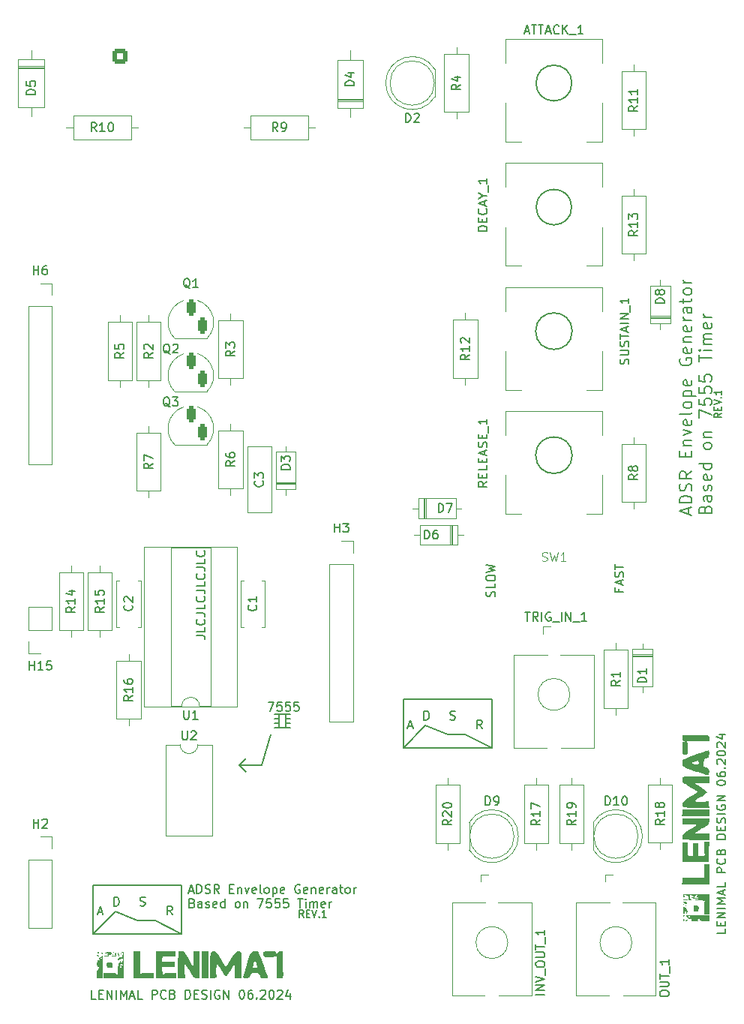
<source format=gto>
G04 #@! TF.GenerationSoftware,KiCad,Pcbnew,8.0.2-1*
G04 #@! TF.CreationDate,2024-06-17T10:00:25+02:00*
G04 #@! TF.ProjectId,7555,37353535-2e6b-4696-9361-645f70636258,rev?*
G04 #@! TF.SameCoordinates,Original*
G04 #@! TF.FileFunction,Legend,Top*
G04 #@! TF.FilePolarity,Positive*
%FSLAX46Y46*%
G04 Gerber Fmt 4.6, Leading zero omitted, Abs format (unit mm)*
G04 Created by KiCad (PCBNEW 8.0.2-1) date 2024-06-17 10:00:25*
%MOMM*%
%LPD*%
G01*
G04 APERTURE LIST*
G04 Aperture macros list*
%AMRoundRect*
0 Rectangle with rounded corners*
0 $1 Rounding radius*
0 $2 $3 $4 $5 $6 $7 $8 $9 X,Y pos of 4 corners*
0 Add a 4 corners polygon primitive as box body*
4,1,4,$2,$3,$4,$5,$6,$7,$8,$9,$2,$3,0*
0 Add four circle primitives for the rounded corners*
1,1,$1+$1,$2,$3*
1,1,$1+$1,$4,$5*
1,1,$1+$1,$6,$7*
1,1,$1+$1,$8,$9*
0 Add four rect primitives between the rounded corners*
20,1,$1+$1,$2,$3,$4,$5,0*
20,1,$1+$1,$4,$5,$6,$7,0*
20,1,$1+$1,$6,$7,$8,$9,0*
20,1,$1+$1,$8,$9,$2,$3,0*%
G04 Aperture macros list end*
%ADD10C,0.150000*%
%ADD11C,0.100000*%
%ADD12C,0.120000*%
%ADD13C,0.000000*%
%ADD14C,1.600000*%
%ADD15O,1.600000X1.600000*%
%ADD16R,1.600000X1.600000*%
%ADD17O,4.000000X4.000000*%
%ADD18R,1.800000X1.800000*%
%ADD19C,1.800000*%
%ADD20R,1.700000X1.700000*%
%ADD21O,1.700000X1.700000*%
%ADD22C,3.200000*%
%ADD23R,1.100000X1.800000*%
%ADD24RoundRect,0.275000X-0.275000X-0.625000X0.275000X-0.625000X0.275000X0.625000X-0.275000X0.625000X0*%
%ADD25C,2.850000*%
%ADD26R,1.930000X1.830000*%
%ADD27C,2.130000*%
%ADD28R,2.400000X1.600000*%
%ADD29O,2.400000X1.600000*%
%ADD30R,2.200000X2.200000*%
%ADD31O,2.200000X2.200000*%
%ADD32C,2.000000*%
%ADD33R,1.200000X1.200000*%
%ADD34C,1.200000*%
%ADD35RoundRect,0.250000X-0.600000X0.600000X-0.600000X-0.600000X0.600000X-0.600000X0.600000X0.600000X0*%
%ADD36C,1.700000*%
G04 APERTURE END LIST*
D10*
X79450000Y-128250000D02*
X79950000Y-128250000D01*
X75500000Y-134000000D02*
X76250000Y-134750000D01*
X113061553Y-85000000D02*
G75*
G02*
X108938447Y-85000000I-2061553J0D01*
G01*
X108938447Y-85000000D02*
G75*
G02*
X113061553Y-85000000I2061553J0D01*
G01*
X113015564Y-57000000D02*
G75*
G02*
X108984436Y-57000000I-2015564J0D01*
G01*
X108984436Y-57000000D02*
G75*
G02*
X113015564Y-57000000I2015564J0D01*
G01*
X75500000Y-134000000D02*
X76250000Y-133250000D01*
X80750000Y-128250000D02*
X81250000Y-128250000D01*
X99000000Y-130500000D02*
X101000000Y-130500000D01*
X79450000Y-129250000D02*
X79950000Y-129250000D01*
X113000000Y-71000000D02*
G75*
G02*
X109000000Y-71000000I-2000000J0D01*
G01*
X109000000Y-71000000D02*
G75*
G02*
X113000000Y-71000000I2000000J0D01*
G01*
X80750000Y-128750000D02*
X81250000Y-128750000D01*
X66000000Y-151500000D02*
X69000000Y-153000000D01*
X61500000Y-150500000D02*
X64000000Y-151500000D01*
X59000000Y-153000000D02*
X61500000Y-150500000D01*
X113061553Y-99000000D02*
G75*
G02*
X108938447Y-99000000I-2061553J0D01*
G01*
X108938447Y-99000000D02*
G75*
G02*
X113061553Y-99000000I2061553J0D01*
G01*
X94000000Y-126500000D02*
X104000000Y-126500000D01*
X104000000Y-132000000D01*
X94000000Y-132000000D01*
X94000000Y-126500000D01*
X64000000Y-151500000D02*
X66000000Y-151500000D01*
X79450000Y-129750000D02*
X79950000Y-129750000D01*
X80750000Y-129750000D02*
X81250000Y-129750000D01*
X59000000Y-147500000D02*
X69000000Y-147500000D01*
X69000000Y-153000000D01*
X59000000Y-153000000D01*
X59000000Y-147500000D01*
X79450000Y-128750000D02*
X79950000Y-128750000D01*
X78000000Y-134000000D02*
X75500000Y-134000000D01*
X96500000Y-129500000D02*
X99000000Y-130500000D01*
X79000000Y-130500000D02*
X78000000Y-134000000D01*
X94000000Y-132000000D02*
X96500000Y-129500000D01*
X80750000Y-129250000D02*
X81250000Y-129250000D01*
X101000000Y-130500000D02*
X104000000Y-132000000D01*
X79950000Y-128250000D02*
X80750000Y-128250000D01*
X80750000Y-129750000D01*
X79950000Y-129750000D01*
X79950000Y-128250000D01*
X99289160Y-128822200D02*
X99432017Y-128869819D01*
X99432017Y-128869819D02*
X99670112Y-128869819D01*
X99670112Y-128869819D02*
X99765350Y-128822200D01*
X99765350Y-128822200D02*
X99812969Y-128774580D01*
X99812969Y-128774580D02*
X99860588Y-128679342D01*
X99860588Y-128679342D02*
X99860588Y-128584104D01*
X99860588Y-128584104D02*
X99812969Y-128488866D01*
X99812969Y-128488866D02*
X99765350Y-128441247D01*
X99765350Y-128441247D02*
X99670112Y-128393628D01*
X99670112Y-128393628D02*
X99479636Y-128346009D01*
X99479636Y-128346009D02*
X99384398Y-128298390D01*
X99384398Y-128298390D02*
X99336779Y-128250771D01*
X99336779Y-128250771D02*
X99289160Y-128155533D01*
X99289160Y-128155533D02*
X99289160Y-128060295D01*
X99289160Y-128060295D02*
X99336779Y-127965057D01*
X99336779Y-127965057D02*
X99384398Y-127917438D01*
X99384398Y-127917438D02*
X99479636Y-127869819D01*
X99479636Y-127869819D02*
X99717731Y-127869819D01*
X99717731Y-127869819D02*
X99860588Y-127917438D01*
X64289160Y-149822200D02*
X64432017Y-149869819D01*
X64432017Y-149869819D02*
X64670112Y-149869819D01*
X64670112Y-149869819D02*
X64765350Y-149822200D01*
X64765350Y-149822200D02*
X64812969Y-149774580D01*
X64812969Y-149774580D02*
X64860588Y-149679342D01*
X64860588Y-149679342D02*
X64860588Y-149584104D01*
X64860588Y-149584104D02*
X64812969Y-149488866D01*
X64812969Y-149488866D02*
X64765350Y-149441247D01*
X64765350Y-149441247D02*
X64670112Y-149393628D01*
X64670112Y-149393628D02*
X64479636Y-149346009D01*
X64479636Y-149346009D02*
X64384398Y-149298390D01*
X64384398Y-149298390D02*
X64336779Y-149250771D01*
X64336779Y-149250771D02*
X64289160Y-149155533D01*
X64289160Y-149155533D02*
X64289160Y-149060295D01*
X64289160Y-149060295D02*
X64336779Y-148965057D01*
X64336779Y-148965057D02*
X64384398Y-148917438D01*
X64384398Y-148917438D02*
X64479636Y-148869819D01*
X64479636Y-148869819D02*
X64717731Y-148869819D01*
X64717731Y-148869819D02*
X64860588Y-148917438D01*
X129894295Y-94253696D02*
X129513342Y-94520363D01*
X129894295Y-94710839D02*
X129094295Y-94710839D01*
X129094295Y-94710839D02*
X129094295Y-94406077D01*
X129094295Y-94406077D02*
X129132390Y-94329887D01*
X129132390Y-94329887D02*
X129170485Y-94291792D01*
X129170485Y-94291792D02*
X129246676Y-94253696D01*
X129246676Y-94253696D02*
X129360961Y-94253696D01*
X129360961Y-94253696D02*
X129437152Y-94291792D01*
X129437152Y-94291792D02*
X129475247Y-94329887D01*
X129475247Y-94329887D02*
X129513342Y-94406077D01*
X129513342Y-94406077D02*
X129513342Y-94710839D01*
X129475247Y-93910839D02*
X129475247Y-93644173D01*
X129894295Y-93529887D02*
X129894295Y-93910839D01*
X129894295Y-93910839D02*
X129094295Y-93910839D01*
X129094295Y-93910839D02*
X129094295Y-93529887D01*
X129094295Y-93301315D02*
X129894295Y-93034648D01*
X129894295Y-93034648D02*
X129094295Y-92767982D01*
X129818104Y-92501315D02*
X129856200Y-92463220D01*
X129856200Y-92463220D02*
X129894295Y-92501315D01*
X129894295Y-92501315D02*
X129856200Y-92539411D01*
X129856200Y-92539411D02*
X129818104Y-92501315D01*
X129818104Y-92501315D02*
X129894295Y-92501315D01*
X129894295Y-91701316D02*
X129894295Y-92158459D01*
X129894295Y-91929887D02*
X129094295Y-91929887D01*
X129094295Y-91929887D02*
X129208580Y-92006078D01*
X129208580Y-92006078D02*
X129284771Y-92082268D01*
X129284771Y-92082268D02*
X129322866Y-92158459D01*
X126166944Y-105634649D02*
X126166944Y-104967982D01*
X126566944Y-105767982D02*
X125166944Y-105301316D01*
X125166944Y-105301316D02*
X126566944Y-104834649D01*
X126566944Y-104367982D02*
X125166944Y-104367982D01*
X125166944Y-104367982D02*
X125166944Y-104034649D01*
X125166944Y-104034649D02*
X125233611Y-103834649D01*
X125233611Y-103834649D02*
X125366944Y-103701316D01*
X125366944Y-103701316D02*
X125500278Y-103634649D01*
X125500278Y-103634649D02*
X125766944Y-103567982D01*
X125766944Y-103567982D02*
X125966944Y-103567982D01*
X125966944Y-103567982D02*
X126233611Y-103634649D01*
X126233611Y-103634649D02*
X126366944Y-103701316D01*
X126366944Y-103701316D02*
X126500278Y-103834649D01*
X126500278Y-103834649D02*
X126566944Y-104034649D01*
X126566944Y-104034649D02*
X126566944Y-104367982D01*
X126500278Y-103034649D02*
X126566944Y-102834649D01*
X126566944Y-102834649D02*
X126566944Y-102501316D01*
X126566944Y-102501316D02*
X126500278Y-102367982D01*
X126500278Y-102367982D02*
X126433611Y-102301316D01*
X126433611Y-102301316D02*
X126300278Y-102234649D01*
X126300278Y-102234649D02*
X126166944Y-102234649D01*
X126166944Y-102234649D02*
X126033611Y-102301316D01*
X126033611Y-102301316D02*
X125966944Y-102367982D01*
X125966944Y-102367982D02*
X125900278Y-102501316D01*
X125900278Y-102501316D02*
X125833611Y-102767982D01*
X125833611Y-102767982D02*
X125766944Y-102901316D01*
X125766944Y-102901316D02*
X125700278Y-102967982D01*
X125700278Y-102967982D02*
X125566944Y-103034649D01*
X125566944Y-103034649D02*
X125433611Y-103034649D01*
X125433611Y-103034649D02*
X125300278Y-102967982D01*
X125300278Y-102967982D02*
X125233611Y-102901316D01*
X125233611Y-102901316D02*
X125166944Y-102767982D01*
X125166944Y-102767982D02*
X125166944Y-102434649D01*
X125166944Y-102434649D02*
X125233611Y-102234649D01*
X126566944Y-100834649D02*
X125900278Y-101301316D01*
X126566944Y-101634649D02*
X125166944Y-101634649D01*
X125166944Y-101634649D02*
X125166944Y-101101316D01*
X125166944Y-101101316D02*
X125233611Y-100967983D01*
X125233611Y-100967983D02*
X125300278Y-100901316D01*
X125300278Y-100901316D02*
X125433611Y-100834649D01*
X125433611Y-100834649D02*
X125633611Y-100834649D01*
X125633611Y-100834649D02*
X125766944Y-100901316D01*
X125766944Y-100901316D02*
X125833611Y-100967983D01*
X125833611Y-100967983D02*
X125900278Y-101101316D01*
X125900278Y-101101316D02*
X125900278Y-101634649D01*
X125833611Y-99167982D02*
X125833611Y-98701316D01*
X126566944Y-98501316D02*
X126566944Y-99167982D01*
X126566944Y-99167982D02*
X125166944Y-99167982D01*
X125166944Y-99167982D02*
X125166944Y-98501316D01*
X125633611Y-97901315D02*
X126566944Y-97901315D01*
X125766944Y-97901315D02*
X125700278Y-97834649D01*
X125700278Y-97834649D02*
X125633611Y-97701315D01*
X125633611Y-97701315D02*
X125633611Y-97501315D01*
X125633611Y-97501315D02*
X125700278Y-97367982D01*
X125700278Y-97367982D02*
X125833611Y-97301315D01*
X125833611Y-97301315D02*
X126566944Y-97301315D01*
X125633611Y-96767982D02*
X126566944Y-96434648D01*
X126566944Y-96434648D02*
X125633611Y-96101315D01*
X126500278Y-95034648D02*
X126566944Y-95167981D01*
X126566944Y-95167981D02*
X126566944Y-95434648D01*
X126566944Y-95434648D02*
X126500278Y-95567981D01*
X126500278Y-95567981D02*
X126366944Y-95634648D01*
X126366944Y-95634648D02*
X125833611Y-95634648D01*
X125833611Y-95634648D02*
X125700278Y-95567981D01*
X125700278Y-95567981D02*
X125633611Y-95434648D01*
X125633611Y-95434648D02*
X125633611Y-95167981D01*
X125633611Y-95167981D02*
X125700278Y-95034648D01*
X125700278Y-95034648D02*
X125833611Y-94967981D01*
X125833611Y-94967981D02*
X125966944Y-94967981D01*
X125966944Y-94967981D02*
X126100278Y-95634648D01*
X126566944Y-94167981D02*
X126500278Y-94301315D01*
X126500278Y-94301315D02*
X126366944Y-94367981D01*
X126366944Y-94367981D02*
X125166944Y-94367981D01*
X126566944Y-93434648D02*
X126500278Y-93567982D01*
X126500278Y-93567982D02*
X126433611Y-93634648D01*
X126433611Y-93634648D02*
X126300278Y-93701315D01*
X126300278Y-93701315D02*
X125900278Y-93701315D01*
X125900278Y-93701315D02*
X125766944Y-93634648D01*
X125766944Y-93634648D02*
X125700278Y-93567982D01*
X125700278Y-93567982D02*
X125633611Y-93434648D01*
X125633611Y-93434648D02*
X125633611Y-93234648D01*
X125633611Y-93234648D02*
X125700278Y-93101315D01*
X125700278Y-93101315D02*
X125766944Y-93034648D01*
X125766944Y-93034648D02*
X125900278Y-92967982D01*
X125900278Y-92967982D02*
X126300278Y-92967982D01*
X126300278Y-92967982D02*
X126433611Y-93034648D01*
X126433611Y-93034648D02*
X126500278Y-93101315D01*
X126500278Y-93101315D02*
X126566944Y-93234648D01*
X126566944Y-93234648D02*
X126566944Y-93434648D01*
X125633611Y-92367981D02*
X127033611Y-92367981D01*
X125700278Y-92367981D02*
X125633611Y-92234648D01*
X125633611Y-92234648D02*
X125633611Y-91967981D01*
X125633611Y-91967981D02*
X125700278Y-91834648D01*
X125700278Y-91834648D02*
X125766944Y-91767981D01*
X125766944Y-91767981D02*
X125900278Y-91701315D01*
X125900278Y-91701315D02*
X126300278Y-91701315D01*
X126300278Y-91701315D02*
X126433611Y-91767981D01*
X126433611Y-91767981D02*
X126500278Y-91834648D01*
X126500278Y-91834648D02*
X126566944Y-91967981D01*
X126566944Y-91967981D02*
X126566944Y-92234648D01*
X126566944Y-92234648D02*
X126500278Y-92367981D01*
X126500278Y-90567981D02*
X126566944Y-90701314D01*
X126566944Y-90701314D02*
X126566944Y-90967981D01*
X126566944Y-90967981D02*
X126500278Y-91101314D01*
X126500278Y-91101314D02*
X126366944Y-91167981D01*
X126366944Y-91167981D02*
X125833611Y-91167981D01*
X125833611Y-91167981D02*
X125700278Y-91101314D01*
X125700278Y-91101314D02*
X125633611Y-90967981D01*
X125633611Y-90967981D02*
X125633611Y-90701314D01*
X125633611Y-90701314D02*
X125700278Y-90567981D01*
X125700278Y-90567981D02*
X125833611Y-90501314D01*
X125833611Y-90501314D02*
X125966944Y-90501314D01*
X125966944Y-90501314D02*
X126100278Y-91167981D01*
X125233611Y-88101314D02*
X125166944Y-88234647D01*
X125166944Y-88234647D02*
X125166944Y-88434647D01*
X125166944Y-88434647D02*
X125233611Y-88634647D01*
X125233611Y-88634647D02*
X125366944Y-88767981D01*
X125366944Y-88767981D02*
X125500278Y-88834647D01*
X125500278Y-88834647D02*
X125766944Y-88901314D01*
X125766944Y-88901314D02*
X125966944Y-88901314D01*
X125966944Y-88901314D02*
X126233611Y-88834647D01*
X126233611Y-88834647D02*
X126366944Y-88767981D01*
X126366944Y-88767981D02*
X126500278Y-88634647D01*
X126500278Y-88634647D02*
X126566944Y-88434647D01*
X126566944Y-88434647D02*
X126566944Y-88301314D01*
X126566944Y-88301314D02*
X126500278Y-88101314D01*
X126500278Y-88101314D02*
X126433611Y-88034647D01*
X126433611Y-88034647D02*
X125966944Y-88034647D01*
X125966944Y-88034647D02*
X125966944Y-88301314D01*
X126500278Y-86901314D02*
X126566944Y-87034647D01*
X126566944Y-87034647D02*
X126566944Y-87301314D01*
X126566944Y-87301314D02*
X126500278Y-87434647D01*
X126500278Y-87434647D02*
X126366944Y-87501314D01*
X126366944Y-87501314D02*
X125833611Y-87501314D01*
X125833611Y-87501314D02*
X125700278Y-87434647D01*
X125700278Y-87434647D02*
X125633611Y-87301314D01*
X125633611Y-87301314D02*
X125633611Y-87034647D01*
X125633611Y-87034647D02*
X125700278Y-86901314D01*
X125700278Y-86901314D02*
X125833611Y-86834647D01*
X125833611Y-86834647D02*
X125966944Y-86834647D01*
X125966944Y-86834647D02*
X126100278Y-87501314D01*
X125633611Y-86234647D02*
X126566944Y-86234647D01*
X125766944Y-86234647D02*
X125700278Y-86167981D01*
X125700278Y-86167981D02*
X125633611Y-86034647D01*
X125633611Y-86034647D02*
X125633611Y-85834647D01*
X125633611Y-85834647D02*
X125700278Y-85701314D01*
X125700278Y-85701314D02*
X125833611Y-85634647D01*
X125833611Y-85634647D02*
X126566944Y-85634647D01*
X126500278Y-84434647D02*
X126566944Y-84567980D01*
X126566944Y-84567980D02*
X126566944Y-84834647D01*
X126566944Y-84834647D02*
X126500278Y-84967980D01*
X126500278Y-84967980D02*
X126366944Y-85034647D01*
X126366944Y-85034647D02*
X125833611Y-85034647D01*
X125833611Y-85034647D02*
X125700278Y-84967980D01*
X125700278Y-84967980D02*
X125633611Y-84834647D01*
X125633611Y-84834647D02*
X125633611Y-84567980D01*
X125633611Y-84567980D02*
X125700278Y-84434647D01*
X125700278Y-84434647D02*
X125833611Y-84367980D01*
X125833611Y-84367980D02*
X125966944Y-84367980D01*
X125966944Y-84367980D02*
X126100278Y-85034647D01*
X126566944Y-83767980D02*
X125633611Y-83767980D01*
X125900278Y-83767980D02*
X125766944Y-83701314D01*
X125766944Y-83701314D02*
X125700278Y-83634647D01*
X125700278Y-83634647D02*
X125633611Y-83501314D01*
X125633611Y-83501314D02*
X125633611Y-83367980D01*
X126566944Y-82301313D02*
X125833611Y-82301313D01*
X125833611Y-82301313D02*
X125700278Y-82367980D01*
X125700278Y-82367980D02*
X125633611Y-82501313D01*
X125633611Y-82501313D02*
X125633611Y-82767980D01*
X125633611Y-82767980D02*
X125700278Y-82901313D01*
X126500278Y-82301313D02*
X126566944Y-82434647D01*
X126566944Y-82434647D02*
X126566944Y-82767980D01*
X126566944Y-82767980D02*
X126500278Y-82901313D01*
X126500278Y-82901313D02*
X126366944Y-82967980D01*
X126366944Y-82967980D02*
X126233611Y-82967980D01*
X126233611Y-82967980D02*
X126100278Y-82901313D01*
X126100278Y-82901313D02*
X126033611Y-82767980D01*
X126033611Y-82767980D02*
X126033611Y-82434647D01*
X126033611Y-82434647D02*
X125966944Y-82301313D01*
X125633611Y-81834646D02*
X125633611Y-81301313D01*
X125166944Y-81634646D02*
X126366944Y-81634646D01*
X126366944Y-81634646D02*
X126500278Y-81567980D01*
X126500278Y-81567980D02*
X126566944Y-81434646D01*
X126566944Y-81434646D02*
X126566944Y-81301313D01*
X126566944Y-80634646D02*
X126500278Y-80767980D01*
X126500278Y-80767980D02*
X126433611Y-80834646D01*
X126433611Y-80834646D02*
X126300278Y-80901313D01*
X126300278Y-80901313D02*
X125900278Y-80901313D01*
X125900278Y-80901313D02*
X125766944Y-80834646D01*
X125766944Y-80834646D02*
X125700278Y-80767980D01*
X125700278Y-80767980D02*
X125633611Y-80634646D01*
X125633611Y-80634646D02*
X125633611Y-80434646D01*
X125633611Y-80434646D02*
X125700278Y-80301313D01*
X125700278Y-80301313D02*
X125766944Y-80234646D01*
X125766944Y-80234646D02*
X125900278Y-80167980D01*
X125900278Y-80167980D02*
X126300278Y-80167980D01*
X126300278Y-80167980D02*
X126433611Y-80234646D01*
X126433611Y-80234646D02*
X126500278Y-80301313D01*
X126500278Y-80301313D02*
X126566944Y-80434646D01*
X126566944Y-80434646D02*
X126566944Y-80634646D01*
X126566944Y-79567979D02*
X125633611Y-79567979D01*
X125900278Y-79567979D02*
X125766944Y-79501313D01*
X125766944Y-79501313D02*
X125700278Y-79434646D01*
X125700278Y-79434646D02*
X125633611Y-79301313D01*
X125633611Y-79301313D02*
X125633611Y-79167979D01*
X128087533Y-105101316D02*
X128154200Y-104901316D01*
X128154200Y-104901316D02*
X128220866Y-104834649D01*
X128220866Y-104834649D02*
X128354200Y-104767982D01*
X128354200Y-104767982D02*
X128554200Y-104767982D01*
X128554200Y-104767982D02*
X128687533Y-104834649D01*
X128687533Y-104834649D02*
X128754200Y-104901316D01*
X128754200Y-104901316D02*
X128820866Y-105034649D01*
X128820866Y-105034649D02*
X128820866Y-105567982D01*
X128820866Y-105567982D02*
X127420866Y-105567982D01*
X127420866Y-105567982D02*
X127420866Y-105101316D01*
X127420866Y-105101316D02*
X127487533Y-104967982D01*
X127487533Y-104967982D02*
X127554200Y-104901316D01*
X127554200Y-104901316D02*
X127687533Y-104834649D01*
X127687533Y-104834649D02*
X127820866Y-104834649D01*
X127820866Y-104834649D02*
X127954200Y-104901316D01*
X127954200Y-104901316D02*
X128020866Y-104967982D01*
X128020866Y-104967982D02*
X128087533Y-105101316D01*
X128087533Y-105101316D02*
X128087533Y-105567982D01*
X128820866Y-103567982D02*
X128087533Y-103567982D01*
X128087533Y-103567982D02*
X127954200Y-103634649D01*
X127954200Y-103634649D02*
X127887533Y-103767982D01*
X127887533Y-103767982D02*
X127887533Y-104034649D01*
X127887533Y-104034649D02*
X127954200Y-104167982D01*
X128754200Y-103567982D02*
X128820866Y-103701316D01*
X128820866Y-103701316D02*
X128820866Y-104034649D01*
X128820866Y-104034649D02*
X128754200Y-104167982D01*
X128754200Y-104167982D02*
X128620866Y-104234649D01*
X128620866Y-104234649D02*
X128487533Y-104234649D01*
X128487533Y-104234649D02*
X128354200Y-104167982D01*
X128354200Y-104167982D02*
X128287533Y-104034649D01*
X128287533Y-104034649D02*
X128287533Y-103701316D01*
X128287533Y-103701316D02*
X128220866Y-103567982D01*
X128754200Y-102967982D02*
X128820866Y-102834649D01*
X128820866Y-102834649D02*
X128820866Y-102567982D01*
X128820866Y-102567982D02*
X128754200Y-102434649D01*
X128754200Y-102434649D02*
X128620866Y-102367982D01*
X128620866Y-102367982D02*
X128554200Y-102367982D01*
X128554200Y-102367982D02*
X128420866Y-102434649D01*
X128420866Y-102434649D02*
X128354200Y-102567982D01*
X128354200Y-102567982D02*
X128354200Y-102767982D01*
X128354200Y-102767982D02*
X128287533Y-102901315D01*
X128287533Y-102901315D02*
X128154200Y-102967982D01*
X128154200Y-102967982D02*
X128087533Y-102967982D01*
X128087533Y-102967982D02*
X127954200Y-102901315D01*
X127954200Y-102901315D02*
X127887533Y-102767982D01*
X127887533Y-102767982D02*
X127887533Y-102567982D01*
X127887533Y-102567982D02*
X127954200Y-102434649D01*
X128754200Y-101234649D02*
X128820866Y-101367982D01*
X128820866Y-101367982D02*
X128820866Y-101634649D01*
X128820866Y-101634649D02*
X128754200Y-101767982D01*
X128754200Y-101767982D02*
X128620866Y-101834649D01*
X128620866Y-101834649D02*
X128087533Y-101834649D01*
X128087533Y-101834649D02*
X127954200Y-101767982D01*
X127954200Y-101767982D02*
X127887533Y-101634649D01*
X127887533Y-101634649D02*
X127887533Y-101367982D01*
X127887533Y-101367982D02*
X127954200Y-101234649D01*
X127954200Y-101234649D02*
X128087533Y-101167982D01*
X128087533Y-101167982D02*
X128220866Y-101167982D01*
X128220866Y-101167982D02*
X128354200Y-101834649D01*
X128820866Y-99967982D02*
X127420866Y-99967982D01*
X128754200Y-99967982D02*
X128820866Y-100101316D01*
X128820866Y-100101316D02*
X128820866Y-100367982D01*
X128820866Y-100367982D02*
X128754200Y-100501316D01*
X128754200Y-100501316D02*
X128687533Y-100567982D01*
X128687533Y-100567982D02*
X128554200Y-100634649D01*
X128554200Y-100634649D02*
X128154200Y-100634649D01*
X128154200Y-100634649D02*
X128020866Y-100567982D01*
X128020866Y-100567982D02*
X127954200Y-100501316D01*
X127954200Y-100501316D02*
X127887533Y-100367982D01*
X127887533Y-100367982D02*
X127887533Y-100101316D01*
X127887533Y-100101316D02*
X127954200Y-99967982D01*
X128820866Y-98034648D02*
X128754200Y-98167982D01*
X128754200Y-98167982D02*
X128687533Y-98234648D01*
X128687533Y-98234648D02*
X128554200Y-98301315D01*
X128554200Y-98301315D02*
X128154200Y-98301315D01*
X128154200Y-98301315D02*
X128020866Y-98234648D01*
X128020866Y-98234648D02*
X127954200Y-98167982D01*
X127954200Y-98167982D02*
X127887533Y-98034648D01*
X127887533Y-98034648D02*
X127887533Y-97834648D01*
X127887533Y-97834648D02*
X127954200Y-97701315D01*
X127954200Y-97701315D02*
X128020866Y-97634648D01*
X128020866Y-97634648D02*
X128154200Y-97567982D01*
X128154200Y-97567982D02*
X128554200Y-97567982D01*
X128554200Y-97567982D02*
X128687533Y-97634648D01*
X128687533Y-97634648D02*
X128754200Y-97701315D01*
X128754200Y-97701315D02*
X128820866Y-97834648D01*
X128820866Y-97834648D02*
X128820866Y-98034648D01*
X127887533Y-96967981D02*
X128820866Y-96967981D01*
X128020866Y-96967981D02*
X127954200Y-96901315D01*
X127954200Y-96901315D02*
X127887533Y-96767981D01*
X127887533Y-96767981D02*
X127887533Y-96567981D01*
X127887533Y-96567981D02*
X127954200Y-96434648D01*
X127954200Y-96434648D02*
X128087533Y-96367981D01*
X128087533Y-96367981D02*
X128820866Y-96367981D01*
X127420866Y-94767981D02*
X127420866Y-93834647D01*
X127420866Y-93834647D02*
X128820866Y-94434647D01*
X127420866Y-92634648D02*
X127420866Y-93301314D01*
X127420866Y-93301314D02*
X128087533Y-93367981D01*
X128087533Y-93367981D02*
X128020866Y-93301314D01*
X128020866Y-93301314D02*
X127954200Y-93167981D01*
X127954200Y-93167981D02*
X127954200Y-92834648D01*
X127954200Y-92834648D02*
X128020866Y-92701314D01*
X128020866Y-92701314D02*
X128087533Y-92634648D01*
X128087533Y-92634648D02*
X128220866Y-92567981D01*
X128220866Y-92567981D02*
X128554200Y-92567981D01*
X128554200Y-92567981D02*
X128687533Y-92634648D01*
X128687533Y-92634648D02*
X128754200Y-92701314D01*
X128754200Y-92701314D02*
X128820866Y-92834648D01*
X128820866Y-92834648D02*
X128820866Y-93167981D01*
X128820866Y-93167981D02*
X128754200Y-93301314D01*
X128754200Y-93301314D02*
X128687533Y-93367981D01*
X127420866Y-91301315D02*
X127420866Y-91967981D01*
X127420866Y-91967981D02*
X128087533Y-92034648D01*
X128087533Y-92034648D02*
X128020866Y-91967981D01*
X128020866Y-91967981D02*
X127954200Y-91834648D01*
X127954200Y-91834648D02*
X127954200Y-91501315D01*
X127954200Y-91501315D02*
X128020866Y-91367981D01*
X128020866Y-91367981D02*
X128087533Y-91301315D01*
X128087533Y-91301315D02*
X128220866Y-91234648D01*
X128220866Y-91234648D02*
X128554200Y-91234648D01*
X128554200Y-91234648D02*
X128687533Y-91301315D01*
X128687533Y-91301315D02*
X128754200Y-91367981D01*
X128754200Y-91367981D02*
X128820866Y-91501315D01*
X128820866Y-91501315D02*
X128820866Y-91834648D01*
X128820866Y-91834648D02*
X128754200Y-91967981D01*
X128754200Y-91967981D02*
X128687533Y-92034648D01*
X127420866Y-89967982D02*
X127420866Y-90634648D01*
X127420866Y-90634648D02*
X128087533Y-90701315D01*
X128087533Y-90701315D02*
X128020866Y-90634648D01*
X128020866Y-90634648D02*
X127954200Y-90501315D01*
X127954200Y-90501315D02*
X127954200Y-90167982D01*
X127954200Y-90167982D02*
X128020866Y-90034648D01*
X128020866Y-90034648D02*
X128087533Y-89967982D01*
X128087533Y-89967982D02*
X128220866Y-89901315D01*
X128220866Y-89901315D02*
X128554200Y-89901315D01*
X128554200Y-89901315D02*
X128687533Y-89967982D01*
X128687533Y-89967982D02*
X128754200Y-90034648D01*
X128754200Y-90034648D02*
X128820866Y-90167982D01*
X128820866Y-90167982D02*
X128820866Y-90501315D01*
X128820866Y-90501315D02*
X128754200Y-90634648D01*
X128754200Y-90634648D02*
X128687533Y-90701315D01*
X127420866Y-88434648D02*
X127420866Y-87634648D01*
X128820866Y-88034648D02*
X127420866Y-88034648D01*
X128820866Y-87167981D02*
X127887533Y-87167981D01*
X127420866Y-87167981D02*
X127487533Y-87234648D01*
X127487533Y-87234648D02*
X127554200Y-87167981D01*
X127554200Y-87167981D02*
X127487533Y-87101315D01*
X127487533Y-87101315D02*
X127420866Y-87167981D01*
X127420866Y-87167981D02*
X127554200Y-87167981D01*
X128820866Y-86501314D02*
X127887533Y-86501314D01*
X128020866Y-86501314D02*
X127954200Y-86434648D01*
X127954200Y-86434648D02*
X127887533Y-86301314D01*
X127887533Y-86301314D02*
X127887533Y-86101314D01*
X127887533Y-86101314D02*
X127954200Y-85967981D01*
X127954200Y-85967981D02*
X128087533Y-85901314D01*
X128087533Y-85901314D02*
X128820866Y-85901314D01*
X128087533Y-85901314D02*
X127954200Y-85834648D01*
X127954200Y-85834648D02*
X127887533Y-85701314D01*
X127887533Y-85701314D02*
X127887533Y-85501314D01*
X127887533Y-85501314D02*
X127954200Y-85367981D01*
X127954200Y-85367981D02*
X128087533Y-85301314D01*
X128087533Y-85301314D02*
X128820866Y-85301314D01*
X128754200Y-84101314D02*
X128820866Y-84234647D01*
X128820866Y-84234647D02*
X128820866Y-84501314D01*
X128820866Y-84501314D02*
X128754200Y-84634647D01*
X128754200Y-84634647D02*
X128620866Y-84701314D01*
X128620866Y-84701314D02*
X128087533Y-84701314D01*
X128087533Y-84701314D02*
X127954200Y-84634647D01*
X127954200Y-84634647D02*
X127887533Y-84501314D01*
X127887533Y-84501314D02*
X127887533Y-84234647D01*
X127887533Y-84234647D02*
X127954200Y-84101314D01*
X127954200Y-84101314D02*
X128087533Y-84034647D01*
X128087533Y-84034647D02*
X128220866Y-84034647D01*
X128220866Y-84034647D02*
X128354200Y-84701314D01*
X128820866Y-83434647D02*
X127887533Y-83434647D01*
X128154200Y-83434647D02*
X128020866Y-83367981D01*
X128020866Y-83367981D02*
X127954200Y-83301314D01*
X127954200Y-83301314D02*
X127887533Y-83167981D01*
X127887533Y-83167981D02*
X127887533Y-83034647D01*
X118346009Y-114079887D02*
X118346009Y-114413220D01*
X118869819Y-114413220D02*
X117869819Y-114413220D01*
X117869819Y-114413220D02*
X117869819Y-113937030D01*
X118584104Y-113603696D02*
X118584104Y-113127506D01*
X118869819Y-113698934D02*
X117869819Y-113365601D01*
X117869819Y-113365601D02*
X118869819Y-113032268D01*
X118822200Y-112746553D02*
X118869819Y-112603696D01*
X118869819Y-112603696D02*
X118869819Y-112365601D01*
X118869819Y-112365601D02*
X118822200Y-112270363D01*
X118822200Y-112270363D02*
X118774580Y-112222744D01*
X118774580Y-112222744D02*
X118679342Y-112175125D01*
X118679342Y-112175125D02*
X118584104Y-112175125D01*
X118584104Y-112175125D02*
X118488866Y-112222744D01*
X118488866Y-112222744D02*
X118441247Y-112270363D01*
X118441247Y-112270363D02*
X118393628Y-112365601D01*
X118393628Y-112365601D02*
X118346009Y-112556077D01*
X118346009Y-112556077D02*
X118298390Y-112651315D01*
X118298390Y-112651315D02*
X118250771Y-112698934D01*
X118250771Y-112698934D02*
X118155533Y-112746553D01*
X118155533Y-112746553D02*
X118060295Y-112746553D01*
X118060295Y-112746553D02*
X117965057Y-112698934D01*
X117965057Y-112698934D02*
X117917438Y-112651315D01*
X117917438Y-112651315D02*
X117869819Y-112556077D01*
X117869819Y-112556077D02*
X117869819Y-112317982D01*
X117869819Y-112317982D02*
X117917438Y-112175125D01*
X117869819Y-111889410D02*
X117869819Y-111317982D01*
X118869819Y-111603696D02*
X117869819Y-111603696D01*
X96336779Y-128869819D02*
X96336779Y-127869819D01*
X96336779Y-127869819D02*
X96574874Y-127869819D01*
X96574874Y-127869819D02*
X96717731Y-127917438D01*
X96717731Y-127917438D02*
X96812969Y-128012676D01*
X96812969Y-128012676D02*
X96860588Y-128107914D01*
X96860588Y-128107914D02*
X96908207Y-128298390D01*
X96908207Y-128298390D02*
X96908207Y-128441247D01*
X96908207Y-128441247D02*
X96860588Y-128631723D01*
X96860588Y-128631723D02*
X96812969Y-128726961D01*
X96812969Y-128726961D02*
X96717731Y-128822200D01*
X96717731Y-128822200D02*
X96574874Y-128869819D01*
X96574874Y-128869819D02*
X96336779Y-128869819D01*
X67908207Y-150869819D02*
X67574874Y-150393628D01*
X67336779Y-150869819D02*
X67336779Y-149869819D01*
X67336779Y-149869819D02*
X67717731Y-149869819D01*
X67717731Y-149869819D02*
X67812969Y-149917438D01*
X67812969Y-149917438D02*
X67860588Y-149965057D01*
X67860588Y-149965057D02*
X67908207Y-150060295D01*
X67908207Y-150060295D02*
X67908207Y-150203152D01*
X67908207Y-150203152D02*
X67860588Y-150298390D01*
X67860588Y-150298390D02*
X67812969Y-150346009D01*
X67812969Y-150346009D02*
X67717731Y-150393628D01*
X67717731Y-150393628D02*
X67336779Y-150393628D01*
X59539160Y-150584104D02*
X60015350Y-150584104D01*
X59443922Y-150869819D02*
X59777255Y-149869819D01*
X59777255Y-149869819D02*
X60110588Y-150869819D01*
X61336779Y-149869819D02*
X61336779Y-148869819D01*
X61336779Y-148869819D02*
X61574874Y-148869819D01*
X61574874Y-148869819D02*
X61717731Y-148917438D01*
X61717731Y-148917438D02*
X61812969Y-149012676D01*
X61812969Y-149012676D02*
X61860588Y-149107914D01*
X61860588Y-149107914D02*
X61908207Y-149298390D01*
X61908207Y-149298390D02*
X61908207Y-149441247D01*
X61908207Y-149441247D02*
X61860588Y-149631723D01*
X61860588Y-149631723D02*
X61812969Y-149726961D01*
X61812969Y-149726961D02*
X61717731Y-149822200D01*
X61717731Y-149822200D02*
X61574874Y-149869819D01*
X61574874Y-149869819D02*
X61336779Y-149869819D01*
X69789160Y-148174160D02*
X70265350Y-148174160D01*
X69693922Y-148459875D02*
X70027255Y-147459875D01*
X70027255Y-147459875D02*
X70360588Y-148459875D01*
X70693922Y-148459875D02*
X70693922Y-147459875D01*
X70693922Y-147459875D02*
X70932017Y-147459875D01*
X70932017Y-147459875D02*
X71074874Y-147507494D01*
X71074874Y-147507494D02*
X71170112Y-147602732D01*
X71170112Y-147602732D02*
X71217731Y-147697970D01*
X71217731Y-147697970D02*
X71265350Y-147888446D01*
X71265350Y-147888446D02*
X71265350Y-148031303D01*
X71265350Y-148031303D02*
X71217731Y-148221779D01*
X71217731Y-148221779D02*
X71170112Y-148317017D01*
X71170112Y-148317017D02*
X71074874Y-148412256D01*
X71074874Y-148412256D02*
X70932017Y-148459875D01*
X70932017Y-148459875D02*
X70693922Y-148459875D01*
X71646303Y-148412256D02*
X71789160Y-148459875D01*
X71789160Y-148459875D02*
X72027255Y-148459875D01*
X72027255Y-148459875D02*
X72122493Y-148412256D01*
X72122493Y-148412256D02*
X72170112Y-148364636D01*
X72170112Y-148364636D02*
X72217731Y-148269398D01*
X72217731Y-148269398D02*
X72217731Y-148174160D01*
X72217731Y-148174160D02*
X72170112Y-148078922D01*
X72170112Y-148078922D02*
X72122493Y-148031303D01*
X72122493Y-148031303D02*
X72027255Y-147983684D01*
X72027255Y-147983684D02*
X71836779Y-147936065D01*
X71836779Y-147936065D02*
X71741541Y-147888446D01*
X71741541Y-147888446D02*
X71693922Y-147840827D01*
X71693922Y-147840827D02*
X71646303Y-147745589D01*
X71646303Y-147745589D02*
X71646303Y-147650351D01*
X71646303Y-147650351D02*
X71693922Y-147555113D01*
X71693922Y-147555113D02*
X71741541Y-147507494D01*
X71741541Y-147507494D02*
X71836779Y-147459875D01*
X71836779Y-147459875D02*
X72074874Y-147459875D01*
X72074874Y-147459875D02*
X72217731Y-147507494D01*
X73217731Y-148459875D02*
X72884398Y-147983684D01*
X72646303Y-148459875D02*
X72646303Y-147459875D01*
X72646303Y-147459875D02*
X73027255Y-147459875D01*
X73027255Y-147459875D02*
X73122493Y-147507494D01*
X73122493Y-147507494D02*
X73170112Y-147555113D01*
X73170112Y-147555113D02*
X73217731Y-147650351D01*
X73217731Y-147650351D02*
X73217731Y-147793208D01*
X73217731Y-147793208D02*
X73170112Y-147888446D01*
X73170112Y-147888446D02*
X73122493Y-147936065D01*
X73122493Y-147936065D02*
X73027255Y-147983684D01*
X73027255Y-147983684D02*
X72646303Y-147983684D01*
X74408208Y-147936065D02*
X74741541Y-147936065D01*
X74884398Y-148459875D02*
X74408208Y-148459875D01*
X74408208Y-148459875D02*
X74408208Y-147459875D01*
X74408208Y-147459875D02*
X74884398Y-147459875D01*
X75312970Y-147793208D02*
X75312970Y-148459875D01*
X75312970Y-147888446D02*
X75360589Y-147840827D01*
X75360589Y-147840827D02*
X75455827Y-147793208D01*
X75455827Y-147793208D02*
X75598684Y-147793208D01*
X75598684Y-147793208D02*
X75693922Y-147840827D01*
X75693922Y-147840827D02*
X75741541Y-147936065D01*
X75741541Y-147936065D02*
X75741541Y-148459875D01*
X76122494Y-147793208D02*
X76360589Y-148459875D01*
X76360589Y-148459875D02*
X76598684Y-147793208D01*
X77360589Y-148412256D02*
X77265351Y-148459875D01*
X77265351Y-148459875D02*
X77074875Y-148459875D01*
X77074875Y-148459875D02*
X76979637Y-148412256D01*
X76979637Y-148412256D02*
X76932018Y-148317017D01*
X76932018Y-148317017D02*
X76932018Y-147936065D01*
X76932018Y-147936065D02*
X76979637Y-147840827D01*
X76979637Y-147840827D02*
X77074875Y-147793208D01*
X77074875Y-147793208D02*
X77265351Y-147793208D01*
X77265351Y-147793208D02*
X77360589Y-147840827D01*
X77360589Y-147840827D02*
X77408208Y-147936065D01*
X77408208Y-147936065D02*
X77408208Y-148031303D01*
X77408208Y-148031303D02*
X76932018Y-148126541D01*
X77979637Y-148459875D02*
X77884399Y-148412256D01*
X77884399Y-148412256D02*
X77836780Y-148317017D01*
X77836780Y-148317017D02*
X77836780Y-147459875D01*
X78503447Y-148459875D02*
X78408209Y-148412256D01*
X78408209Y-148412256D02*
X78360590Y-148364636D01*
X78360590Y-148364636D02*
X78312971Y-148269398D01*
X78312971Y-148269398D02*
X78312971Y-147983684D01*
X78312971Y-147983684D02*
X78360590Y-147888446D01*
X78360590Y-147888446D02*
X78408209Y-147840827D01*
X78408209Y-147840827D02*
X78503447Y-147793208D01*
X78503447Y-147793208D02*
X78646304Y-147793208D01*
X78646304Y-147793208D02*
X78741542Y-147840827D01*
X78741542Y-147840827D02*
X78789161Y-147888446D01*
X78789161Y-147888446D02*
X78836780Y-147983684D01*
X78836780Y-147983684D02*
X78836780Y-148269398D01*
X78836780Y-148269398D02*
X78789161Y-148364636D01*
X78789161Y-148364636D02*
X78741542Y-148412256D01*
X78741542Y-148412256D02*
X78646304Y-148459875D01*
X78646304Y-148459875D02*
X78503447Y-148459875D01*
X79265352Y-147793208D02*
X79265352Y-148793208D01*
X79265352Y-147840827D02*
X79360590Y-147793208D01*
X79360590Y-147793208D02*
X79551066Y-147793208D01*
X79551066Y-147793208D02*
X79646304Y-147840827D01*
X79646304Y-147840827D02*
X79693923Y-147888446D01*
X79693923Y-147888446D02*
X79741542Y-147983684D01*
X79741542Y-147983684D02*
X79741542Y-148269398D01*
X79741542Y-148269398D02*
X79693923Y-148364636D01*
X79693923Y-148364636D02*
X79646304Y-148412256D01*
X79646304Y-148412256D02*
X79551066Y-148459875D01*
X79551066Y-148459875D02*
X79360590Y-148459875D01*
X79360590Y-148459875D02*
X79265352Y-148412256D01*
X80551066Y-148412256D02*
X80455828Y-148459875D01*
X80455828Y-148459875D02*
X80265352Y-148459875D01*
X80265352Y-148459875D02*
X80170114Y-148412256D01*
X80170114Y-148412256D02*
X80122495Y-148317017D01*
X80122495Y-148317017D02*
X80122495Y-147936065D01*
X80122495Y-147936065D02*
X80170114Y-147840827D01*
X80170114Y-147840827D02*
X80265352Y-147793208D01*
X80265352Y-147793208D02*
X80455828Y-147793208D01*
X80455828Y-147793208D02*
X80551066Y-147840827D01*
X80551066Y-147840827D02*
X80598685Y-147936065D01*
X80598685Y-147936065D02*
X80598685Y-148031303D01*
X80598685Y-148031303D02*
X80122495Y-148126541D01*
X82312971Y-147507494D02*
X82217733Y-147459875D01*
X82217733Y-147459875D02*
X82074876Y-147459875D01*
X82074876Y-147459875D02*
X81932019Y-147507494D01*
X81932019Y-147507494D02*
X81836781Y-147602732D01*
X81836781Y-147602732D02*
X81789162Y-147697970D01*
X81789162Y-147697970D02*
X81741543Y-147888446D01*
X81741543Y-147888446D02*
X81741543Y-148031303D01*
X81741543Y-148031303D02*
X81789162Y-148221779D01*
X81789162Y-148221779D02*
X81836781Y-148317017D01*
X81836781Y-148317017D02*
X81932019Y-148412256D01*
X81932019Y-148412256D02*
X82074876Y-148459875D01*
X82074876Y-148459875D02*
X82170114Y-148459875D01*
X82170114Y-148459875D02*
X82312971Y-148412256D01*
X82312971Y-148412256D02*
X82360590Y-148364636D01*
X82360590Y-148364636D02*
X82360590Y-148031303D01*
X82360590Y-148031303D02*
X82170114Y-148031303D01*
X83170114Y-148412256D02*
X83074876Y-148459875D01*
X83074876Y-148459875D02*
X82884400Y-148459875D01*
X82884400Y-148459875D02*
X82789162Y-148412256D01*
X82789162Y-148412256D02*
X82741543Y-148317017D01*
X82741543Y-148317017D02*
X82741543Y-147936065D01*
X82741543Y-147936065D02*
X82789162Y-147840827D01*
X82789162Y-147840827D02*
X82884400Y-147793208D01*
X82884400Y-147793208D02*
X83074876Y-147793208D01*
X83074876Y-147793208D02*
X83170114Y-147840827D01*
X83170114Y-147840827D02*
X83217733Y-147936065D01*
X83217733Y-147936065D02*
X83217733Y-148031303D01*
X83217733Y-148031303D02*
X82741543Y-148126541D01*
X83646305Y-147793208D02*
X83646305Y-148459875D01*
X83646305Y-147888446D02*
X83693924Y-147840827D01*
X83693924Y-147840827D02*
X83789162Y-147793208D01*
X83789162Y-147793208D02*
X83932019Y-147793208D01*
X83932019Y-147793208D02*
X84027257Y-147840827D01*
X84027257Y-147840827D02*
X84074876Y-147936065D01*
X84074876Y-147936065D02*
X84074876Y-148459875D01*
X84932019Y-148412256D02*
X84836781Y-148459875D01*
X84836781Y-148459875D02*
X84646305Y-148459875D01*
X84646305Y-148459875D02*
X84551067Y-148412256D01*
X84551067Y-148412256D02*
X84503448Y-148317017D01*
X84503448Y-148317017D02*
X84503448Y-147936065D01*
X84503448Y-147936065D02*
X84551067Y-147840827D01*
X84551067Y-147840827D02*
X84646305Y-147793208D01*
X84646305Y-147793208D02*
X84836781Y-147793208D01*
X84836781Y-147793208D02*
X84932019Y-147840827D01*
X84932019Y-147840827D02*
X84979638Y-147936065D01*
X84979638Y-147936065D02*
X84979638Y-148031303D01*
X84979638Y-148031303D02*
X84503448Y-148126541D01*
X85408210Y-148459875D02*
X85408210Y-147793208D01*
X85408210Y-147983684D02*
X85455829Y-147888446D01*
X85455829Y-147888446D02*
X85503448Y-147840827D01*
X85503448Y-147840827D02*
X85598686Y-147793208D01*
X85598686Y-147793208D02*
X85693924Y-147793208D01*
X86455829Y-148459875D02*
X86455829Y-147936065D01*
X86455829Y-147936065D02*
X86408210Y-147840827D01*
X86408210Y-147840827D02*
X86312972Y-147793208D01*
X86312972Y-147793208D02*
X86122496Y-147793208D01*
X86122496Y-147793208D02*
X86027258Y-147840827D01*
X86455829Y-148412256D02*
X86360591Y-148459875D01*
X86360591Y-148459875D02*
X86122496Y-148459875D01*
X86122496Y-148459875D02*
X86027258Y-148412256D01*
X86027258Y-148412256D02*
X85979639Y-148317017D01*
X85979639Y-148317017D02*
X85979639Y-148221779D01*
X85979639Y-148221779D02*
X86027258Y-148126541D01*
X86027258Y-148126541D02*
X86122496Y-148078922D01*
X86122496Y-148078922D02*
X86360591Y-148078922D01*
X86360591Y-148078922D02*
X86455829Y-148031303D01*
X86789163Y-147793208D02*
X87170115Y-147793208D01*
X86932020Y-147459875D02*
X86932020Y-148317017D01*
X86932020Y-148317017D02*
X86979639Y-148412256D01*
X86979639Y-148412256D02*
X87074877Y-148459875D01*
X87074877Y-148459875D02*
X87170115Y-148459875D01*
X87646306Y-148459875D02*
X87551068Y-148412256D01*
X87551068Y-148412256D02*
X87503449Y-148364636D01*
X87503449Y-148364636D02*
X87455830Y-148269398D01*
X87455830Y-148269398D02*
X87455830Y-147983684D01*
X87455830Y-147983684D02*
X87503449Y-147888446D01*
X87503449Y-147888446D02*
X87551068Y-147840827D01*
X87551068Y-147840827D02*
X87646306Y-147793208D01*
X87646306Y-147793208D02*
X87789163Y-147793208D01*
X87789163Y-147793208D02*
X87884401Y-147840827D01*
X87884401Y-147840827D02*
X87932020Y-147888446D01*
X87932020Y-147888446D02*
X87979639Y-147983684D01*
X87979639Y-147983684D02*
X87979639Y-148269398D01*
X87979639Y-148269398D02*
X87932020Y-148364636D01*
X87932020Y-148364636D02*
X87884401Y-148412256D01*
X87884401Y-148412256D02*
X87789163Y-148459875D01*
X87789163Y-148459875D02*
X87646306Y-148459875D01*
X88408211Y-148459875D02*
X88408211Y-147793208D01*
X88408211Y-147983684D02*
X88455830Y-147888446D01*
X88455830Y-147888446D02*
X88503449Y-147840827D01*
X88503449Y-147840827D02*
X88598687Y-147793208D01*
X88598687Y-147793208D02*
X88693925Y-147793208D01*
X70170112Y-149546009D02*
X70312969Y-149593628D01*
X70312969Y-149593628D02*
X70360588Y-149641247D01*
X70360588Y-149641247D02*
X70408207Y-149736485D01*
X70408207Y-149736485D02*
X70408207Y-149879342D01*
X70408207Y-149879342D02*
X70360588Y-149974580D01*
X70360588Y-149974580D02*
X70312969Y-150022200D01*
X70312969Y-150022200D02*
X70217731Y-150069819D01*
X70217731Y-150069819D02*
X69836779Y-150069819D01*
X69836779Y-150069819D02*
X69836779Y-149069819D01*
X69836779Y-149069819D02*
X70170112Y-149069819D01*
X70170112Y-149069819D02*
X70265350Y-149117438D01*
X70265350Y-149117438D02*
X70312969Y-149165057D01*
X70312969Y-149165057D02*
X70360588Y-149260295D01*
X70360588Y-149260295D02*
X70360588Y-149355533D01*
X70360588Y-149355533D02*
X70312969Y-149450771D01*
X70312969Y-149450771D02*
X70265350Y-149498390D01*
X70265350Y-149498390D02*
X70170112Y-149546009D01*
X70170112Y-149546009D02*
X69836779Y-149546009D01*
X71265350Y-150069819D02*
X71265350Y-149546009D01*
X71265350Y-149546009D02*
X71217731Y-149450771D01*
X71217731Y-149450771D02*
X71122493Y-149403152D01*
X71122493Y-149403152D02*
X70932017Y-149403152D01*
X70932017Y-149403152D02*
X70836779Y-149450771D01*
X71265350Y-150022200D02*
X71170112Y-150069819D01*
X71170112Y-150069819D02*
X70932017Y-150069819D01*
X70932017Y-150069819D02*
X70836779Y-150022200D01*
X70836779Y-150022200D02*
X70789160Y-149926961D01*
X70789160Y-149926961D02*
X70789160Y-149831723D01*
X70789160Y-149831723D02*
X70836779Y-149736485D01*
X70836779Y-149736485D02*
X70932017Y-149688866D01*
X70932017Y-149688866D02*
X71170112Y-149688866D01*
X71170112Y-149688866D02*
X71265350Y-149641247D01*
X71693922Y-150022200D02*
X71789160Y-150069819D01*
X71789160Y-150069819D02*
X71979636Y-150069819D01*
X71979636Y-150069819D02*
X72074874Y-150022200D01*
X72074874Y-150022200D02*
X72122493Y-149926961D01*
X72122493Y-149926961D02*
X72122493Y-149879342D01*
X72122493Y-149879342D02*
X72074874Y-149784104D01*
X72074874Y-149784104D02*
X71979636Y-149736485D01*
X71979636Y-149736485D02*
X71836779Y-149736485D01*
X71836779Y-149736485D02*
X71741541Y-149688866D01*
X71741541Y-149688866D02*
X71693922Y-149593628D01*
X71693922Y-149593628D02*
X71693922Y-149546009D01*
X71693922Y-149546009D02*
X71741541Y-149450771D01*
X71741541Y-149450771D02*
X71836779Y-149403152D01*
X71836779Y-149403152D02*
X71979636Y-149403152D01*
X71979636Y-149403152D02*
X72074874Y-149450771D01*
X72932017Y-150022200D02*
X72836779Y-150069819D01*
X72836779Y-150069819D02*
X72646303Y-150069819D01*
X72646303Y-150069819D02*
X72551065Y-150022200D01*
X72551065Y-150022200D02*
X72503446Y-149926961D01*
X72503446Y-149926961D02*
X72503446Y-149546009D01*
X72503446Y-149546009D02*
X72551065Y-149450771D01*
X72551065Y-149450771D02*
X72646303Y-149403152D01*
X72646303Y-149403152D02*
X72836779Y-149403152D01*
X72836779Y-149403152D02*
X72932017Y-149450771D01*
X72932017Y-149450771D02*
X72979636Y-149546009D01*
X72979636Y-149546009D02*
X72979636Y-149641247D01*
X72979636Y-149641247D02*
X72503446Y-149736485D01*
X73836779Y-150069819D02*
X73836779Y-149069819D01*
X73836779Y-150022200D02*
X73741541Y-150069819D01*
X73741541Y-150069819D02*
X73551065Y-150069819D01*
X73551065Y-150069819D02*
X73455827Y-150022200D01*
X73455827Y-150022200D02*
X73408208Y-149974580D01*
X73408208Y-149974580D02*
X73360589Y-149879342D01*
X73360589Y-149879342D02*
X73360589Y-149593628D01*
X73360589Y-149593628D02*
X73408208Y-149498390D01*
X73408208Y-149498390D02*
X73455827Y-149450771D01*
X73455827Y-149450771D02*
X73551065Y-149403152D01*
X73551065Y-149403152D02*
X73741541Y-149403152D01*
X73741541Y-149403152D02*
X73836779Y-149450771D01*
X75217732Y-150069819D02*
X75122494Y-150022200D01*
X75122494Y-150022200D02*
X75074875Y-149974580D01*
X75074875Y-149974580D02*
X75027256Y-149879342D01*
X75027256Y-149879342D02*
X75027256Y-149593628D01*
X75027256Y-149593628D02*
X75074875Y-149498390D01*
X75074875Y-149498390D02*
X75122494Y-149450771D01*
X75122494Y-149450771D02*
X75217732Y-149403152D01*
X75217732Y-149403152D02*
X75360589Y-149403152D01*
X75360589Y-149403152D02*
X75455827Y-149450771D01*
X75455827Y-149450771D02*
X75503446Y-149498390D01*
X75503446Y-149498390D02*
X75551065Y-149593628D01*
X75551065Y-149593628D02*
X75551065Y-149879342D01*
X75551065Y-149879342D02*
X75503446Y-149974580D01*
X75503446Y-149974580D02*
X75455827Y-150022200D01*
X75455827Y-150022200D02*
X75360589Y-150069819D01*
X75360589Y-150069819D02*
X75217732Y-150069819D01*
X75979637Y-149403152D02*
X75979637Y-150069819D01*
X75979637Y-149498390D02*
X76027256Y-149450771D01*
X76027256Y-149450771D02*
X76122494Y-149403152D01*
X76122494Y-149403152D02*
X76265351Y-149403152D01*
X76265351Y-149403152D02*
X76360589Y-149450771D01*
X76360589Y-149450771D02*
X76408208Y-149546009D01*
X76408208Y-149546009D02*
X76408208Y-150069819D01*
X77551066Y-149069819D02*
X78217732Y-149069819D01*
X78217732Y-149069819D02*
X77789161Y-150069819D01*
X79074875Y-149069819D02*
X78598685Y-149069819D01*
X78598685Y-149069819D02*
X78551066Y-149546009D01*
X78551066Y-149546009D02*
X78598685Y-149498390D01*
X78598685Y-149498390D02*
X78693923Y-149450771D01*
X78693923Y-149450771D02*
X78932018Y-149450771D01*
X78932018Y-149450771D02*
X79027256Y-149498390D01*
X79027256Y-149498390D02*
X79074875Y-149546009D01*
X79074875Y-149546009D02*
X79122494Y-149641247D01*
X79122494Y-149641247D02*
X79122494Y-149879342D01*
X79122494Y-149879342D02*
X79074875Y-149974580D01*
X79074875Y-149974580D02*
X79027256Y-150022200D01*
X79027256Y-150022200D02*
X78932018Y-150069819D01*
X78932018Y-150069819D02*
X78693923Y-150069819D01*
X78693923Y-150069819D02*
X78598685Y-150022200D01*
X78598685Y-150022200D02*
X78551066Y-149974580D01*
X80027256Y-149069819D02*
X79551066Y-149069819D01*
X79551066Y-149069819D02*
X79503447Y-149546009D01*
X79503447Y-149546009D02*
X79551066Y-149498390D01*
X79551066Y-149498390D02*
X79646304Y-149450771D01*
X79646304Y-149450771D02*
X79884399Y-149450771D01*
X79884399Y-149450771D02*
X79979637Y-149498390D01*
X79979637Y-149498390D02*
X80027256Y-149546009D01*
X80027256Y-149546009D02*
X80074875Y-149641247D01*
X80074875Y-149641247D02*
X80074875Y-149879342D01*
X80074875Y-149879342D02*
X80027256Y-149974580D01*
X80027256Y-149974580D02*
X79979637Y-150022200D01*
X79979637Y-150022200D02*
X79884399Y-150069819D01*
X79884399Y-150069819D02*
X79646304Y-150069819D01*
X79646304Y-150069819D02*
X79551066Y-150022200D01*
X79551066Y-150022200D02*
X79503447Y-149974580D01*
X80979637Y-149069819D02*
X80503447Y-149069819D01*
X80503447Y-149069819D02*
X80455828Y-149546009D01*
X80455828Y-149546009D02*
X80503447Y-149498390D01*
X80503447Y-149498390D02*
X80598685Y-149450771D01*
X80598685Y-149450771D02*
X80836780Y-149450771D01*
X80836780Y-149450771D02*
X80932018Y-149498390D01*
X80932018Y-149498390D02*
X80979637Y-149546009D01*
X80979637Y-149546009D02*
X81027256Y-149641247D01*
X81027256Y-149641247D02*
X81027256Y-149879342D01*
X81027256Y-149879342D02*
X80979637Y-149974580D01*
X80979637Y-149974580D02*
X80932018Y-150022200D01*
X80932018Y-150022200D02*
X80836780Y-150069819D01*
X80836780Y-150069819D02*
X80598685Y-150069819D01*
X80598685Y-150069819D02*
X80503447Y-150022200D01*
X80503447Y-150022200D02*
X80455828Y-149974580D01*
X82074876Y-149069819D02*
X82646304Y-149069819D01*
X82360590Y-150069819D02*
X82360590Y-149069819D01*
X82979638Y-150069819D02*
X82979638Y-149403152D01*
X82979638Y-149069819D02*
X82932019Y-149117438D01*
X82932019Y-149117438D02*
X82979638Y-149165057D01*
X82979638Y-149165057D02*
X83027257Y-149117438D01*
X83027257Y-149117438D02*
X82979638Y-149069819D01*
X82979638Y-149069819D02*
X82979638Y-149165057D01*
X83455828Y-150069819D02*
X83455828Y-149403152D01*
X83455828Y-149498390D02*
X83503447Y-149450771D01*
X83503447Y-149450771D02*
X83598685Y-149403152D01*
X83598685Y-149403152D02*
X83741542Y-149403152D01*
X83741542Y-149403152D02*
X83836780Y-149450771D01*
X83836780Y-149450771D02*
X83884399Y-149546009D01*
X83884399Y-149546009D02*
X83884399Y-150069819D01*
X83884399Y-149546009D02*
X83932018Y-149450771D01*
X83932018Y-149450771D02*
X84027256Y-149403152D01*
X84027256Y-149403152D02*
X84170113Y-149403152D01*
X84170113Y-149403152D02*
X84265352Y-149450771D01*
X84265352Y-149450771D02*
X84312971Y-149546009D01*
X84312971Y-149546009D02*
X84312971Y-150069819D01*
X85170113Y-150022200D02*
X85074875Y-150069819D01*
X85074875Y-150069819D02*
X84884399Y-150069819D01*
X84884399Y-150069819D02*
X84789161Y-150022200D01*
X84789161Y-150022200D02*
X84741542Y-149926961D01*
X84741542Y-149926961D02*
X84741542Y-149546009D01*
X84741542Y-149546009D02*
X84789161Y-149450771D01*
X84789161Y-149450771D02*
X84884399Y-149403152D01*
X84884399Y-149403152D02*
X85074875Y-149403152D01*
X85074875Y-149403152D02*
X85170113Y-149450771D01*
X85170113Y-149450771D02*
X85217732Y-149546009D01*
X85217732Y-149546009D02*
X85217732Y-149641247D01*
X85217732Y-149641247D02*
X84741542Y-149736485D01*
X85646304Y-150069819D02*
X85646304Y-149403152D01*
X85646304Y-149593628D02*
X85693923Y-149498390D01*
X85693923Y-149498390D02*
X85741542Y-149450771D01*
X85741542Y-149450771D02*
X85836780Y-149403152D01*
X85836780Y-149403152D02*
X85932018Y-149403152D01*
X104322200Y-114960839D02*
X104369819Y-114817982D01*
X104369819Y-114817982D02*
X104369819Y-114579887D01*
X104369819Y-114579887D02*
X104322200Y-114484649D01*
X104322200Y-114484649D02*
X104274580Y-114437030D01*
X104274580Y-114437030D02*
X104179342Y-114389411D01*
X104179342Y-114389411D02*
X104084104Y-114389411D01*
X104084104Y-114389411D02*
X103988866Y-114437030D01*
X103988866Y-114437030D02*
X103941247Y-114484649D01*
X103941247Y-114484649D02*
X103893628Y-114579887D01*
X103893628Y-114579887D02*
X103846009Y-114770363D01*
X103846009Y-114770363D02*
X103798390Y-114865601D01*
X103798390Y-114865601D02*
X103750771Y-114913220D01*
X103750771Y-114913220D02*
X103655533Y-114960839D01*
X103655533Y-114960839D02*
X103560295Y-114960839D01*
X103560295Y-114960839D02*
X103465057Y-114913220D01*
X103465057Y-114913220D02*
X103417438Y-114865601D01*
X103417438Y-114865601D02*
X103369819Y-114770363D01*
X103369819Y-114770363D02*
X103369819Y-114532268D01*
X103369819Y-114532268D02*
X103417438Y-114389411D01*
X104369819Y-113484649D02*
X104369819Y-113960839D01*
X104369819Y-113960839D02*
X103369819Y-113960839D01*
X103369819Y-112960839D02*
X103369819Y-112770363D01*
X103369819Y-112770363D02*
X103417438Y-112675125D01*
X103417438Y-112675125D02*
X103512676Y-112579887D01*
X103512676Y-112579887D02*
X103703152Y-112532268D01*
X103703152Y-112532268D02*
X104036485Y-112532268D01*
X104036485Y-112532268D02*
X104226961Y-112579887D01*
X104226961Y-112579887D02*
X104322200Y-112675125D01*
X104322200Y-112675125D02*
X104369819Y-112770363D01*
X104369819Y-112770363D02*
X104369819Y-112960839D01*
X104369819Y-112960839D02*
X104322200Y-113056077D01*
X104322200Y-113056077D02*
X104226961Y-113151315D01*
X104226961Y-113151315D02*
X104036485Y-113198934D01*
X104036485Y-113198934D02*
X103703152Y-113198934D01*
X103703152Y-113198934D02*
X103512676Y-113151315D01*
X103512676Y-113151315D02*
X103417438Y-113056077D01*
X103417438Y-113056077D02*
X103369819Y-112960839D01*
X103369819Y-112198934D02*
X104369819Y-111960839D01*
X104369819Y-111960839D02*
X103655533Y-111770363D01*
X103655533Y-111770363D02*
X104369819Y-111579887D01*
X104369819Y-111579887D02*
X103369819Y-111341792D01*
X130369819Y-152437030D02*
X130369819Y-152913220D01*
X130369819Y-152913220D02*
X129369819Y-152913220D01*
X129846009Y-152103696D02*
X129846009Y-151770363D01*
X130369819Y-151627506D02*
X130369819Y-152103696D01*
X130369819Y-152103696D02*
X129369819Y-152103696D01*
X129369819Y-152103696D02*
X129369819Y-151627506D01*
X130369819Y-151198934D02*
X129369819Y-151198934D01*
X129369819Y-151198934D02*
X130369819Y-150627506D01*
X130369819Y-150627506D02*
X129369819Y-150627506D01*
X130369819Y-150151315D02*
X129369819Y-150151315D01*
X130369819Y-149675125D02*
X129369819Y-149675125D01*
X129369819Y-149675125D02*
X130084104Y-149341792D01*
X130084104Y-149341792D02*
X129369819Y-149008459D01*
X129369819Y-149008459D02*
X130369819Y-149008459D01*
X130084104Y-148579887D02*
X130084104Y-148103697D01*
X130369819Y-148675125D02*
X129369819Y-148341792D01*
X129369819Y-148341792D02*
X130369819Y-148008459D01*
X130369819Y-147198935D02*
X130369819Y-147675125D01*
X130369819Y-147675125D02*
X129369819Y-147675125D01*
X130369819Y-146103696D02*
X129369819Y-146103696D01*
X129369819Y-146103696D02*
X129369819Y-145722744D01*
X129369819Y-145722744D02*
X129417438Y-145627506D01*
X129417438Y-145627506D02*
X129465057Y-145579887D01*
X129465057Y-145579887D02*
X129560295Y-145532268D01*
X129560295Y-145532268D02*
X129703152Y-145532268D01*
X129703152Y-145532268D02*
X129798390Y-145579887D01*
X129798390Y-145579887D02*
X129846009Y-145627506D01*
X129846009Y-145627506D02*
X129893628Y-145722744D01*
X129893628Y-145722744D02*
X129893628Y-146103696D01*
X130274580Y-144532268D02*
X130322200Y-144579887D01*
X130322200Y-144579887D02*
X130369819Y-144722744D01*
X130369819Y-144722744D02*
X130369819Y-144817982D01*
X130369819Y-144817982D02*
X130322200Y-144960839D01*
X130322200Y-144960839D02*
X130226961Y-145056077D01*
X130226961Y-145056077D02*
X130131723Y-145103696D01*
X130131723Y-145103696D02*
X129941247Y-145151315D01*
X129941247Y-145151315D02*
X129798390Y-145151315D01*
X129798390Y-145151315D02*
X129607914Y-145103696D01*
X129607914Y-145103696D02*
X129512676Y-145056077D01*
X129512676Y-145056077D02*
X129417438Y-144960839D01*
X129417438Y-144960839D02*
X129369819Y-144817982D01*
X129369819Y-144817982D02*
X129369819Y-144722744D01*
X129369819Y-144722744D02*
X129417438Y-144579887D01*
X129417438Y-144579887D02*
X129465057Y-144532268D01*
X129846009Y-143770363D02*
X129893628Y-143627506D01*
X129893628Y-143627506D02*
X129941247Y-143579887D01*
X129941247Y-143579887D02*
X130036485Y-143532268D01*
X130036485Y-143532268D02*
X130179342Y-143532268D01*
X130179342Y-143532268D02*
X130274580Y-143579887D01*
X130274580Y-143579887D02*
X130322200Y-143627506D01*
X130322200Y-143627506D02*
X130369819Y-143722744D01*
X130369819Y-143722744D02*
X130369819Y-144103696D01*
X130369819Y-144103696D02*
X129369819Y-144103696D01*
X129369819Y-144103696D02*
X129369819Y-143770363D01*
X129369819Y-143770363D02*
X129417438Y-143675125D01*
X129417438Y-143675125D02*
X129465057Y-143627506D01*
X129465057Y-143627506D02*
X129560295Y-143579887D01*
X129560295Y-143579887D02*
X129655533Y-143579887D01*
X129655533Y-143579887D02*
X129750771Y-143627506D01*
X129750771Y-143627506D02*
X129798390Y-143675125D01*
X129798390Y-143675125D02*
X129846009Y-143770363D01*
X129846009Y-143770363D02*
X129846009Y-144103696D01*
X130369819Y-142341791D02*
X129369819Y-142341791D01*
X129369819Y-142341791D02*
X129369819Y-142103696D01*
X129369819Y-142103696D02*
X129417438Y-141960839D01*
X129417438Y-141960839D02*
X129512676Y-141865601D01*
X129512676Y-141865601D02*
X129607914Y-141817982D01*
X129607914Y-141817982D02*
X129798390Y-141770363D01*
X129798390Y-141770363D02*
X129941247Y-141770363D01*
X129941247Y-141770363D02*
X130131723Y-141817982D01*
X130131723Y-141817982D02*
X130226961Y-141865601D01*
X130226961Y-141865601D02*
X130322200Y-141960839D01*
X130322200Y-141960839D02*
X130369819Y-142103696D01*
X130369819Y-142103696D02*
X130369819Y-142341791D01*
X129846009Y-141341791D02*
X129846009Y-141008458D01*
X130369819Y-140865601D02*
X130369819Y-141341791D01*
X130369819Y-141341791D02*
X129369819Y-141341791D01*
X129369819Y-141341791D02*
X129369819Y-140865601D01*
X130322200Y-140484648D02*
X130369819Y-140341791D01*
X130369819Y-140341791D02*
X130369819Y-140103696D01*
X130369819Y-140103696D02*
X130322200Y-140008458D01*
X130322200Y-140008458D02*
X130274580Y-139960839D01*
X130274580Y-139960839D02*
X130179342Y-139913220D01*
X130179342Y-139913220D02*
X130084104Y-139913220D01*
X130084104Y-139913220D02*
X129988866Y-139960839D01*
X129988866Y-139960839D02*
X129941247Y-140008458D01*
X129941247Y-140008458D02*
X129893628Y-140103696D01*
X129893628Y-140103696D02*
X129846009Y-140294172D01*
X129846009Y-140294172D02*
X129798390Y-140389410D01*
X129798390Y-140389410D02*
X129750771Y-140437029D01*
X129750771Y-140437029D02*
X129655533Y-140484648D01*
X129655533Y-140484648D02*
X129560295Y-140484648D01*
X129560295Y-140484648D02*
X129465057Y-140437029D01*
X129465057Y-140437029D02*
X129417438Y-140389410D01*
X129417438Y-140389410D02*
X129369819Y-140294172D01*
X129369819Y-140294172D02*
X129369819Y-140056077D01*
X129369819Y-140056077D02*
X129417438Y-139913220D01*
X130369819Y-139484648D02*
X129369819Y-139484648D01*
X129417438Y-138484649D02*
X129369819Y-138579887D01*
X129369819Y-138579887D02*
X129369819Y-138722744D01*
X129369819Y-138722744D02*
X129417438Y-138865601D01*
X129417438Y-138865601D02*
X129512676Y-138960839D01*
X129512676Y-138960839D02*
X129607914Y-139008458D01*
X129607914Y-139008458D02*
X129798390Y-139056077D01*
X129798390Y-139056077D02*
X129941247Y-139056077D01*
X129941247Y-139056077D02*
X130131723Y-139008458D01*
X130131723Y-139008458D02*
X130226961Y-138960839D01*
X130226961Y-138960839D02*
X130322200Y-138865601D01*
X130322200Y-138865601D02*
X130369819Y-138722744D01*
X130369819Y-138722744D02*
X130369819Y-138627506D01*
X130369819Y-138627506D02*
X130322200Y-138484649D01*
X130322200Y-138484649D02*
X130274580Y-138437030D01*
X130274580Y-138437030D02*
X129941247Y-138437030D01*
X129941247Y-138437030D02*
X129941247Y-138627506D01*
X130369819Y-138008458D02*
X129369819Y-138008458D01*
X129369819Y-138008458D02*
X130369819Y-137437030D01*
X130369819Y-137437030D02*
X129369819Y-137437030D01*
X129369819Y-136008458D02*
X129369819Y-135913220D01*
X129369819Y-135913220D02*
X129417438Y-135817982D01*
X129417438Y-135817982D02*
X129465057Y-135770363D01*
X129465057Y-135770363D02*
X129560295Y-135722744D01*
X129560295Y-135722744D02*
X129750771Y-135675125D01*
X129750771Y-135675125D02*
X129988866Y-135675125D01*
X129988866Y-135675125D02*
X130179342Y-135722744D01*
X130179342Y-135722744D02*
X130274580Y-135770363D01*
X130274580Y-135770363D02*
X130322200Y-135817982D01*
X130322200Y-135817982D02*
X130369819Y-135913220D01*
X130369819Y-135913220D02*
X130369819Y-136008458D01*
X130369819Y-136008458D02*
X130322200Y-136103696D01*
X130322200Y-136103696D02*
X130274580Y-136151315D01*
X130274580Y-136151315D02*
X130179342Y-136198934D01*
X130179342Y-136198934D02*
X129988866Y-136246553D01*
X129988866Y-136246553D02*
X129750771Y-136246553D01*
X129750771Y-136246553D02*
X129560295Y-136198934D01*
X129560295Y-136198934D02*
X129465057Y-136151315D01*
X129465057Y-136151315D02*
X129417438Y-136103696D01*
X129417438Y-136103696D02*
X129369819Y-136008458D01*
X129369819Y-134817982D02*
X129369819Y-135008458D01*
X129369819Y-135008458D02*
X129417438Y-135103696D01*
X129417438Y-135103696D02*
X129465057Y-135151315D01*
X129465057Y-135151315D02*
X129607914Y-135246553D01*
X129607914Y-135246553D02*
X129798390Y-135294172D01*
X129798390Y-135294172D02*
X130179342Y-135294172D01*
X130179342Y-135294172D02*
X130274580Y-135246553D01*
X130274580Y-135246553D02*
X130322200Y-135198934D01*
X130322200Y-135198934D02*
X130369819Y-135103696D01*
X130369819Y-135103696D02*
X130369819Y-134913220D01*
X130369819Y-134913220D02*
X130322200Y-134817982D01*
X130322200Y-134817982D02*
X130274580Y-134770363D01*
X130274580Y-134770363D02*
X130179342Y-134722744D01*
X130179342Y-134722744D02*
X129941247Y-134722744D01*
X129941247Y-134722744D02*
X129846009Y-134770363D01*
X129846009Y-134770363D02*
X129798390Y-134817982D01*
X129798390Y-134817982D02*
X129750771Y-134913220D01*
X129750771Y-134913220D02*
X129750771Y-135103696D01*
X129750771Y-135103696D02*
X129798390Y-135198934D01*
X129798390Y-135198934D02*
X129846009Y-135246553D01*
X129846009Y-135246553D02*
X129941247Y-135294172D01*
X130274580Y-134294172D02*
X130322200Y-134246553D01*
X130322200Y-134246553D02*
X130369819Y-134294172D01*
X130369819Y-134294172D02*
X130322200Y-134341791D01*
X130322200Y-134341791D02*
X130274580Y-134294172D01*
X130274580Y-134294172D02*
X130369819Y-134294172D01*
X129465057Y-133865601D02*
X129417438Y-133817982D01*
X129417438Y-133817982D02*
X129369819Y-133722744D01*
X129369819Y-133722744D02*
X129369819Y-133484649D01*
X129369819Y-133484649D02*
X129417438Y-133389411D01*
X129417438Y-133389411D02*
X129465057Y-133341792D01*
X129465057Y-133341792D02*
X129560295Y-133294173D01*
X129560295Y-133294173D02*
X129655533Y-133294173D01*
X129655533Y-133294173D02*
X129798390Y-133341792D01*
X129798390Y-133341792D02*
X130369819Y-133913220D01*
X130369819Y-133913220D02*
X130369819Y-133294173D01*
X129369819Y-132675125D02*
X129369819Y-132579887D01*
X129369819Y-132579887D02*
X129417438Y-132484649D01*
X129417438Y-132484649D02*
X129465057Y-132437030D01*
X129465057Y-132437030D02*
X129560295Y-132389411D01*
X129560295Y-132389411D02*
X129750771Y-132341792D01*
X129750771Y-132341792D02*
X129988866Y-132341792D01*
X129988866Y-132341792D02*
X130179342Y-132389411D01*
X130179342Y-132389411D02*
X130274580Y-132437030D01*
X130274580Y-132437030D02*
X130322200Y-132484649D01*
X130322200Y-132484649D02*
X130369819Y-132579887D01*
X130369819Y-132579887D02*
X130369819Y-132675125D01*
X130369819Y-132675125D02*
X130322200Y-132770363D01*
X130322200Y-132770363D02*
X130274580Y-132817982D01*
X130274580Y-132817982D02*
X130179342Y-132865601D01*
X130179342Y-132865601D02*
X129988866Y-132913220D01*
X129988866Y-132913220D02*
X129750771Y-132913220D01*
X129750771Y-132913220D02*
X129560295Y-132865601D01*
X129560295Y-132865601D02*
X129465057Y-132817982D01*
X129465057Y-132817982D02*
X129417438Y-132770363D01*
X129417438Y-132770363D02*
X129369819Y-132675125D01*
X129465057Y-131960839D02*
X129417438Y-131913220D01*
X129417438Y-131913220D02*
X129369819Y-131817982D01*
X129369819Y-131817982D02*
X129369819Y-131579887D01*
X129369819Y-131579887D02*
X129417438Y-131484649D01*
X129417438Y-131484649D02*
X129465057Y-131437030D01*
X129465057Y-131437030D02*
X129560295Y-131389411D01*
X129560295Y-131389411D02*
X129655533Y-131389411D01*
X129655533Y-131389411D02*
X129798390Y-131437030D01*
X129798390Y-131437030D02*
X130369819Y-132008458D01*
X130369819Y-132008458D02*
X130369819Y-131389411D01*
X129703152Y-130532268D02*
X130369819Y-130532268D01*
X129322200Y-130770363D02*
X130036485Y-131008458D01*
X130036485Y-131008458D02*
X130036485Y-130389411D01*
X82746303Y-151144295D02*
X82479636Y-150763342D01*
X82289160Y-151144295D02*
X82289160Y-150344295D01*
X82289160Y-150344295D02*
X82593922Y-150344295D01*
X82593922Y-150344295D02*
X82670112Y-150382390D01*
X82670112Y-150382390D02*
X82708207Y-150420485D01*
X82708207Y-150420485D02*
X82746303Y-150496676D01*
X82746303Y-150496676D02*
X82746303Y-150610961D01*
X82746303Y-150610961D02*
X82708207Y-150687152D01*
X82708207Y-150687152D02*
X82670112Y-150725247D01*
X82670112Y-150725247D02*
X82593922Y-150763342D01*
X82593922Y-150763342D02*
X82289160Y-150763342D01*
X83089160Y-150725247D02*
X83355826Y-150725247D01*
X83470112Y-151144295D02*
X83089160Y-151144295D01*
X83089160Y-151144295D02*
X83089160Y-150344295D01*
X83089160Y-150344295D02*
X83470112Y-150344295D01*
X83698684Y-150344295D02*
X83965351Y-151144295D01*
X83965351Y-151144295D02*
X84232017Y-150344295D01*
X84498684Y-151068104D02*
X84536779Y-151106200D01*
X84536779Y-151106200D02*
X84498684Y-151144295D01*
X84498684Y-151144295D02*
X84460588Y-151106200D01*
X84460588Y-151106200D02*
X84498684Y-151068104D01*
X84498684Y-151068104D02*
X84498684Y-151144295D01*
X85298683Y-151144295D02*
X84841540Y-151144295D01*
X85070112Y-151144295D02*
X85070112Y-150344295D01*
X85070112Y-150344295D02*
X84993921Y-150458580D01*
X84993921Y-150458580D02*
X84917731Y-150534771D01*
X84917731Y-150534771D02*
X84841540Y-150572866D01*
X59312969Y-160369819D02*
X58836779Y-160369819D01*
X58836779Y-160369819D02*
X58836779Y-159369819D01*
X59646303Y-159846009D02*
X59979636Y-159846009D01*
X60122493Y-160369819D02*
X59646303Y-160369819D01*
X59646303Y-160369819D02*
X59646303Y-159369819D01*
X59646303Y-159369819D02*
X60122493Y-159369819D01*
X60551065Y-160369819D02*
X60551065Y-159369819D01*
X60551065Y-159369819D02*
X61122493Y-160369819D01*
X61122493Y-160369819D02*
X61122493Y-159369819D01*
X61598684Y-160369819D02*
X61598684Y-159369819D01*
X62074874Y-160369819D02*
X62074874Y-159369819D01*
X62074874Y-159369819D02*
X62408207Y-160084104D01*
X62408207Y-160084104D02*
X62741540Y-159369819D01*
X62741540Y-159369819D02*
X62741540Y-160369819D01*
X63170112Y-160084104D02*
X63646302Y-160084104D01*
X63074874Y-160369819D02*
X63408207Y-159369819D01*
X63408207Y-159369819D02*
X63741540Y-160369819D01*
X64551064Y-160369819D02*
X64074874Y-160369819D01*
X64074874Y-160369819D02*
X64074874Y-159369819D01*
X65646303Y-160369819D02*
X65646303Y-159369819D01*
X65646303Y-159369819D02*
X66027255Y-159369819D01*
X66027255Y-159369819D02*
X66122493Y-159417438D01*
X66122493Y-159417438D02*
X66170112Y-159465057D01*
X66170112Y-159465057D02*
X66217731Y-159560295D01*
X66217731Y-159560295D02*
X66217731Y-159703152D01*
X66217731Y-159703152D02*
X66170112Y-159798390D01*
X66170112Y-159798390D02*
X66122493Y-159846009D01*
X66122493Y-159846009D02*
X66027255Y-159893628D01*
X66027255Y-159893628D02*
X65646303Y-159893628D01*
X67217731Y-160274580D02*
X67170112Y-160322200D01*
X67170112Y-160322200D02*
X67027255Y-160369819D01*
X67027255Y-160369819D02*
X66932017Y-160369819D01*
X66932017Y-160369819D02*
X66789160Y-160322200D01*
X66789160Y-160322200D02*
X66693922Y-160226961D01*
X66693922Y-160226961D02*
X66646303Y-160131723D01*
X66646303Y-160131723D02*
X66598684Y-159941247D01*
X66598684Y-159941247D02*
X66598684Y-159798390D01*
X66598684Y-159798390D02*
X66646303Y-159607914D01*
X66646303Y-159607914D02*
X66693922Y-159512676D01*
X66693922Y-159512676D02*
X66789160Y-159417438D01*
X66789160Y-159417438D02*
X66932017Y-159369819D01*
X66932017Y-159369819D02*
X67027255Y-159369819D01*
X67027255Y-159369819D02*
X67170112Y-159417438D01*
X67170112Y-159417438D02*
X67217731Y-159465057D01*
X67979636Y-159846009D02*
X68122493Y-159893628D01*
X68122493Y-159893628D02*
X68170112Y-159941247D01*
X68170112Y-159941247D02*
X68217731Y-160036485D01*
X68217731Y-160036485D02*
X68217731Y-160179342D01*
X68217731Y-160179342D02*
X68170112Y-160274580D01*
X68170112Y-160274580D02*
X68122493Y-160322200D01*
X68122493Y-160322200D02*
X68027255Y-160369819D01*
X68027255Y-160369819D02*
X67646303Y-160369819D01*
X67646303Y-160369819D02*
X67646303Y-159369819D01*
X67646303Y-159369819D02*
X67979636Y-159369819D01*
X67979636Y-159369819D02*
X68074874Y-159417438D01*
X68074874Y-159417438D02*
X68122493Y-159465057D01*
X68122493Y-159465057D02*
X68170112Y-159560295D01*
X68170112Y-159560295D02*
X68170112Y-159655533D01*
X68170112Y-159655533D02*
X68122493Y-159750771D01*
X68122493Y-159750771D02*
X68074874Y-159798390D01*
X68074874Y-159798390D02*
X67979636Y-159846009D01*
X67979636Y-159846009D02*
X67646303Y-159846009D01*
X69408208Y-160369819D02*
X69408208Y-159369819D01*
X69408208Y-159369819D02*
X69646303Y-159369819D01*
X69646303Y-159369819D02*
X69789160Y-159417438D01*
X69789160Y-159417438D02*
X69884398Y-159512676D01*
X69884398Y-159512676D02*
X69932017Y-159607914D01*
X69932017Y-159607914D02*
X69979636Y-159798390D01*
X69979636Y-159798390D02*
X69979636Y-159941247D01*
X69979636Y-159941247D02*
X69932017Y-160131723D01*
X69932017Y-160131723D02*
X69884398Y-160226961D01*
X69884398Y-160226961D02*
X69789160Y-160322200D01*
X69789160Y-160322200D02*
X69646303Y-160369819D01*
X69646303Y-160369819D02*
X69408208Y-160369819D01*
X70408208Y-159846009D02*
X70741541Y-159846009D01*
X70884398Y-160369819D02*
X70408208Y-160369819D01*
X70408208Y-160369819D02*
X70408208Y-159369819D01*
X70408208Y-159369819D02*
X70884398Y-159369819D01*
X71265351Y-160322200D02*
X71408208Y-160369819D01*
X71408208Y-160369819D02*
X71646303Y-160369819D01*
X71646303Y-160369819D02*
X71741541Y-160322200D01*
X71741541Y-160322200D02*
X71789160Y-160274580D01*
X71789160Y-160274580D02*
X71836779Y-160179342D01*
X71836779Y-160179342D02*
X71836779Y-160084104D01*
X71836779Y-160084104D02*
X71789160Y-159988866D01*
X71789160Y-159988866D02*
X71741541Y-159941247D01*
X71741541Y-159941247D02*
X71646303Y-159893628D01*
X71646303Y-159893628D02*
X71455827Y-159846009D01*
X71455827Y-159846009D02*
X71360589Y-159798390D01*
X71360589Y-159798390D02*
X71312970Y-159750771D01*
X71312970Y-159750771D02*
X71265351Y-159655533D01*
X71265351Y-159655533D02*
X71265351Y-159560295D01*
X71265351Y-159560295D02*
X71312970Y-159465057D01*
X71312970Y-159465057D02*
X71360589Y-159417438D01*
X71360589Y-159417438D02*
X71455827Y-159369819D01*
X71455827Y-159369819D02*
X71693922Y-159369819D01*
X71693922Y-159369819D02*
X71836779Y-159417438D01*
X72265351Y-160369819D02*
X72265351Y-159369819D01*
X73265350Y-159417438D02*
X73170112Y-159369819D01*
X73170112Y-159369819D02*
X73027255Y-159369819D01*
X73027255Y-159369819D02*
X72884398Y-159417438D01*
X72884398Y-159417438D02*
X72789160Y-159512676D01*
X72789160Y-159512676D02*
X72741541Y-159607914D01*
X72741541Y-159607914D02*
X72693922Y-159798390D01*
X72693922Y-159798390D02*
X72693922Y-159941247D01*
X72693922Y-159941247D02*
X72741541Y-160131723D01*
X72741541Y-160131723D02*
X72789160Y-160226961D01*
X72789160Y-160226961D02*
X72884398Y-160322200D01*
X72884398Y-160322200D02*
X73027255Y-160369819D01*
X73027255Y-160369819D02*
X73122493Y-160369819D01*
X73122493Y-160369819D02*
X73265350Y-160322200D01*
X73265350Y-160322200D02*
X73312969Y-160274580D01*
X73312969Y-160274580D02*
X73312969Y-159941247D01*
X73312969Y-159941247D02*
X73122493Y-159941247D01*
X73741541Y-160369819D02*
X73741541Y-159369819D01*
X73741541Y-159369819D02*
X74312969Y-160369819D01*
X74312969Y-160369819D02*
X74312969Y-159369819D01*
X75741541Y-159369819D02*
X75836779Y-159369819D01*
X75836779Y-159369819D02*
X75932017Y-159417438D01*
X75932017Y-159417438D02*
X75979636Y-159465057D01*
X75979636Y-159465057D02*
X76027255Y-159560295D01*
X76027255Y-159560295D02*
X76074874Y-159750771D01*
X76074874Y-159750771D02*
X76074874Y-159988866D01*
X76074874Y-159988866D02*
X76027255Y-160179342D01*
X76027255Y-160179342D02*
X75979636Y-160274580D01*
X75979636Y-160274580D02*
X75932017Y-160322200D01*
X75932017Y-160322200D02*
X75836779Y-160369819D01*
X75836779Y-160369819D02*
X75741541Y-160369819D01*
X75741541Y-160369819D02*
X75646303Y-160322200D01*
X75646303Y-160322200D02*
X75598684Y-160274580D01*
X75598684Y-160274580D02*
X75551065Y-160179342D01*
X75551065Y-160179342D02*
X75503446Y-159988866D01*
X75503446Y-159988866D02*
X75503446Y-159750771D01*
X75503446Y-159750771D02*
X75551065Y-159560295D01*
X75551065Y-159560295D02*
X75598684Y-159465057D01*
X75598684Y-159465057D02*
X75646303Y-159417438D01*
X75646303Y-159417438D02*
X75741541Y-159369819D01*
X76932017Y-159369819D02*
X76741541Y-159369819D01*
X76741541Y-159369819D02*
X76646303Y-159417438D01*
X76646303Y-159417438D02*
X76598684Y-159465057D01*
X76598684Y-159465057D02*
X76503446Y-159607914D01*
X76503446Y-159607914D02*
X76455827Y-159798390D01*
X76455827Y-159798390D02*
X76455827Y-160179342D01*
X76455827Y-160179342D02*
X76503446Y-160274580D01*
X76503446Y-160274580D02*
X76551065Y-160322200D01*
X76551065Y-160322200D02*
X76646303Y-160369819D01*
X76646303Y-160369819D02*
X76836779Y-160369819D01*
X76836779Y-160369819D02*
X76932017Y-160322200D01*
X76932017Y-160322200D02*
X76979636Y-160274580D01*
X76979636Y-160274580D02*
X77027255Y-160179342D01*
X77027255Y-160179342D02*
X77027255Y-159941247D01*
X77027255Y-159941247D02*
X76979636Y-159846009D01*
X76979636Y-159846009D02*
X76932017Y-159798390D01*
X76932017Y-159798390D02*
X76836779Y-159750771D01*
X76836779Y-159750771D02*
X76646303Y-159750771D01*
X76646303Y-159750771D02*
X76551065Y-159798390D01*
X76551065Y-159798390D02*
X76503446Y-159846009D01*
X76503446Y-159846009D02*
X76455827Y-159941247D01*
X77455827Y-160274580D02*
X77503446Y-160322200D01*
X77503446Y-160322200D02*
X77455827Y-160369819D01*
X77455827Y-160369819D02*
X77408208Y-160322200D01*
X77408208Y-160322200D02*
X77455827Y-160274580D01*
X77455827Y-160274580D02*
X77455827Y-160369819D01*
X77884398Y-159465057D02*
X77932017Y-159417438D01*
X77932017Y-159417438D02*
X78027255Y-159369819D01*
X78027255Y-159369819D02*
X78265350Y-159369819D01*
X78265350Y-159369819D02*
X78360588Y-159417438D01*
X78360588Y-159417438D02*
X78408207Y-159465057D01*
X78408207Y-159465057D02*
X78455826Y-159560295D01*
X78455826Y-159560295D02*
X78455826Y-159655533D01*
X78455826Y-159655533D02*
X78408207Y-159798390D01*
X78408207Y-159798390D02*
X77836779Y-160369819D01*
X77836779Y-160369819D02*
X78455826Y-160369819D01*
X79074874Y-159369819D02*
X79170112Y-159369819D01*
X79170112Y-159369819D02*
X79265350Y-159417438D01*
X79265350Y-159417438D02*
X79312969Y-159465057D01*
X79312969Y-159465057D02*
X79360588Y-159560295D01*
X79360588Y-159560295D02*
X79408207Y-159750771D01*
X79408207Y-159750771D02*
X79408207Y-159988866D01*
X79408207Y-159988866D02*
X79360588Y-160179342D01*
X79360588Y-160179342D02*
X79312969Y-160274580D01*
X79312969Y-160274580D02*
X79265350Y-160322200D01*
X79265350Y-160322200D02*
X79170112Y-160369819D01*
X79170112Y-160369819D02*
X79074874Y-160369819D01*
X79074874Y-160369819D02*
X78979636Y-160322200D01*
X78979636Y-160322200D02*
X78932017Y-160274580D01*
X78932017Y-160274580D02*
X78884398Y-160179342D01*
X78884398Y-160179342D02*
X78836779Y-159988866D01*
X78836779Y-159988866D02*
X78836779Y-159750771D01*
X78836779Y-159750771D02*
X78884398Y-159560295D01*
X78884398Y-159560295D02*
X78932017Y-159465057D01*
X78932017Y-159465057D02*
X78979636Y-159417438D01*
X78979636Y-159417438D02*
X79074874Y-159369819D01*
X79789160Y-159465057D02*
X79836779Y-159417438D01*
X79836779Y-159417438D02*
X79932017Y-159369819D01*
X79932017Y-159369819D02*
X80170112Y-159369819D01*
X80170112Y-159369819D02*
X80265350Y-159417438D01*
X80265350Y-159417438D02*
X80312969Y-159465057D01*
X80312969Y-159465057D02*
X80360588Y-159560295D01*
X80360588Y-159560295D02*
X80360588Y-159655533D01*
X80360588Y-159655533D02*
X80312969Y-159798390D01*
X80312969Y-159798390D02*
X79741541Y-160369819D01*
X79741541Y-160369819D02*
X80360588Y-160369819D01*
X81217731Y-159703152D02*
X81217731Y-160369819D01*
X80979636Y-159322200D02*
X80741541Y-160036485D01*
X80741541Y-160036485D02*
X81360588Y-160036485D01*
X78741541Y-126869819D02*
X79408207Y-126869819D01*
X79408207Y-126869819D02*
X78979636Y-127869819D01*
X80265350Y-126869819D02*
X79789160Y-126869819D01*
X79789160Y-126869819D02*
X79741541Y-127346009D01*
X79741541Y-127346009D02*
X79789160Y-127298390D01*
X79789160Y-127298390D02*
X79884398Y-127250771D01*
X79884398Y-127250771D02*
X80122493Y-127250771D01*
X80122493Y-127250771D02*
X80217731Y-127298390D01*
X80217731Y-127298390D02*
X80265350Y-127346009D01*
X80265350Y-127346009D02*
X80312969Y-127441247D01*
X80312969Y-127441247D02*
X80312969Y-127679342D01*
X80312969Y-127679342D02*
X80265350Y-127774580D01*
X80265350Y-127774580D02*
X80217731Y-127822200D01*
X80217731Y-127822200D02*
X80122493Y-127869819D01*
X80122493Y-127869819D02*
X79884398Y-127869819D01*
X79884398Y-127869819D02*
X79789160Y-127822200D01*
X79789160Y-127822200D02*
X79741541Y-127774580D01*
X81217731Y-126869819D02*
X80741541Y-126869819D01*
X80741541Y-126869819D02*
X80693922Y-127346009D01*
X80693922Y-127346009D02*
X80741541Y-127298390D01*
X80741541Y-127298390D02*
X80836779Y-127250771D01*
X80836779Y-127250771D02*
X81074874Y-127250771D01*
X81074874Y-127250771D02*
X81170112Y-127298390D01*
X81170112Y-127298390D02*
X81217731Y-127346009D01*
X81217731Y-127346009D02*
X81265350Y-127441247D01*
X81265350Y-127441247D02*
X81265350Y-127679342D01*
X81265350Y-127679342D02*
X81217731Y-127774580D01*
X81217731Y-127774580D02*
X81170112Y-127822200D01*
X81170112Y-127822200D02*
X81074874Y-127869819D01*
X81074874Y-127869819D02*
X80836779Y-127869819D01*
X80836779Y-127869819D02*
X80741541Y-127822200D01*
X80741541Y-127822200D02*
X80693922Y-127774580D01*
X82170112Y-126869819D02*
X81693922Y-126869819D01*
X81693922Y-126869819D02*
X81646303Y-127346009D01*
X81646303Y-127346009D02*
X81693922Y-127298390D01*
X81693922Y-127298390D02*
X81789160Y-127250771D01*
X81789160Y-127250771D02*
X82027255Y-127250771D01*
X82027255Y-127250771D02*
X82122493Y-127298390D01*
X82122493Y-127298390D02*
X82170112Y-127346009D01*
X82170112Y-127346009D02*
X82217731Y-127441247D01*
X82217731Y-127441247D02*
X82217731Y-127679342D01*
X82217731Y-127679342D02*
X82170112Y-127774580D01*
X82170112Y-127774580D02*
X82122493Y-127822200D01*
X82122493Y-127822200D02*
X82027255Y-127869819D01*
X82027255Y-127869819D02*
X81789160Y-127869819D01*
X81789160Y-127869819D02*
X81693922Y-127822200D01*
X81693922Y-127822200D02*
X81646303Y-127774580D01*
X94539160Y-129584104D02*
X95015350Y-129584104D01*
X94443922Y-129869819D02*
X94777255Y-128869819D01*
X94777255Y-128869819D02*
X95110588Y-129869819D01*
X70619819Y-119377506D02*
X71334104Y-119377506D01*
X71334104Y-119377506D02*
X71476961Y-119425125D01*
X71476961Y-119425125D02*
X71572200Y-119520363D01*
X71572200Y-119520363D02*
X71619819Y-119663220D01*
X71619819Y-119663220D02*
X71619819Y-119758458D01*
X71619819Y-118425125D02*
X71619819Y-118901315D01*
X71619819Y-118901315D02*
X70619819Y-118901315D01*
X71524580Y-117520363D02*
X71572200Y-117567982D01*
X71572200Y-117567982D02*
X71619819Y-117710839D01*
X71619819Y-117710839D02*
X71619819Y-117806077D01*
X71619819Y-117806077D02*
X71572200Y-117948934D01*
X71572200Y-117948934D02*
X71476961Y-118044172D01*
X71476961Y-118044172D02*
X71381723Y-118091791D01*
X71381723Y-118091791D02*
X71191247Y-118139410D01*
X71191247Y-118139410D02*
X71048390Y-118139410D01*
X71048390Y-118139410D02*
X70857914Y-118091791D01*
X70857914Y-118091791D02*
X70762676Y-118044172D01*
X70762676Y-118044172D02*
X70667438Y-117948934D01*
X70667438Y-117948934D02*
X70619819Y-117806077D01*
X70619819Y-117806077D02*
X70619819Y-117710839D01*
X70619819Y-117710839D02*
X70667438Y-117567982D01*
X70667438Y-117567982D02*
X70715057Y-117520363D01*
X70619819Y-116806077D02*
X71334104Y-116806077D01*
X71334104Y-116806077D02*
X71476961Y-116853696D01*
X71476961Y-116853696D02*
X71572200Y-116948934D01*
X71572200Y-116948934D02*
X71619819Y-117091791D01*
X71619819Y-117091791D02*
X71619819Y-117187029D01*
X71619819Y-115853696D02*
X71619819Y-116329886D01*
X71619819Y-116329886D02*
X70619819Y-116329886D01*
X71524580Y-114948934D02*
X71572200Y-114996553D01*
X71572200Y-114996553D02*
X71619819Y-115139410D01*
X71619819Y-115139410D02*
X71619819Y-115234648D01*
X71619819Y-115234648D02*
X71572200Y-115377505D01*
X71572200Y-115377505D02*
X71476961Y-115472743D01*
X71476961Y-115472743D02*
X71381723Y-115520362D01*
X71381723Y-115520362D02*
X71191247Y-115567981D01*
X71191247Y-115567981D02*
X71048390Y-115567981D01*
X71048390Y-115567981D02*
X70857914Y-115520362D01*
X70857914Y-115520362D02*
X70762676Y-115472743D01*
X70762676Y-115472743D02*
X70667438Y-115377505D01*
X70667438Y-115377505D02*
X70619819Y-115234648D01*
X70619819Y-115234648D02*
X70619819Y-115139410D01*
X70619819Y-115139410D02*
X70667438Y-114996553D01*
X70667438Y-114996553D02*
X70715057Y-114948934D01*
X70619819Y-114234648D02*
X71334104Y-114234648D01*
X71334104Y-114234648D02*
X71476961Y-114282267D01*
X71476961Y-114282267D02*
X71572200Y-114377505D01*
X71572200Y-114377505D02*
X71619819Y-114520362D01*
X71619819Y-114520362D02*
X71619819Y-114615600D01*
X71619819Y-113282267D02*
X71619819Y-113758457D01*
X71619819Y-113758457D02*
X70619819Y-113758457D01*
X71524580Y-112377505D02*
X71572200Y-112425124D01*
X71572200Y-112425124D02*
X71619819Y-112567981D01*
X71619819Y-112567981D02*
X71619819Y-112663219D01*
X71619819Y-112663219D02*
X71572200Y-112806076D01*
X71572200Y-112806076D02*
X71476961Y-112901314D01*
X71476961Y-112901314D02*
X71381723Y-112948933D01*
X71381723Y-112948933D02*
X71191247Y-112996552D01*
X71191247Y-112996552D02*
X71048390Y-112996552D01*
X71048390Y-112996552D02*
X70857914Y-112948933D01*
X70857914Y-112948933D02*
X70762676Y-112901314D01*
X70762676Y-112901314D02*
X70667438Y-112806076D01*
X70667438Y-112806076D02*
X70619819Y-112663219D01*
X70619819Y-112663219D02*
X70619819Y-112567981D01*
X70619819Y-112567981D02*
X70667438Y-112425124D01*
X70667438Y-112425124D02*
X70715057Y-112377505D01*
X70619819Y-111663219D02*
X71334104Y-111663219D01*
X71334104Y-111663219D02*
X71476961Y-111710838D01*
X71476961Y-111710838D02*
X71572200Y-111806076D01*
X71572200Y-111806076D02*
X71619819Y-111948933D01*
X71619819Y-111948933D02*
X71619819Y-112044171D01*
X71619819Y-110710838D02*
X71619819Y-111187028D01*
X71619819Y-111187028D02*
X70619819Y-111187028D01*
X71524580Y-109806076D02*
X71572200Y-109853695D01*
X71572200Y-109853695D02*
X71619819Y-109996552D01*
X71619819Y-109996552D02*
X71619819Y-110091790D01*
X71619819Y-110091790D02*
X71572200Y-110234647D01*
X71572200Y-110234647D02*
X71476961Y-110329885D01*
X71476961Y-110329885D02*
X71381723Y-110377504D01*
X71381723Y-110377504D02*
X71191247Y-110425123D01*
X71191247Y-110425123D02*
X71048390Y-110425123D01*
X71048390Y-110425123D02*
X70857914Y-110377504D01*
X70857914Y-110377504D02*
X70762676Y-110329885D01*
X70762676Y-110329885D02*
X70667438Y-110234647D01*
X70667438Y-110234647D02*
X70619819Y-110091790D01*
X70619819Y-110091790D02*
X70619819Y-109996552D01*
X70619819Y-109996552D02*
X70667438Y-109853695D01*
X70667438Y-109853695D02*
X70715057Y-109806076D01*
X102908207Y-129869819D02*
X102574874Y-129393628D01*
X102336779Y-129869819D02*
X102336779Y-128869819D01*
X102336779Y-128869819D02*
X102717731Y-128869819D01*
X102717731Y-128869819D02*
X102812969Y-128917438D01*
X102812969Y-128917438D02*
X102860588Y-128965057D01*
X102860588Y-128965057D02*
X102908207Y-129060295D01*
X102908207Y-129060295D02*
X102908207Y-129203152D01*
X102908207Y-129203152D02*
X102860588Y-129298390D01*
X102860588Y-129298390D02*
X102812969Y-129346009D01*
X102812969Y-129346009D02*
X102717731Y-129393628D01*
X102717731Y-129393628D02*
X102336779Y-129393628D01*
X99454819Y-140142857D02*
X98978628Y-140476190D01*
X99454819Y-140714285D02*
X98454819Y-140714285D01*
X98454819Y-140714285D02*
X98454819Y-140333333D01*
X98454819Y-140333333D02*
X98502438Y-140238095D01*
X98502438Y-140238095D02*
X98550057Y-140190476D01*
X98550057Y-140190476D02*
X98645295Y-140142857D01*
X98645295Y-140142857D02*
X98788152Y-140142857D01*
X98788152Y-140142857D02*
X98883390Y-140190476D01*
X98883390Y-140190476D02*
X98931009Y-140238095D01*
X98931009Y-140238095D02*
X98978628Y-140333333D01*
X98978628Y-140333333D02*
X98978628Y-140714285D01*
X98550057Y-139761904D02*
X98502438Y-139714285D01*
X98502438Y-139714285D02*
X98454819Y-139619047D01*
X98454819Y-139619047D02*
X98454819Y-139380952D01*
X98454819Y-139380952D02*
X98502438Y-139285714D01*
X98502438Y-139285714D02*
X98550057Y-139238095D01*
X98550057Y-139238095D02*
X98645295Y-139190476D01*
X98645295Y-139190476D02*
X98740533Y-139190476D01*
X98740533Y-139190476D02*
X98883390Y-139238095D01*
X98883390Y-139238095D02*
X99454819Y-139809523D01*
X99454819Y-139809523D02*
X99454819Y-139190476D01*
X98454819Y-138571428D02*
X98454819Y-138476190D01*
X98454819Y-138476190D02*
X98502438Y-138380952D01*
X98502438Y-138380952D02*
X98550057Y-138333333D01*
X98550057Y-138333333D02*
X98645295Y-138285714D01*
X98645295Y-138285714D02*
X98835771Y-138238095D01*
X98835771Y-138238095D02*
X99073866Y-138238095D01*
X99073866Y-138238095D02*
X99264342Y-138285714D01*
X99264342Y-138285714D02*
X99359580Y-138333333D01*
X99359580Y-138333333D02*
X99407200Y-138380952D01*
X99407200Y-138380952D02*
X99454819Y-138476190D01*
X99454819Y-138476190D02*
X99454819Y-138571428D01*
X99454819Y-138571428D02*
X99407200Y-138666666D01*
X99407200Y-138666666D02*
X99359580Y-138714285D01*
X99359580Y-138714285D02*
X99264342Y-138761904D01*
X99264342Y-138761904D02*
X99073866Y-138809523D01*
X99073866Y-138809523D02*
X98835771Y-138809523D01*
X98835771Y-138809523D02*
X98645295Y-138761904D01*
X98645295Y-138761904D02*
X98550057Y-138714285D01*
X98550057Y-138714285D02*
X98502438Y-138666666D01*
X98502438Y-138666666D02*
X98454819Y-138571428D01*
X121454819Y-124628094D02*
X120454819Y-124628094D01*
X120454819Y-124628094D02*
X120454819Y-124389999D01*
X120454819Y-124389999D02*
X120502438Y-124247142D01*
X120502438Y-124247142D02*
X120597676Y-124151904D01*
X120597676Y-124151904D02*
X120692914Y-124104285D01*
X120692914Y-124104285D02*
X120883390Y-124056666D01*
X120883390Y-124056666D02*
X121026247Y-124056666D01*
X121026247Y-124056666D02*
X121216723Y-124104285D01*
X121216723Y-124104285D02*
X121311961Y-124151904D01*
X121311961Y-124151904D02*
X121407200Y-124247142D01*
X121407200Y-124247142D02*
X121454819Y-124389999D01*
X121454819Y-124389999D02*
X121454819Y-124628094D01*
X121454819Y-123104285D02*
X121454819Y-123675713D01*
X121454819Y-123389999D02*
X120454819Y-123389999D01*
X120454819Y-123389999D02*
X120597676Y-123485237D01*
X120597676Y-123485237D02*
X120692914Y-123580475D01*
X120692914Y-123580475D02*
X120740533Y-123675713D01*
X103454819Y-73678571D02*
X102454819Y-73678571D01*
X102454819Y-73678571D02*
X102454819Y-73440476D01*
X102454819Y-73440476D02*
X102502438Y-73297619D01*
X102502438Y-73297619D02*
X102597676Y-73202381D01*
X102597676Y-73202381D02*
X102692914Y-73154762D01*
X102692914Y-73154762D02*
X102883390Y-73107143D01*
X102883390Y-73107143D02*
X103026247Y-73107143D01*
X103026247Y-73107143D02*
X103216723Y-73154762D01*
X103216723Y-73154762D02*
X103311961Y-73202381D01*
X103311961Y-73202381D02*
X103407200Y-73297619D01*
X103407200Y-73297619D02*
X103454819Y-73440476D01*
X103454819Y-73440476D02*
X103454819Y-73678571D01*
X102931009Y-72678571D02*
X102931009Y-72345238D01*
X103454819Y-72202381D02*
X103454819Y-72678571D01*
X103454819Y-72678571D02*
X102454819Y-72678571D01*
X102454819Y-72678571D02*
X102454819Y-72202381D01*
X103359580Y-71202381D02*
X103407200Y-71250000D01*
X103407200Y-71250000D02*
X103454819Y-71392857D01*
X103454819Y-71392857D02*
X103454819Y-71488095D01*
X103454819Y-71488095D02*
X103407200Y-71630952D01*
X103407200Y-71630952D02*
X103311961Y-71726190D01*
X103311961Y-71726190D02*
X103216723Y-71773809D01*
X103216723Y-71773809D02*
X103026247Y-71821428D01*
X103026247Y-71821428D02*
X102883390Y-71821428D01*
X102883390Y-71821428D02*
X102692914Y-71773809D01*
X102692914Y-71773809D02*
X102597676Y-71726190D01*
X102597676Y-71726190D02*
X102502438Y-71630952D01*
X102502438Y-71630952D02*
X102454819Y-71488095D01*
X102454819Y-71488095D02*
X102454819Y-71392857D01*
X102454819Y-71392857D02*
X102502438Y-71250000D01*
X102502438Y-71250000D02*
X102550057Y-71202381D01*
X103169104Y-70821428D02*
X103169104Y-70345238D01*
X103454819Y-70916666D02*
X102454819Y-70583333D01*
X102454819Y-70583333D02*
X103454819Y-70250000D01*
X102978628Y-69726190D02*
X103454819Y-69726190D01*
X102454819Y-70059523D02*
X102978628Y-69726190D01*
X102978628Y-69726190D02*
X102454819Y-69392857D01*
X103550057Y-69297619D02*
X103550057Y-68535714D01*
X103454819Y-67773809D02*
X103454819Y-68345237D01*
X103454819Y-68059523D02*
X102454819Y-68059523D01*
X102454819Y-68059523D02*
X102597676Y-68154761D01*
X102597676Y-68154761D02*
X102692914Y-68249999D01*
X102692914Y-68249999D02*
X102740533Y-68345237D01*
X81204819Y-100598094D02*
X80204819Y-100598094D01*
X80204819Y-100598094D02*
X80204819Y-100359999D01*
X80204819Y-100359999D02*
X80252438Y-100217142D01*
X80252438Y-100217142D02*
X80347676Y-100121904D01*
X80347676Y-100121904D02*
X80442914Y-100074285D01*
X80442914Y-100074285D02*
X80633390Y-100026666D01*
X80633390Y-100026666D02*
X80776247Y-100026666D01*
X80776247Y-100026666D02*
X80966723Y-100074285D01*
X80966723Y-100074285D02*
X81061961Y-100121904D01*
X81061961Y-100121904D02*
X81157200Y-100217142D01*
X81157200Y-100217142D02*
X81204819Y-100359999D01*
X81204819Y-100359999D02*
X81204819Y-100598094D01*
X80204819Y-99693332D02*
X80204819Y-99074285D01*
X80204819Y-99074285D02*
X80585771Y-99407618D01*
X80585771Y-99407618D02*
X80585771Y-99264761D01*
X80585771Y-99264761D02*
X80633390Y-99169523D01*
X80633390Y-99169523D02*
X80681009Y-99121904D01*
X80681009Y-99121904D02*
X80776247Y-99074285D01*
X80776247Y-99074285D02*
X81014342Y-99074285D01*
X81014342Y-99074285D02*
X81109580Y-99121904D01*
X81109580Y-99121904D02*
X81157200Y-99169523D01*
X81157200Y-99169523D02*
X81204819Y-99264761D01*
X81204819Y-99264761D02*
X81204819Y-99550475D01*
X81204819Y-99550475D02*
X81157200Y-99645713D01*
X81157200Y-99645713D02*
X81109580Y-99693332D01*
X74954819Y-99646666D02*
X74478628Y-99979999D01*
X74954819Y-100218094D02*
X73954819Y-100218094D01*
X73954819Y-100218094D02*
X73954819Y-99837142D01*
X73954819Y-99837142D02*
X74002438Y-99741904D01*
X74002438Y-99741904D02*
X74050057Y-99694285D01*
X74050057Y-99694285D02*
X74145295Y-99646666D01*
X74145295Y-99646666D02*
X74288152Y-99646666D01*
X74288152Y-99646666D02*
X74383390Y-99694285D01*
X74383390Y-99694285D02*
X74431009Y-99741904D01*
X74431009Y-99741904D02*
X74478628Y-99837142D01*
X74478628Y-99837142D02*
X74478628Y-100218094D01*
X73954819Y-98789523D02*
X73954819Y-98979999D01*
X73954819Y-98979999D02*
X74002438Y-99075237D01*
X74002438Y-99075237D02*
X74050057Y-99122856D01*
X74050057Y-99122856D02*
X74192914Y-99218094D01*
X74192914Y-99218094D02*
X74383390Y-99265713D01*
X74383390Y-99265713D02*
X74764342Y-99265713D01*
X74764342Y-99265713D02*
X74859580Y-99218094D01*
X74859580Y-99218094D02*
X74907200Y-99170475D01*
X74907200Y-99170475D02*
X74954819Y-99075237D01*
X74954819Y-99075237D02*
X74954819Y-98884761D01*
X74954819Y-98884761D02*
X74907200Y-98789523D01*
X74907200Y-98789523D02*
X74859580Y-98741904D01*
X74859580Y-98741904D02*
X74764342Y-98694285D01*
X74764342Y-98694285D02*
X74526247Y-98694285D01*
X74526247Y-98694285D02*
X74431009Y-98741904D01*
X74431009Y-98741904D02*
X74383390Y-98789523D01*
X74383390Y-98789523D02*
X74335771Y-98884761D01*
X74335771Y-98884761D02*
X74335771Y-99075237D01*
X74335771Y-99075237D02*
X74383390Y-99170475D01*
X74383390Y-99170475D02*
X74431009Y-99218094D01*
X74431009Y-99218094D02*
X74526247Y-99265713D01*
X52238095Y-78604819D02*
X52238095Y-77604819D01*
X52238095Y-78081009D02*
X52809523Y-78081009D01*
X52809523Y-78604819D02*
X52809523Y-77604819D01*
X53714285Y-77604819D02*
X53523809Y-77604819D01*
X53523809Y-77604819D02*
X53428571Y-77652438D01*
X53428571Y-77652438D02*
X53380952Y-77700057D01*
X53380952Y-77700057D02*
X53285714Y-77842914D01*
X53285714Y-77842914D02*
X53238095Y-78033390D01*
X53238095Y-78033390D02*
X53238095Y-78414342D01*
X53238095Y-78414342D02*
X53285714Y-78509580D01*
X53285714Y-78509580D02*
X53333333Y-78557200D01*
X53333333Y-78557200D02*
X53428571Y-78604819D01*
X53428571Y-78604819D02*
X53619047Y-78604819D01*
X53619047Y-78604819D02*
X53714285Y-78557200D01*
X53714285Y-78557200D02*
X53761904Y-78509580D01*
X53761904Y-78509580D02*
X53809523Y-78414342D01*
X53809523Y-78414342D02*
X53809523Y-78176247D01*
X53809523Y-78176247D02*
X53761904Y-78081009D01*
X53761904Y-78081009D02*
X53714285Y-78033390D01*
X53714285Y-78033390D02*
X53619047Y-77985771D01*
X53619047Y-77985771D02*
X53428571Y-77985771D01*
X53428571Y-77985771D02*
X53333333Y-78033390D01*
X53333333Y-78033390D02*
X53285714Y-78081009D01*
X53285714Y-78081009D02*
X53238095Y-78176247D01*
X60204819Y-116142857D02*
X59728628Y-116476190D01*
X60204819Y-116714285D02*
X59204819Y-116714285D01*
X59204819Y-116714285D02*
X59204819Y-116333333D01*
X59204819Y-116333333D02*
X59252438Y-116238095D01*
X59252438Y-116238095D02*
X59300057Y-116190476D01*
X59300057Y-116190476D02*
X59395295Y-116142857D01*
X59395295Y-116142857D02*
X59538152Y-116142857D01*
X59538152Y-116142857D02*
X59633390Y-116190476D01*
X59633390Y-116190476D02*
X59681009Y-116238095D01*
X59681009Y-116238095D02*
X59728628Y-116333333D01*
X59728628Y-116333333D02*
X59728628Y-116714285D01*
X60204819Y-115190476D02*
X60204819Y-115761904D01*
X60204819Y-115476190D02*
X59204819Y-115476190D01*
X59204819Y-115476190D02*
X59347676Y-115571428D01*
X59347676Y-115571428D02*
X59442914Y-115666666D01*
X59442914Y-115666666D02*
X59490533Y-115761904D01*
X59204819Y-114285714D02*
X59204819Y-114761904D01*
X59204819Y-114761904D02*
X59681009Y-114809523D01*
X59681009Y-114809523D02*
X59633390Y-114761904D01*
X59633390Y-114761904D02*
X59585771Y-114666666D01*
X59585771Y-114666666D02*
X59585771Y-114428571D01*
X59585771Y-114428571D02*
X59633390Y-114333333D01*
X59633390Y-114333333D02*
X59681009Y-114285714D01*
X59681009Y-114285714D02*
X59776247Y-114238095D01*
X59776247Y-114238095D02*
X60014342Y-114238095D01*
X60014342Y-114238095D02*
X60109580Y-114285714D01*
X60109580Y-114285714D02*
X60157200Y-114333333D01*
X60157200Y-114333333D02*
X60204819Y-114428571D01*
X60204819Y-114428571D02*
X60204819Y-114666666D01*
X60204819Y-114666666D02*
X60157200Y-114761904D01*
X60157200Y-114761904D02*
X60109580Y-114809523D01*
X120454819Y-101166666D02*
X119978628Y-101499999D01*
X120454819Y-101738094D02*
X119454819Y-101738094D01*
X119454819Y-101738094D02*
X119454819Y-101357142D01*
X119454819Y-101357142D02*
X119502438Y-101261904D01*
X119502438Y-101261904D02*
X119550057Y-101214285D01*
X119550057Y-101214285D02*
X119645295Y-101166666D01*
X119645295Y-101166666D02*
X119788152Y-101166666D01*
X119788152Y-101166666D02*
X119883390Y-101214285D01*
X119883390Y-101214285D02*
X119931009Y-101261904D01*
X119931009Y-101261904D02*
X119978628Y-101357142D01*
X119978628Y-101357142D02*
X119978628Y-101738094D01*
X119883390Y-100595237D02*
X119835771Y-100690475D01*
X119835771Y-100690475D02*
X119788152Y-100738094D01*
X119788152Y-100738094D02*
X119692914Y-100785713D01*
X119692914Y-100785713D02*
X119645295Y-100785713D01*
X119645295Y-100785713D02*
X119550057Y-100738094D01*
X119550057Y-100738094D02*
X119502438Y-100690475D01*
X119502438Y-100690475D02*
X119454819Y-100595237D01*
X119454819Y-100595237D02*
X119454819Y-100404761D01*
X119454819Y-100404761D02*
X119502438Y-100309523D01*
X119502438Y-100309523D02*
X119550057Y-100261904D01*
X119550057Y-100261904D02*
X119645295Y-100214285D01*
X119645295Y-100214285D02*
X119692914Y-100214285D01*
X119692914Y-100214285D02*
X119788152Y-100261904D01*
X119788152Y-100261904D02*
X119835771Y-100309523D01*
X119835771Y-100309523D02*
X119883390Y-100404761D01*
X119883390Y-100404761D02*
X119883390Y-100595237D01*
X119883390Y-100595237D02*
X119931009Y-100690475D01*
X119931009Y-100690475D02*
X119978628Y-100738094D01*
X119978628Y-100738094D02*
X120073866Y-100785713D01*
X120073866Y-100785713D02*
X120264342Y-100785713D01*
X120264342Y-100785713D02*
X120359580Y-100738094D01*
X120359580Y-100738094D02*
X120407200Y-100690475D01*
X120407200Y-100690475D02*
X120454819Y-100595237D01*
X120454819Y-100595237D02*
X120454819Y-100404761D01*
X120454819Y-100404761D02*
X120407200Y-100309523D01*
X120407200Y-100309523D02*
X120359580Y-100261904D01*
X120359580Y-100261904D02*
X120264342Y-100214285D01*
X120264342Y-100214285D02*
X120073866Y-100214285D01*
X120073866Y-100214285D02*
X119978628Y-100261904D01*
X119978628Y-100261904D02*
X119931009Y-100309523D01*
X119931009Y-100309523D02*
X119883390Y-100404761D01*
X97961905Y-105454819D02*
X97961905Y-104454819D01*
X97961905Y-104454819D02*
X98200000Y-104454819D01*
X98200000Y-104454819D02*
X98342857Y-104502438D01*
X98342857Y-104502438D02*
X98438095Y-104597676D01*
X98438095Y-104597676D02*
X98485714Y-104692914D01*
X98485714Y-104692914D02*
X98533333Y-104883390D01*
X98533333Y-104883390D02*
X98533333Y-105026247D01*
X98533333Y-105026247D02*
X98485714Y-105216723D01*
X98485714Y-105216723D02*
X98438095Y-105311961D01*
X98438095Y-105311961D02*
X98342857Y-105407200D01*
X98342857Y-105407200D02*
X98200000Y-105454819D01*
X98200000Y-105454819D02*
X97961905Y-105454819D01*
X98866667Y-104454819D02*
X99533333Y-104454819D01*
X99533333Y-104454819D02*
X99104762Y-105454819D01*
X109454819Y-140142857D02*
X108978628Y-140476190D01*
X109454819Y-140714285D02*
X108454819Y-140714285D01*
X108454819Y-140714285D02*
X108454819Y-140333333D01*
X108454819Y-140333333D02*
X108502438Y-140238095D01*
X108502438Y-140238095D02*
X108550057Y-140190476D01*
X108550057Y-140190476D02*
X108645295Y-140142857D01*
X108645295Y-140142857D02*
X108788152Y-140142857D01*
X108788152Y-140142857D02*
X108883390Y-140190476D01*
X108883390Y-140190476D02*
X108931009Y-140238095D01*
X108931009Y-140238095D02*
X108978628Y-140333333D01*
X108978628Y-140333333D02*
X108978628Y-140714285D01*
X109454819Y-139190476D02*
X109454819Y-139761904D01*
X109454819Y-139476190D02*
X108454819Y-139476190D01*
X108454819Y-139476190D02*
X108597676Y-139571428D01*
X108597676Y-139571428D02*
X108692914Y-139666666D01*
X108692914Y-139666666D02*
X108740533Y-139761904D01*
X108454819Y-138857142D02*
X108454819Y-138190476D01*
X108454819Y-138190476D02*
X109454819Y-138619047D01*
X103261905Y-138494819D02*
X103261905Y-137494819D01*
X103261905Y-137494819D02*
X103500000Y-137494819D01*
X103500000Y-137494819D02*
X103642857Y-137542438D01*
X103642857Y-137542438D02*
X103738095Y-137637676D01*
X103738095Y-137637676D02*
X103785714Y-137732914D01*
X103785714Y-137732914D02*
X103833333Y-137923390D01*
X103833333Y-137923390D02*
X103833333Y-138066247D01*
X103833333Y-138066247D02*
X103785714Y-138256723D01*
X103785714Y-138256723D02*
X103738095Y-138351961D01*
X103738095Y-138351961D02*
X103642857Y-138447200D01*
X103642857Y-138447200D02*
X103500000Y-138494819D01*
X103500000Y-138494819D02*
X103261905Y-138494819D01*
X104309524Y-138494819D02*
X104500000Y-138494819D01*
X104500000Y-138494819D02*
X104595238Y-138447200D01*
X104595238Y-138447200D02*
X104642857Y-138399580D01*
X104642857Y-138399580D02*
X104738095Y-138256723D01*
X104738095Y-138256723D02*
X104785714Y-138066247D01*
X104785714Y-138066247D02*
X104785714Y-137685295D01*
X104785714Y-137685295D02*
X104738095Y-137590057D01*
X104738095Y-137590057D02*
X104690476Y-137542438D01*
X104690476Y-137542438D02*
X104595238Y-137494819D01*
X104595238Y-137494819D02*
X104404762Y-137494819D01*
X104404762Y-137494819D02*
X104309524Y-137542438D01*
X104309524Y-137542438D02*
X104261905Y-137590057D01*
X104261905Y-137590057D02*
X104214286Y-137685295D01*
X104214286Y-137685295D02*
X104214286Y-137923390D01*
X104214286Y-137923390D02*
X104261905Y-138018628D01*
X104261905Y-138018628D02*
X104309524Y-138066247D01*
X104309524Y-138066247D02*
X104404762Y-138113866D01*
X104404762Y-138113866D02*
X104595238Y-138113866D01*
X104595238Y-138113866D02*
X104690476Y-138066247D01*
X104690476Y-138066247D02*
X104738095Y-138018628D01*
X104738095Y-138018628D02*
X104785714Y-137923390D01*
X123454819Y-140092857D02*
X122978628Y-140426190D01*
X123454819Y-140664285D02*
X122454819Y-140664285D01*
X122454819Y-140664285D02*
X122454819Y-140283333D01*
X122454819Y-140283333D02*
X122502438Y-140188095D01*
X122502438Y-140188095D02*
X122550057Y-140140476D01*
X122550057Y-140140476D02*
X122645295Y-140092857D01*
X122645295Y-140092857D02*
X122788152Y-140092857D01*
X122788152Y-140092857D02*
X122883390Y-140140476D01*
X122883390Y-140140476D02*
X122931009Y-140188095D01*
X122931009Y-140188095D02*
X122978628Y-140283333D01*
X122978628Y-140283333D02*
X122978628Y-140664285D01*
X123454819Y-139140476D02*
X123454819Y-139711904D01*
X123454819Y-139426190D02*
X122454819Y-139426190D01*
X122454819Y-139426190D02*
X122597676Y-139521428D01*
X122597676Y-139521428D02*
X122692914Y-139616666D01*
X122692914Y-139616666D02*
X122740533Y-139711904D01*
X122883390Y-138569047D02*
X122835771Y-138664285D01*
X122835771Y-138664285D02*
X122788152Y-138711904D01*
X122788152Y-138711904D02*
X122692914Y-138759523D01*
X122692914Y-138759523D02*
X122645295Y-138759523D01*
X122645295Y-138759523D02*
X122550057Y-138711904D01*
X122550057Y-138711904D02*
X122502438Y-138664285D01*
X122502438Y-138664285D02*
X122454819Y-138569047D01*
X122454819Y-138569047D02*
X122454819Y-138378571D01*
X122454819Y-138378571D02*
X122502438Y-138283333D01*
X122502438Y-138283333D02*
X122550057Y-138235714D01*
X122550057Y-138235714D02*
X122645295Y-138188095D01*
X122645295Y-138188095D02*
X122692914Y-138188095D01*
X122692914Y-138188095D02*
X122788152Y-138235714D01*
X122788152Y-138235714D02*
X122835771Y-138283333D01*
X122835771Y-138283333D02*
X122883390Y-138378571D01*
X122883390Y-138378571D02*
X122883390Y-138569047D01*
X122883390Y-138569047D02*
X122931009Y-138664285D01*
X122931009Y-138664285D02*
X122978628Y-138711904D01*
X122978628Y-138711904D02*
X123073866Y-138759523D01*
X123073866Y-138759523D02*
X123264342Y-138759523D01*
X123264342Y-138759523D02*
X123359580Y-138711904D01*
X123359580Y-138711904D02*
X123407200Y-138664285D01*
X123407200Y-138664285D02*
X123454819Y-138569047D01*
X123454819Y-138569047D02*
X123454819Y-138378571D01*
X123454819Y-138378571D02*
X123407200Y-138283333D01*
X123407200Y-138283333D02*
X123359580Y-138235714D01*
X123359580Y-138235714D02*
X123264342Y-138188095D01*
X123264342Y-138188095D02*
X123073866Y-138188095D01*
X123073866Y-138188095D02*
X122978628Y-138235714D01*
X122978628Y-138235714D02*
X122931009Y-138283333D01*
X122931009Y-138283333D02*
X122883390Y-138378571D01*
X67654761Y-87550057D02*
X67559523Y-87502438D01*
X67559523Y-87502438D02*
X67464285Y-87407200D01*
X67464285Y-87407200D02*
X67321428Y-87264342D01*
X67321428Y-87264342D02*
X67226190Y-87216723D01*
X67226190Y-87216723D02*
X67130952Y-87216723D01*
X67178571Y-87454819D02*
X67083333Y-87407200D01*
X67083333Y-87407200D02*
X66988095Y-87311961D01*
X66988095Y-87311961D02*
X66940476Y-87121485D01*
X66940476Y-87121485D02*
X66940476Y-86788152D01*
X66940476Y-86788152D02*
X66988095Y-86597676D01*
X66988095Y-86597676D02*
X67083333Y-86502438D01*
X67083333Y-86502438D02*
X67178571Y-86454819D01*
X67178571Y-86454819D02*
X67369047Y-86454819D01*
X67369047Y-86454819D02*
X67464285Y-86502438D01*
X67464285Y-86502438D02*
X67559523Y-86597676D01*
X67559523Y-86597676D02*
X67607142Y-86788152D01*
X67607142Y-86788152D02*
X67607142Y-87121485D01*
X67607142Y-87121485D02*
X67559523Y-87311961D01*
X67559523Y-87311961D02*
X67464285Y-87407200D01*
X67464285Y-87407200D02*
X67369047Y-87454819D01*
X67369047Y-87454819D02*
X67178571Y-87454819D01*
X67988095Y-86550057D02*
X68035714Y-86502438D01*
X68035714Y-86502438D02*
X68130952Y-86454819D01*
X68130952Y-86454819D02*
X68369047Y-86454819D01*
X68369047Y-86454819D02*
X68464285Y-86502438D01*
X68464285Y-86502438D02*
X68511904Y-86550057D01*
X68511904Y-86550057D02*
X68559523Y-86645295D01*
X68559523Y-86645295D02*
X68559523Y-86740533D01*
X68559523Y-86740533D02*
X68511904Y-86883390D01*
X68511904Y-86883390D02*
X67940476Y-87454819D01*
X67940476Y-87454819D02*
X68559523Y-87454819D01*
X119407200Y-88714285D02*
X119454819Y-88571428D01*
X119454819Y-88571428D02*
X119454819Y-88333333D01*
X119454819Y-88333333D02*
X119407200Y-88238095D01*
X119407200Y-88238095D02*
X119359580Y-88190476D01*
X119359580Y-88190476D02*
X119264342Y-88142857D01*
X119264342Y-88142857D02*
X119169104Y-88142857D01*
X119169104Y-88142857D02*
X119073866Y-88190476D01*
X119073866Y-88190476D02*
X119026247Y-88238095D01*
X119026247Y-88238095D02*
X118978628Y-88333333D01*
X118978628Y-88333333D02*
X118931009Y-88523809D01*
X118931009Y-88523809D02*
X118883390Y-88619047D01*
X118883390Y-88619047D02*
X118835771Y-88666666D01*
X118835771Y-88666666D02*
X118740533Y-88714285D01*
X118740533Y-88714285D02*
X118645295Y-88714285D01*
X118645295Y-88714285D02*
X118550057Y-88666666D01*
X118550057Y-88666666D02*
X118502438Y-88619047D01*
X118502438Y-88619047D02*
X118454819Y-88523809D01*
X118454819Y-88523809D02*
X118454819Y-88285714D01*
X118454819Y-88285714D02*
X118502438Y-88142857D01*
X118454819Y-87714285D02*
X119264342Y-87714285D01*
X119264342Y-87714285D02*
X119359580Y-87666666D01*
X119359580Y-87666666D02*
X119407200Y-87619047D01*
X119407200Y-87619047D02*
X119454819Y-87523809D01*
X119454819Y-87523809D02*
X119454819Y-87333333D01*
X119454819Y-87333333D02*
X119407200Y-87238095D01*
X119407200Y-87238095D02*
X119359580Y-87190476D01*
X119359580Y-87190476D02*
X119264342Y-87142857D01*
X119264342Y-87142857D02*
X118454819Y-87142857D01*
X119407200Y-86714285D02*
X119454819Y-86571428D01*
X119454819Y-86571428D02*
X119454819Y-86333333D01*
X119454819Y-86333333D02*
X119407200Y-86238095D01*
X119407200Y-86238095D02*
X119359580Y-86190476D01*
X119359580Y-86190476D02*
X119264342Y-86142857D01*
X119264342Y-86142857D02*
X119169104Y-86142857D01*
X119169104Y-86142857D02*
X119073866Y-86190476D01*
X119073866Y-86190476D02*
X119026247Y-86238095D01*
X119026247Y-86238095D02*
X118978628Y-86333333D01*
X118978628Y-86333333D02*
X118931009Y-86523809D01*
X118931009Y-86523809D02*
X118883390Y-86619047D01*
X118883390Y-86619047D02*
X118835771Y-86666666D01*
X118835771Y-86666666D02*
X118740533Y-86714285D01*
X118740533Y-86714285D02*
X118645295Y-86714285D01*
X118645295Y-86714285D02*
X118550057Y-86666666D01*
X118550057Y-86666666D02*
X118502438Y-86619047D01*
X118502438Y-86619047D02*
X118454819Y-86523809D01*
X118454819Y-86523809D02*
X118454819Y-86285714D01*
X118454819Y-86285714D02*
X118502438Y-86142857D01*
X118454819Y-85857142D02*
X118454819Y-85285714D01*
X119454819Y-85571428D02*
X118454819Y-85571428D01*
X119169104Y-84999999D02*
X119169104Y-84523809D01*
X119454819Y-85095237D02*
X118454819Y-84761904D01*
X118454819Y-84761904D02*
X119454819Y-84428571D01*
X119454819Y-84095237D02*
X118454819Y-84095237D01*
X119454819Y-83619047D02*
X118454819Y-83619047D01*
X118454819Y-83619047D02*
X119454819Y-83047619D01*
X119454819Y-83047619D02*
X118454819Y-83047619D01*
X119550057Y-82809524D02*
X119550057Y-82047619D01*
X119454819Y-81285714D02*
X119454819Y-81857142D01*
X119454819Y-81571428D02*
X118454819Y-81571428D01*
X118454819Y-81571428D02*
X118597676Y-81666666D01*
X118597676Y-81666666D02*
X118692914Y-81761904D01*
X118692914Y-81761904D02*
X118740533Y-81857142D01*
X77359580Y-115916666D02*
X77407200Y-115964285D01*
X77407200Y-115964285D02*
X77454819Y-116107142D01*
X77454819Y-116107142D02*
X77454819Y-116202380D01*
X77454819Y-116202380D02*
X77407200Y-116345237D01*
X77407200Y-116345237D02*
X77311961Y-116440475D01*
X77311961Y-116440475D02*
X77216723Y-116488094D01*
X77216723Y-116488094D02*
X77026247Y-116535713D01*
X77026247Y-116535713D02*
X76883390Y-116535713D01*
X76883390Y-116535713D02*
X76692914Y-116488094D01*
X76692914Y-116488094D02*
X76597676Y-116440475D01*
X76597676Y-116440475D02*
X76502438Y-116345237D01*
X76502438Y-116345237D02*
X76454819Y-116202380D01*
X76454819Y-116202380D02*
X76454819Y-116107142D01*
X76454819Y-116107142D02*
X76502438Y-115964285D01*
X76502438Y-115964285D02*
X76550057Y-115916666D01*
X77454819Y-114964285D02*
X77454819Y-115535713D01*
X77454819Y-115249999D02*
X76454819Y-115249999D01*
X76454819Y-115249999D02*
X76597676Y-115345237D01*
X76597676Y-115345237D02*
X76692914Y-115440475D01*
X76692914Y-115440475D02*
X76740533Y-115535713D01*
D11*
X109666667Y-110909800D02*
X109809524Y-110957419D01*
X109809524Y-110957419D02*
X110047619Y-110957419D01*
X110047619Y-110957419D02*
X110142857Y-110909800D01*
X110142857Y-110909800D02*
X110190476Y-110862180D01*
X110190476Y-110862180D02*
X110238095Y-110766942D01*
X110238095Y-110766942D02*
X110238095Y-110671704D01*
X110238095Y-110671704D02*
X110190476Y-110576466D01*
X110190476Y-110576466D02*
X110142857Y-110528847D01*
X110142857Y-110528847D02*
X110047619Y-110481228D01*
X110047619Y-110481228D02*
X109857143Y-110433609D01*
X109857143Y-110433609D02*
X109761905Y-110385990D01*
X109761905Y-110385990D02*
X109714286Y-110338371D01*
X109714286Y-110338371D02*
X109666667Y-110243133D01*
X109666667Y-110243133D02*
X109666667Y-110147895D01*
X109666667Y-110147895D02*
X109714286Y-110052657D01*
X109714286Y-110052657D02*
X109761905Y-110005038D01*
X109761905Y-110005038D02*
X109857143Y-109957419D01*
X109857143Y-109957419D02*
X110095238Y-109957419D01*
X110095238Y-109957419D02*
X110238095Y-110005038D01*
X110571429Y-109957419D02*
X110809524Y-110957419D01*
X110809524Y-110957419D02*
X111000000Y-110243133D01*
X111000000Y-110243133D02*
X111190476Y-110957419D01*
X111190476Y-110957419D02*
X111428572Y-109957419D01*
X112333333Y-110957419D02*
X111761905Y-110957419D01*
X112047619Y-110957419D02*
X112047619Y-109957419D01*
X112047619Y-109957419D02*
X111952381Y-110100276D01*
X111952381Y-110100276D02*
X111857143Y-110195514D01*
X111857143Y-110195514D02*
X111761905Y-110243133D01*
D10*
X101454819Y-87642857D02*
X100978628Y-87976190D01*
X101454819Y-88214285D02*
X100454819Y-88214285D01*
X100454819Y-88214285D02*
X100454819Y-87833333D01*
X100454819Y-87833333D02*
X100502438Y-87738095D01*
X100502438Y-87738095D02*
X100550057Y-87690476D01*
X100550057Y-87690476D02*
X100645295Y-87642857D01*
X100645295Y-87642857D02*
X100788152Y-87642857D01*
X100788152Y-87642857D02*
X100883390Y-87690476D01*
X100883390Y-87690476D02*
X100931009Y-87738095D01*
X100931009Y-87738095D02*
X100978628Y-87833333D01*
X100978628Y-87833333D02*
X100978628Y-88214285D01*
X101454819Y-86690476D02*
X101454819Y-87261904D01*
X101454819Y-86976190D02*
X100454819Y-86976190D01*
X100454819Y-86976190D02*
X100597676Y-87071428D01*
X100597676Y-87071428D02*
X100692914Y-87166666D01*
X100692914Y-87166666D02*
X100740533Y-87261904D01*
X100550057Y-86309523D02*
X100502438Y-86261904D01*
X100502438Y-86261904D02*
X100454819Y-86166666D01*
X100454819Y-86166666D02*
X100454819Y-85928571D01*
X100454819Y-85928571D02*
X100502438Y-85833333D01*
X100502438Y-85833333D02*
X100550057Y-85785714D01*
X100550057Y-85785714D02*
X100645295Y-85738095D01*
X100645295Y-85738095D02*
X100740533Y-85738095D01*
X100740533Y-85738095D02*
X100883390Y-85785714D01*
X100883390Y-85785714D02*
X101454819Y-86357142D01*
X101454819Y-86357142D02*
X101454819Y-85738095D01*
X79833333Y-62454819D02*
X79500000Y-61978628D01*
X79261905Y-62454819D02*
X79261905Y-61454819D01*
X79261905Y-61454819D02*
X79642857Y-61454819D01*
X79642857Y-61454819D02*
X79738095Y-61502438D01*
X79738095Y-61502438D02*
X79785714Y-61550057D01*
X79785714Y-61550057D02*
X79833333Y-61645295D01*
X79833333Y-61645295D02*
X79833333Y-61788152D01*
X79833333Y-61788152D02*
X79785714Y-61883390D01*
X79785714Y-61883390D02*
X79738095Y-61931009D01*
X79738095Y-61931009D02*
X79642857Y-61978628D01*
X79642857Y-61978628D02*
X79261905Y-61978628D01*
X80309524Y-62454819D02*
X80500000Y-62454819D01*
X80500000Y-62454819D02*
X80595238Y-62407200D01*
X80595238Y-62407200D02*
X80642857Y-62359580D01*
X80642857Y-62359580D02*
X80738095Y-62216723D01*
X80738095Y-62216723D02*
X80785714Y-62026247D01*
X80785714Y-62026247D02*
X80785714Y-61645295D01*
X80785714Y-61645295D02*
X80738095Y-61550057D01*
X80738095Y-61550057D02*
X80690476Y-61502438D01*
X80690476Y-61502438D02*
X80595238Y-61454819D01*
X80595238Y-61454819D02*
X80404762Y-61454819D01*
X80404762Y-61454819D02*
X80309524Y-61502438D01*
X80309524Y-61502438D02*
X80261905Y-61550057D01*
X80261905Y-61550057D02*
X80214286Y-61645295D01*
X80214286Y-61645295D02*
X80214286Y-61883390D01*
X80214286Y-61883390D02*
X80261905Y-61978628D01*
X80261905Y-61978628D02*
X80309524Y-62026247D01*
X80309524Y-62026247D02*
X80404762Y-62073866D01*
X80404762Y-62073866D02*
X80595238Y-62073866D01*
X80595238Y-62073866D02*
X80690476Y-62026247D01*
X80690476Y-62026247D02*
X80738095Y-61978628D01*
X80738095Y-61978628D02*
X80785714Y-61883390D01*
X69924761Y-80150057D02*
X69829523Y-80102438D01*
X69829523Y-80102438D02*
X69734285Y-80007200D01*
X69734285Y-80007200D02*
X69591428Y-79864342D01*
X69591428Y-79864342D02*
X69496190Y-79816723D01*
X69496190Y-79816723D02*
X69400952Y-79816723D01*
X69448571Y-80054819D02*
X69353333Y-80007200D01*
X69353333Y-80007200D02*
X69258095Y-79911961D01*
X69258095Y-79911961D02*
X69210476Y-79721485D01*
X69210476Y-79721485D02*
X69210476Y-79388152D01*
X69210476Y-79388152D02*
X69258095Y-79197676D01*
X69258095Y-79197676D02*
X69353333Y-79102438D01*
X69353333Y-79102438D02*
X69448571Y-79054819D01*
X69448571Y-79054819D02*
X69639047Y-79054819D01*
X69639047Y-79054819D02*
X69734285Y-79102438D01*
X69734285Y-79102438D02*
X69829523Y-79197676D01*
X69829523Y-79197676D02*
X69877142Y-79388152D01*
X69877142Y-79388152D02*
X69877142Y-79721485D01*
X69877142Y-79721485D02*
X69829523Y-79911961D01*
X69829523Y-79911961D02*
X69734285Y-80007200D01*
X69734285Y-80007200D02*
X69639047Y-80054819D01*
X69639047Y-80054819D02*
X69448571Y-80054819D01*
X70829523Y-80054819D02*
X70258095Y-80054819D01*
X70543809Y-80054819D02*
X70543809Y-79054819D01*
X70543809Y-79054819D02*
X70448571Y-79197676D01*
X70448571Y-79197676D02*
X70353333Y-79292914D01*
X70353333Y-79292914D02*
X70258095Y-79340533D01*
X74954819Y-87216666D02*
X74478628Y-87549999D01*
X74954819Y-87788094D02*
X73954819Y-87788094D01*
X73954819Y-87788094D02*
X73954819Y-87407142D01*
X73954819Y-87407142D02*
X74002438Y-87311904D01*
X74002438Y-87311904D02*
X74050057Y-87264285D01*
X74050057Y-87264285D02*
X74145295Y-87216666D01*
X74145295Y-87216666D02*
X74288152Y-87216666D01*
X74288152Y-87216666D02*
X74383390Y-87264285D01*
X74383390Y-87264285D02*
X74431009Y-87311904D01*
X74431009Y-87311904D02*
X74478628Y-87407142D01*
X74478628Y-87407142D02*
X74478628Y-87788094D01*
X73954819Y-86883332D02*
X73954819Y-86264285D01*
X73954819Y-86264285D02*
X74335771Y-86597618D01*
X74335771Y-86597618D02*
X74335771Y-86454761D01*
X74335771Y-86454761D02*
X74383390Y-86359523D01*
X74383390Y-86359523D02*
X74431009Y-86311904D01*
X74431009Y-86311904D02*
X74526247Y-86264285D01*
X74526247Y-86264285D02*
X74764342Y-86264285D01*
X74764342Y-86264285D02*
X74859580Y-86311904D01*
X74859580Y-86311904D02*
X74907200Y-86359523D01*
X74907200Y-86359523D02*
X74954819Y-86454761D01*
X74954819Y-86454761D02*
X74954819Y-86740475D01*
X74954819Y-86740475D02*
X74907200Y-86835713D01*
X74907200Y-86835713D02*
X74859580Y-86883332D01*
X107726191Y-116704819D02*
X108297619Y-116704819D01*
X108011905Y-117704819D02*
X108011905Y-116704819D01*
X109202381Y-117704819D02*
X108869048Y-117228628D01*
X108630953Y-117704819D02*
X108630953Y-116704819D01*
X108630953Y-116704819D02*
X109011905Y-116704819D01*
X109011905Y-116704819D02*
X109107143Y-116752438D01*
X109107143Y-116752438D02*
X109154762Y-116800057D01*
X109154762Y-116800057D02*
X109202381Y-116895295D01*
X109202381Y-116895295D02*
X109202381Y-117038152D01*
X109202381Y-117038152D02*
X109154762Y-117133390D01*
X109154762Y-117133390D02*
X109107143Y-117181009D01*
X109107143Y-117181009D02*
X109011905Y-117228628D01*
X109011905Y-117228628D02*
X108630953Y-117228628D01*
X109630953Y-117704819D02*
X109630953Y-116704819D01*
X110630952Y-116752438D02*
X110535714Y-116704819D01*
X110535714Y-116704819D02*
X110392857Y-116704819D01*
X110392857Y-116704819D02*
X110250000Y-116752438D01*
X110250000Y-116752438D02*
X110154762Y-116847676D01*
X110154762Y-116847676D02*
X110107143Y-116942914D01*
X110107143Y-116942914D02*
X110059524Y-117133390D01*
X110059524Y-117133390D02*
X110059524Y-117276247D01*
X110059524Y-117276247D02*
X110107143Y-117466723D01*
X110107143Y-117466723D02*
X110154762Y-117561961D01*
X110154762Y-117561961D02*
X110250000Y-117657200D01*
X110250000Y-117657200D02*
X110392857Y-117704819D01*
X110392857Y-117704819D02*
X110488095Y-117704819D01*
X110488095Y-117704819D02*
X110630952Y-117657200D01*
X110630952Y-117657200D02*
X110678571Y-117609580D01*
X110678571Y-117609580D02*
X110678571Y-117276247D01*
X110678571Y-117276247D02*
X110488095Y-117276247D01*
X110869048Y-117800057D02*
X111630952Y-117800057D01*
X111869048Y-117704819D02*
X111869048Y-116704819D01*
X112345238Y-117704819D02*
X112345238Y-116704819D01*
X112345238Y-116704819D02*
X112916666Y-117704819D01*
X112916666Y-117704819D02*
X112916666Y-116704819D01*
X113154762Y-117800057D02*
X113916666Y-117800057D01*
X114678571Y-117704819D02*
X114107143Y-117704819D01*
X114392857Y-117704819D02*
X114392857Y-116704819D01*
X114392857Y-116704819D02*
X114297619Y-116847676D01*
X114297619Y-116847676D02*
X114202381Y-116942914D01*
X114202381Y-116942914D02*
X114107143Y-116990533D01*
X56954819Y-116142857D02*
X56478628Y-116476190D01*
X56954819Y-116714285D02*
X55954819Y-116714285D01*
X55954819Y-116714285D02*
X55954819Y-116333333D01*
X55954819Y-116333333D02*
X56002438Y-116238095D01*
X56002438Y-116238095D02*
X56050057Y-116190476D01*
X56050057Y-116190476D02*
X56145295Y-116142857D01*
X56145295Y-116142857D02*
X56288152Y-116142857D01*
X56288152Y-116142857D02*
X56383390Y-116190476D01*
X56383390Y-116190476D02*
X56431009Y-116238095D01*
X56431009Y-116238095D02*
X56478628Y-116333333D01*
X56478628Y-116333333D02*
X56478628Y-116714285D01*
X56954819Y-115190476D02*
X56954819Y-115761904D01*
X56954819Y-115476190D02*
X55954819Y-115476190D01*
X55954819Y-115476190D02*
X56097676Y-115571428D01*
X56097676Y-115571428D02*
X56192914Y-115666666D01*
X56192914Y-115666666D02*
X56240533Y-115761904D01*
X56288152Y-114333333D02*
X56954819Y-114333333D01*
X55907200Y-114571428D02*
X56621485Y-114809523D01*
X56621485Y-114809523D02*
X56621485Y-114190476D01*
X69228095Y-127784819D02*
X69228095Y-128594342D01*
X69228095Y-128594342D02*
X69275714Y-128689580D01*
X69275714Y-128689580D02*
X69323333Y-128737200D01*
X69323333Y-128737200D02*
X69418571Y-128784819D01*
X69418571Y-128784819D02*
X69609047Y-128784819D01*
X69609047Y-128784819D02*
X69704285Y-128737200D01*
X69704285Y-128737200D02*
X69751904Y-128689580D01*
X69751904Y-128689580D02*
X69799523Y-128594342D01*
X69799523Y-128594342D02*
X69799523Y-127784819D01*
X70799523Y-128784819D02*
X70228095Y-128784819D01*
X70513809Y-128784819D02*
X70513809Y-127784819D01*
X70513809Y-127784819D02*
X70418571Y-127927676D01*
X70418571Y-127927676D02*
X70323333Y-128022914D01*
X70323333Y-128022914D02*
X70228095Y-128070533D01*
X118454819Y-124416666D02*
X117978628Y-124749999D01*
X118454819Y-124988094D02*
X117454819Y-124988094D01*
X117454819Y-124988094D02*
X117454819Y-124607142D01*
X117454819Y-124607142D02*
X117502438Y-124511904D01*
X117502438Y-124511904D02*
X117550057Y-124464285D01*
X117550057Y-124464285D02*
X117645295Y-124416666D01*
X117645295Y-124416666D02*
X117788152Y-124416666D01*
X117788152Y-124416666D02*
X117883390Y-124464285D01*
X117883390Y-124464285D02*
X117931009Y-124511904D01*
X117931009Y-124511904D02*
X117978628Y-124607142D01*
X117978628Y-124607142D02*
X117978628Y-124988094D01*
X118454819Y-123464285D02*
X118454819Y-124035713D01*
X118454819Y-123749999D02*
X117454819Y-123749999D01*
X117454819Y-123749999D02*
X117597676Y-123845237D01*
X117597676Y-123845237D02*
X117692914Y-123940475D01*
X117692914Y-123940475D02*
X117740533Y-124035713D01*
X67654761Y-93550057D02*
X67559523Y-93502438D01*
X67559523Y-93502438D02*
X67464285Y-93407200D01*
X67464285Y-93407200D02*
X67321428Y-93264342D01*
X67321428Y-93264342D02*
X67226190Y-93216723D01*
X67226190Y-93216723D02*
X67130952Y-93216723D01*
X67178571Y-93454819D02*
X67083333Y-93407200D01*
X67083333Y-93407200D02*
X66988095Y-93311961D01*
X66988095Y-93311961D02*
X66940476Y-93121485D01*
X66940476Y-93121485D02*
X66940476Y-92788152D01*
X66940476Y-92788152D02*
X66988095Y-92597676D01*
X66988095Y-92597676D02*
X67083333Y-92502438D01*
X67083333Y-92502438D02*
X67178571Y-92454819D01*
X67178571Y-92454819D02*
X67369047Y-92454819D01*
X67369047Y-92454819D02*
X67464285Y-92502438D01*
X67464285Y-92502438D02*
X67559523Y-92597676D01*
X67559523Y-92597676D02*
X67607142Y-92788152D01*
X67607142Y-92788152D02*
X67607142Y-93121485D01*
X67607142Y-93121485D02*
X67559523Y-93311961D01*
X67559523Y-93311961D02*
X67464285Y-93407200D01*
X67464285Y-93407200D02*
X67369047Y-93454819D01*
X67369047Y-93454819D02*
X67178571Y-93454819D01*
X67940476Y-92454819D02*
X68559523Y-92454819D01*
X68559523Y-92454819D02*
X68226190Y-92835771D01*
X68226190Y-92835771D02*
X68369047Y-92835771D01*
X68369047Y-92835771D02*
X68464285Y-92883390D01*
X68464285Y-92883390D02*
X68511904Y-92931009D01*
X68511904Y-92931009D02*
X68559523Y-93026247D01*
X68559523Y-93026247D02*
X68559523Y-93264342D01*
X68559523Y-93264342D02*
X68511904Y-93359580D01*
X68511904Y-93359580D02*
X68464285Y-93407200D01*
X68464285Y-93407200D02*
X68369047Y-93454819D01*
X68369047Y-93454819D02*
X68083333Y-93454819D01*
X68083333Y-93454819D02*
X67988095Y-93407200D01*
X67988095Y-93407200D02*
X67940476Y-93359580D01*
X116785714Y-138494819D02*
X116785714Y-137494819D01*
X116785714Y-137494819D02*
X117023809Y-137494819D01*
X117023809Y-137494819D02*
X117166666Y-137542438D01*
X117166666Y-137542438D02*
X117261904Y-137637676D01*
X117261904Y-137637676D02*
X117309523Y-137732914D01*
X117309523Y-137732914D02*
X117357142Y-137923390D01*
X117357142Y-137923390D02*
X117357142Y-138066247D01*
X117357142Y-138066247D02*
X117309523Y-138256723D01*
X117309523Y-138256723D02*
X117261904Y-138351961D01*
X117261904Y-138351961D02*
X117166666Y-138447200D01*
X117166666Y-138447200D02*
X117023809Y-138494819D01*
X117023809Y-138494819D02*
X116785714Y-138494819D01*
X118309523Y-138494819D02*
X117738095Y-138494819D01*
X118023809Y-138494819D02*
X118023809Y-137494819D01*
X118023809Y-137494819D02*
X117928571Y-137637676D01*
X117928571Y-137637676D02*
X117833333Y-137732914D01*
X117833333Y-137732914D02*
X117738095Y-137780533D01*
X118928571Y-137494819D02*
X119023809Y-137494819D01*
X119023809Y-137494819D02*
X119119047Y-137542438D01*
X119119047Y-137542438D02*
X119166666Y-137590057D01*
X119166666Y-137590057D02*
X119214285Y-137685295D01*
X119214285Y-137685295D02*
X119261904Y-137875771D01*
X119261904Y-137875771D02*
X119261904Y-138113866D01*
X119261904Y-138113866D02*
X119214285Y-138304342D01*
X119214285Y-138304342D02*
X119166666Y-138399580D01*
X119166666Y-138399580D02*
X119119047Y-138447200D01*
X119119047Y-138447200D02*
X119023809Y-138494819D01*
X119023809Y-138494819D02*
X118928571Y-138494819D01*
X118928571Y-138494819D02*
X118833333Y-138447200D01*
X118833333Y-138447200D02*
X118785714Y-138399580D01*
X118785714Y-138399580D02*
X118738095Y-138304342D01*
X118738095Y-138304342D02*
X118690476Y-138113866D01*
X118690476Y-138113866D02*
X118690476Y-137875771D01*
X118690476Y-137875771D02*
X118738095Y-137685295D01*
X118738095Y-137685295D02*
X118785714Y-137590057D01*
X118785714Y-137590057D02*
X118833333Y-137542438D01*
X118833333Y-137542438D02*
X118928571Y-137494819D01*
X113454819Y-140142857D02*
X112978628Y-140476190D01*
X113454819Y-140714285D02*
X112454819Y-140714285D01*
X112454819Y-140714285D02*
X112454819Y-140333333D01*
X112454819Y-140333333D02*
X112502438Y-140238095D01*
X112502438Y-140238095D02*
X112550057Y-140190476D01*
X112550057Y-140190476D02*
X112645295Y-140142857D01*
X112645295Y-140142857D02*
X112788152Y-140142857D01*
X112788152Y-140142857D02*
X112883390Y-140190476D01*
X112883390Y-140190476D02*
X112931009Y-140238095D01*
X112931009Y-140238095D02*
X112978628Y-140333333D01*
X112978628Y-140333333D02*
X112978628Y-140714285D01*
X113454819Y-139190476D02*
X113454819Y-139761904D01*
X113454819Y-139476190D02*
X112454819Y-139476190D01*
X112454819Y-139476190D02*
X112597676Y-139571428D01*
X112597676Y-139571428D02*
X112692914Y-139666666D01*
X112692914Y-139666666D02*
X112740533Y-139761904D01*
X113454819Y-138714285D02*
X113454819Y-138523809D01*
X113454819Y-138523809D02*
X113407200Y-138428571D01*
X113407200Y-138428571D02*
X113359580Y-138380952D01*
X113359580Y-138380952D02*
X113216723Y-138285714D01*
X113216723Y-138285714D02*
X113026247Y-138238095D01*
X113026247Y-138238095D02*
X112645295Y-138238095D01*
X112645295Y-138238095D02*
X112550057Y-138285714D01*
X112550057Y-138285714D02*
X112502438Y-138333333D01*
X112502438Y-138333333D02*
X112454819Y-138428571D01*
X112454819Y-138428571D02*
X112454819Y-138619047D01*
X112454819Y-138619047D02*
X112502438Y-138714285D01*
X112502438Y-138714285D02*
X112550057Y-138761904D01*
X112550057Y-138761904D02*
X112645295Y-138809523D01*
X112645295Y-138809523D02*
X112883390Y-138809523D01*
X112883390Y-138809523D02*
X112978628Y-138761904D01*
X112978628Y-138761904D02*
X113026247Y-138714285D01*
X113026247Y-138714285D02*
X113073866Y-138619047D01*
X113073866Y-138619047D02*
X113073866Y-138428571D01*
X113073866Y-138428571D02*
X113026247Y-138333333D01*
X113026247Y-138333333D02*
X112978628Y-138285714D01*
X112978628Y-138285714D02*
X112883390Y-138238095D01*
X120454819Y-59592857D02*
X119978628Y-59926190D01*
X120454819Y-60164285D02*
X119454819Y-60164285D01*
X119454819Y-60164285D02*
X119454819Y-59783333D01*
X119454819Y-59783333D02*
X119502438Y-59688095D01*
X119502438Y-59688095D02*
X119550057Y-59640476D01*
X119550057Y-59640476D02*
X119645295Y-59592857D01*
X119645295Y-59592857D02*
X119788152Y-59592857D01*
X119788152Y-59592857D02*
X119883390Y-59640476D01*
X119883390Y-59640476D02*
X119931009Y-59688095D01*
X119931009Y-59688095D02*
X119978628Y-59783333D01*
X119978628Y-59783333D02*
X119978628Y-60164285D01*
X120454819Y-58640476D02*
X120454819Y-59211904D01*
X120454819Y-58926190D02*
X119454819Y-58926190D01*
X119454819Y-58926190D02*
X119597676Y-59021428D01*
X119597676Y-59021428D02*
X119692914Y-59116666D01*
X119692914Y-59116666D02*
X119740533Y-59211904D01*
X120454819Y-57688095D02*
X120454819Y-58259523D01*
X120454819Y-57973809D02*
X119454819Y-57973809D01*
X119454819Y-57973809D02*
X119597676Y-58069047D01*
X119597676Y-58069047D02*
X119692914Y-58164285D01*
X119692914Y-58164285D02*
X119740533Y-58259523D01*
X120454819Y-73642857D02*
X119978628Y-73976190D01*
X120454819Y-74214285D02*
X119454819Y-74214285D01*
X119454819Y-74214285D02*
X119454819Y-73833333D01*
X119454819Y-73833333D02*
X119502438Y-73738095D01*
X119502438Y-73738095D02*
X119550057Y-73690476D01*
X119550057Y-73690476D02*
X119645295Y-73642857D01*
X119645295Y-73642857D02*
X119788152Y-73642857D01*
X119788152Y-73642857D02*
X119883390Y-73690476D01*
X119883390Y-73690476D02*
X119931009Y-73738095D01*
X119931009Y-73738095D02*
X119978628Y-73833333D01*
X119978628Y-73833333D02*
X119978628Y-74214285D01*
X120454819Y-72690476D02*
X120454819Y-73261904D01*
X120454819Y-72976190D02*
X119454819Y-72976190D01*
X119454819Y-72976190D02*
X119597676Y-73071428D01*
X119597676Y-73071428D02*
X119692914Y-73166666D01*
X119692914Y-73166666D02*
X119740533Y-73261904D01*
X119454819Y-72357142D02*
X119454819Y-71738095D01*
X119454819Y-71738095D02*
X119835771Y-72071428D01*
X119835771Y-72071428D02*
X119835771Y-71928571D01*
X119835771Y-71928571D02*
X119883390Y-71833333D01*
X119883390Y-71833333D02*
X119931009Y-71785714D01*
X119931009Y-71785714D02*
X120026247Y-71738095D01*
X120026247Y-71738095D02*
X120264342Y-71738095D01*
X120264342Y-71738095D02*
X120359580Y-71785714D01*
X120359580Y-71785714D02*
X120407200Y-71833333D01*
X120407200Y-71833333D02*
X120454819Y-71928571D01*
X120454819Y-71928571D02*
X120454819Y-72214285D01*
X120454819Y-72214285D02*
X120407200Y-72309523D01*
X120407200Y-72309523D02*
X120359580Y-72357142D01*
X109954819Y-159869047D02*
X108954819Y-159869047D01*
X109954819Y-159392857D02*
X108954819Y-159392857D01*
X108954819Y-159392857D02*
X109954819Y-158821429D01*
X109954819Y-158821429D02*
X108954819Y-158821429D01*
X108954819Y-158488095D02*
X109954819Y-158154762D01*
X109954819Y-158154762D02*
X108954819Y-157821429D01*
X110050057Y-157726191D02*
X110050057Y-156964286D01*
X108954819Y-156535714D02*
X108954819Y-156345238D01*
X108954819Y-156345238D02*
X109002438Y-156250000D01*
X109002438Y-156250000D02*
X109097676Y-156154762D01*
X109097676Y-156154762D02*
X109288152Y-156107143D01*
X109288152Y-156107143D02*
X109621485Y-156107143D01*
X109621485Y-156107143D02*
X109811961Y-156154762D01*
X109811961Y-156154762D02*
X109907200Y-156250000D01*
X109907200Y-156250000D02*
X109954819Y-156345238D01*
X109954819Y-156345238D02*
X109954819Y-156535714D01*
X109954819Y-156535714D02*
X109907200Y-156630952D01*
X109907200Y-156630952D02*
X109811961Y-156726190D01*
X109811961Y-156726190D02*
X109621485Y-156773809D01*
X109621485Y-156773809D02*
X109288152Y-156773809D01*
X109288152Y-156773809D02*
X109097676Y-156726190D01*
X109097676Y-156726190D02*
X109002438Y-156630952D01*
X109002438Y-156630952D02*
X108954819Y-156535714D01*
X108954819Y-155678571D02*
X109764342Y-155678571D01*
X109764342Y-155678571D02*
X109859580Y-155630952D01*
X109859580Y-155630952D02*
X109907200Y-155583333D01*
X109907200Y-155583333D02*
X109954819Y-155488095D01*
X109954819Y-155488095D02*
X109954819Y-155297619D01*
X109954819Y-155297619D02*
X109907200Y-155202381D01*
X109907200Y-155202381D02*
X109859580Y-155154762D01*
X109859580Y-155154762D02*
X109764342Y-155107143D01*
X109764342Y-155107143D02*
X108954819Y-155107143D01*
X108954819Y-154773809D02*
X108954819Y-154202381D01*
X109954819Y-154488095D02*
X108954819Y-154488095D01*
X110050057Y-154107143D02*
X110050057Y-153345238D01*
X109954819Y-152583333D02*
X109954819Y-153154761D01*
X109954819Y-152869047D02*
X108954819Y-152869047D01*
X108954819Y-152869047D02*
X109097676Y-152964285D01*
X109097676Y-152964285D02*
X109192914Y-153059523D01*
X109192914Y-153059523D02*
X109240533Y-153154761D01*
X52454819Y-58288094D02*
X51454819Y-58288094D01*
X51454819Y-58288094D02*
X51454819Y-58049999D01*
X51454819Y-58049999D02*
X51502438Y-57907142D01*
X51502438Y-57907142D02*
X51597676Y-57811904D01*
X51597676Y-57811904D02*
X51692914Y-57764285D01*
X51692914Y-57764285D02*
X51883390Y-57716666D01*
X51883390Y-57716666D02*
X52026247Y-57716666D01*
X52026247Y-57716666D02*
X52216723Y-57764285D01*
X52216723Y-57764285D02*
X52311961Y-57811904D01*
X52311961Y-57811904D02*
X52407200Y-57907142D01*
X52407200Y-57907142D02*
X52454819Y-58049999D01*
X52454819Y-58049999D02*
X52454819Y-58288094D01*
X51454819Y-56811904D02*
X51454819Y-57288094D01*
X51454819Y-57288094D02*
X51931009Y-57335713D01*
X51931009Y-57335713D02*
X51883390Y-57288094D01*
X51883390Y-57288094D02*
X51835771Y-57192856D01*
X51835771Y-57192856D02*
X51835771Y-56954761D01*
X51835771Y-56954761D02*
X51883390Y-56859523D01*
X51883390Y-56859523D02*
X51931009Y-56811904D01*
X51931009Y-56811904D02*
X52026247Y-56764285D01*
X52026247Y-56764285D02*
X52264342Y-56764285D01*
X52264342Y-56764285D02*
X52359580Y-56811904D01*
X52359580Y-56811904D02*
X52407200Y-56859523D01*
X52407200Y-56859523D02*
X52454819Y-56954761D01*
X52454819Y-56954761D02*
X52454819Y-57192856D01*
X52454819Y-57192856D02*
X52407200Y-57288094D01*
X52407200Y-57288094D02*
X52359580Y-57335713D01*
X94261905Y-61414819D02*
X94261905Y-60414819D01*
X94261905Y-60414819D02*
X94500000Y-60414819D01*
X94500000Y-60414819D02*
X94642857Y-60462438D01*
X94642857Y-60462438D02*
X94738095Y-60557676D01*
X94738095Y-60557676D02*
X94785714Y-60652914D01*
X94785714Y-60652914D02*
X94833333Y-60843390D01*
X94833333Y-60843390D02*
X94833333Y-60986247D01*
X94833333Y-60986247D02*
X94785714Y-61176723D01*
X94785714Y-61176723D02*
X94738095Y-61271961D01*
X94738095Y-61271961D02*
X94642857Y-61367200D01*
X94642857Y-61367200D02*
X94500000Y-61414819D01*
X94500000Y-61414819D02*
X94261905Y-61414819D01*
X95214286Y-60510057D02*
X95261905Y-60462438D01*
X95261905Y-60462438D02*
X95357143Y-60414819D01*
X95357143Y-60414819D02*
X95595238Y-60414819D01*
X95595238Y-60414819D02*
X95690476Y-60462438D01*
X95690476Y-60462438D02*
X95738095Y-60510057D01*
X95738095Y-60510057D02*
X95785714Y-60605295D01*
X95785714Y-60605295D02*
X95785714Y-60700533D01*
X95785714Y-60700533D02*
X95738095Y-60843390D01*
X95738095Y-60843390D02*
X95166667Y-61414819D01*
X95166667Y-61414819D02*
X95785714Y-61414819D01*
X52238095Y-141064819D02*
X52238095Y-140064819D01*
X52238095Y-140541009D02*
X52809523Y-140541009D01*
X52809523Y-141064819D02*
X52809523Y-140064819D01*
X53238095Y-140160057D02*
X53285714Y-140112438D01*
X53285714Y-140112438D02*
X53380952Y-140064819D01*
X53380952Y-140064819D02*
X53619047Y-140064819D01*
X53619047Y-140064819D02*
X53714285Y-140112438D01*
X53714285Y-140112438D02*
X53761904Y-140160057D01*
X53761904Y-140160057D02*
X53809523Y-140255295D01*
X53809523Y-140255295D02*
X53809523Y-140350533D01*
X53809523Y-140350533D02*
X53761904Y-140493390D01*
X53761904Y-140493390D02*
X53190476Y-141064819D01*
X53190476Y-141064819D02*
X53809523Y-141064819D01*
X122954819Y-159857142D02*
X122954819Y-159666666D01*
X122954819Y-159666666D02*
X123002438Y-159571428D01*
X123002438Y-159571428D02*
X123097676Y-159476190D01*
X123097676Y-159476190D02*
X123288152Y-159428571D01*
X123288152Y-159428571D02*
X123621485Y-159428571D01*
X123621485Y-159428571D02*
X123811961Y-159476190D01*
X123811961Y-159476190D02*
X123907200Y-159571428D01*
X123907200Y-159571428D02*
X123954819Y-159666666D01*
X123954819Y-159666666D02*
X123954819Y-159857142D01*
X123954819Y-159857142D02*
X123907200Y-159952380D01*
X123907200Y-159952380D02*
X123811961Y-160047618D01*
X123811961Y-160047618D02*
X123621485Y-160095237D01*
X123621485Y-160095237D02*
X123288152Y-160095237D01*
X123288152Y-160095237D02*
X123097676Y-160047618D01*
X123097676Y-160047618D02*
X123002438Y-159952380D01*
X123002438Y-159952380D02*
X122954819Y-159857142D01*
X122954819Y-158999999D02*
X123764342Y-158999999D01*
X123764342Y-158999999D02*
X123859580Y-158952380D01*
X123859580Y-158952380D02*
X123907200Y-158904761D01*
X123907200Y-158904761D02*
X123954819Y-158809523D01*
X123954819Y-158809523D02*
X123954819Y-158619047D01*
X123954819Y-158619047D02*
X123907200Y-158523809D01*
X123907200Y-158523809D02*
X123859580Y-158476190D01*
X123859580Y-158476190D02*
X123764342Y-158428571D01*
X123764342Y-158428571D02*
X122954819Y-158428571D01*
X122954819Y-158095237D02*
X122954819Y-157523809D01*
X123954819Y-157809523D02*
X122954819Y-157809523D01*
X124050057Y-157428571D02*
X124050057Y-156666666D01*
X123954819Y-155904761D02*
X123954819Y-156476189D01*
X123954819Y-156190475D02*
X122954819Y-156190475D01*
X122954819Y-156190475D02*
X123097676Y-156285713D01*
X123097676Y-156285713D02*
X123192914Y-156380951D01*
X123192914Y-156380951D02*
X123240533Y-156476189D01*
X63359580Y-115916666D02*
X63407200Y-115964285D01*
X63407200Y-115964285D02*
X63454819Y-116107142D01*
X63454819Y-116107142D02*
X63454819Y-116202380D01*
X63454819Y-116202380D02*
X63407200Y-116345237D01*
X63407200Y-116345237D02*
X63311961Y-116440475D01*
X63311961Y-116440475D02*
X63216723Y-116488094D01*
X63216723Y-116488094D02*
X63026247Y-116535713D01*
X63026247Y-116535713D02*
X62883390Y-116535713D01*
X62883390Y-116535713D02*
X62692914Y-116488094D01*
X62692914Y-116488094D02*
X62597676Y-116440475D01*
X62597676Y-116440475D02*
X62502438Y-116345237D01*
X62502438Y-116345237D02*
X62454819Y-116202380D01*
X62454819Y-116202380D02*
X62454819Y-116107142D01*
X62454819Y-116107142D02*
X62502438Y-115964285D01*
X62502438Y-115964285D02*
X62550057Y-115916666D01*
X62550057Y-115535713D02*
X62502438Y-115488094D01*
X62502438Y-115488094D02*
X62454819Y-115392856D01*
X62454819Y-115392856D02*
X62454819Y-115154761D01*
X62454819Y-115154761D02*
X62502438Y-115059523D01*
X62502438Y-115059523D02*
X62550057Y-115011904D01*
X62550057Y-115011904D02*
X62645295Y-114964285D01*
X62645295Y-114964285D02*
X62740533Y-114964285D01*
X62740533Y-114964285D02*
X62883390Y-115011904D01*
X62883390Y-115011904D02*
X63454819Y-115583332D01*
X63454819Y-115583332D02*
X63454819Y-114964285D01*
X88454819Y-57298094D02*
X87454819Y-57298094D01*
X87454819Y-57298094D02*
X87454819Y-57059999D01*
X87454819Y-57059999D02*
X87502438Y-56917142D01*
X87502438Y-56917142D02*
X87597676Y-56821904D01*
X87597676Y-56821904D02*
X87692914Y-56774285D01*
X87692914Y-56774285D02*
X87883390Y-56726666D01*
X87883390Y-56726666D02*
X88026247Y-56726666D01*
X88026247Y-56726666D02*
X88216723Y-56774285D01*
X88216723Y-56774285D02*
X88311961Y-56821904D01*
X88311961Y-56821904D02*
X88407200Y-56917142D01*
X88407200Y-56917142D02*
X88454819Y-57059999D01*
X88454819Y-57059999D02*
X88454819Y-57298094D01*
X87788152Y-55869523D02*
X88454819Y-55869523D01*
X87407200Y-56107618D02*
X88121485Y-56345713D01*
X88121485Y-56345713D02*
X88121485Y-55726666D01*
X78109580Y-101916666D02*
X78157200Y-101964285D01*
X78157200Y-101964285D02*
X78204819Y-102107142D01*
X78204819Y-102107142D02*
X78204819Y-102202380D01*
X78204819Y-102202380D02*
X78157200Y-102345237D01*
X78157200Y-102345237D02*
X78061961Y-102440475D01*
X78061961Y-102440475D02*
X77966723Y-102488094D01*
X77966723Y-102488094D02*
X77776247Y-102535713D01*
X77776247Y-102535713D02*
X77633390Y-102535713D01*
X77633390Y-102535713D02*
X77442914Y-102488094D01*
X77442914Y-102488094D02*
X77347676Y-102440475D01*
X77347676Y-102440475D02*
X77252438Y-102345237D01*
X77252438Y-102345237D02*
X77204819Y-102202380D01*
X77204819Y-102202380D02*
X77204819Y-102107142D01*
X77204819Y-102107142D02*
X77252438Y-101964285D01*
X77252438Y-101964285D02*
X77300057Y-101916666D01*
X77204819Y-101583332D02*
X77204819Y-100964285D01*
X77204819Y-100964285D02*
X77585771Y-101297618D01*
X77585771Y-101297618D02*
X77585771Y-101154761D01*
X77585771Y-101154761D02*
X77633390Y-101059523D01*
X77633390Y-101059523D02*
X77681009Y-101011904D01*
X77681009Y-101011904D02*
X77776247Y-100964285D01*
X77776247Y-100964285D02*
X78014342Y-100964285D01*
X78014342Y-100964285D02*
X78109580Y-101011904D01*
X78109580Y-101011904D02*
X78157200Y-101059523D01*
X78157200Y-101059523D02*
X78204819Y-101154761D01*
X78204819Y-101154761D02*
X78204819Y-101440475D01*
X78204819Y-101440475D02*
X78157200Y-101535713D01*
X78157200Y-101535713D02*
X78109580Y-101583332D01*
X123454819Y-81848094D02*
X122454819Y-81848094D01*
X122454819Y-81848094D02*
X122454819Y-81609999D01*
X122454819Y-81609999D02*
X122502438Y-81467142D01*
X122502438Y-81467142D02*
X122597676Y-81371904D01*
X122597676Y-81371904D02*
X122692914Y-81324285D01*
X122692914Y-81324285D02*
X122883390Y-81276666D01*
X122883390Y-81276666D02*
X123026247Y-81276666D01*
X123026247Y-81276666D02*
X123216723Y-81324285D01*
X123216723Y-81324285D02*
X123311961Y-81371904D01*
X123311961Y-81371904D02*
X123407200Y-81467142D01*
X123407200Y-81467142D02*
X123454819Y-81609999D01*
X123454819Y-81609999D02*
X123454819Y-81848094D01*
X122883390Y-80705237D02*
X122835771Y-80800475D01*
X122835771Y-80800475D02*
X122788152Y-80848094D01*
X122788152Y-80848094D02*
X122692914Y-80895713D01*
X122692914Y-80895713D02*
X122645295Y-80895713D01*
X122645295Y-80895713D02*
X122550057Y-80848094D01*
X122550057Y-80848094D02*
X122502438Y-80800475D01*
X122502438Y-80800475D02*
X122454819Y-80705237D01*
X122454819Y-80705237D02*
X122454819Y-80514761D01*
X122454819Y-80514761D02*
X122502438Y-80419523D01*
X122502438Y-80419523D02*
X122550057Y-80371904D01*
X122550057Y-80371904D02*
X122645295Y-80324285D01*
X122645295Y-80324285D02*
X122692914Y-80324285D01*
X122692914Y-80324285D02*
X122788152Y-80371904D01*
X122788152Y-80371904D02*
X122835771Y-80419523D01*
X122835771Y-80419523D02*
X122883390Y-80514761D01*
X122883390Y-80514761D02*
X122883390Y-80705237D01*
X122883390Y-80705237D02*
X122931009Y-80800475D01*
X122931009Y-80800475D02*
X122978628Y-80848094D01*
X122978628Y-80848094D02*
X123073866Y-80895713D01*
X123073866Y-80895713D02*
X123264342Y-80895713D01*
X123264342Y-80895713D02*
X123359580Y-80848094D01*
X123359580Y-80848094D02*
X123407200Y-80800475D01*
X123407200Y-80800475D02*
X123454819Y-80705237D01*
X123454819Y-80705237D02*
X123454819Y-80514761D01*
X123454819Y-80514761D02*
X123407200Y-80419523D01*
X123407200Y-80419523D02*
X123359580Y-80371904D01*
X123359580Y-80371904D02*
X123264342Y-80324285D01*
X123264342Y-80324285D02*
X123073866Y-80324285D01*
X123073866Y-80324285D02*
X122978628Y-80371904D01*
X122978628Y-80371904D02*
X122931009Y-80419523D01*
X122931009Y-80419523D02*
X122883390Y-80514761D01*
X65704819Y-99916666D02*
X65228628Y-100249999D01*
X65704819Y-100488094D02*
X64704819Y-100488094D01*
X64704819Y-100488094D02*
X64704819Y-100107142D01*
X64704819Y-100107142D02*
X64752438Y-100011904D01*
X64752438Y-100011904D02*
X64800057Y-99964285D01*
X64800057Y-99964285D02*
X64895295Y-99916666D01*
X64895295Y-99916666D02*
X65038152Y-99916666D01*
X65038152Y-99916666D02*
X65133390Y-99964285D01*
X65133390Y-99964285D02*
X65181009Y-100011904D01*
X65181009Y-100011904D02*
X65228628Y-100107142D01*
X65228628Y-100107142D02*
X65228628Y-100488094D01*
X64704819Y-99583332D02*
X64704819Y-98916666D01*
X64704819Y-98916666D02*
X65704819Y-99345237D01*
X65704819Y-87416666D02*
X65228628Y-87749999D01*
X65704819Y-87988094D02*
X64704819Y-87988094D01*
X64704819Y-87988094D02*
X64704819Y-87607142D01*
X64704819Y-87607142D02*
X64752438Y-87511904D01*
X64752438Y-87511904D02*
X64800057Y-87464285D01*
X64800057Y-87464285D02*
X64895295Y-87416666D01*
X64895295Y-87416666D02*
X65038152Y-87416666D01*
X65038152Y-87416666D02*
X65133390Y-87464285D01*
X65133390Y-87464285D02*
X65181009Y-87511904D01*
X65181009Y-87511904D02*
X65228628Y-87607142D01*
X65228628Y-87607142D02*
X65228628Y-87988094D01*
X64800057Y-87035713D02*
X64752438Y-86988094D01*
X64752438Y-86988094D02*
X64704819Y-86892856D01*
X64704819Y-86892856D02*
X64704819Y-86654761D01*
X64704819Y-86654761D02*
X64752438Y-86559523D01*
X64752438Y-86559523D02*
X64800057Y-86511904D01*
X64800057Y-86511904D02*
X64895295Y-86464285D01*
X64895295Y-86464285D02*
X64990533Y-86464285D01*
X64990533Y-86464285D02*
X65133390Y-86511904D01*
X65133390Y-86511904D02*
X65704819Y-87083332D01*
X65704819Y-87083332D02*
X65704819Y-86464285D01*
X86238095Y-107684819D02*
X86238095Y-106684819D01*
X86238095Y-107161009D02*
X86809523Y-107161009D01*
X86809523Y-107684819D02*
X86809523Y-106684819D01*
X87190476Y-106684819D02*
X87809523Y-106684819D01*
X87809523Y-106684819D02*
X87476190Y-107065771D01*
X87476190Y-107065771D02*
X87619047Y-107065771D01*
X87619047Y-107065771D02*
X87714285Y-107113390D01*
X87714285Y-107113390D02*
X87761904Y-107161009D01*
X87761904Y-107161009D02*
X87809523Y-107256247D01*
X87809523Y-107256247D02*
X87809523Y-107494342D01*
X87809523Y-107494342D02*
X87761904Y-107589580D01*
X87761904Y-107589580D02*
X87714285Y-107637200D01*
X87714285Y-107637200D02*
X87619047Y-107684819D01*
X87619047Y-107684819D02*
X87333333Y-107684819D01*
X87333333Y-107684819D02*
X87238095Y-107637200D01*
X87238095Y-107637200D02*
X87190476Y-107589580D01*
X96371905Y-108454819D02*
X96371905Y-107454819D01*
X96371905Y-107454819D02*
X96610000Y-107454819D01*
X96610000Y-107454819D02*
X96752857Y-107502438D01*
X96752857Y-107502438D02*
X96848095Y-107597676D01*
X96848095Y-107597676D02*
X96895714Y-107692914D01*
X96895714Y-107692914D02*
X96943333Y-107883390D01*
X96943333Y-107883390D02*
X96943333Y-108026247D01*
X96943333Y-108026247D02*
X96895714Y-108216723D01*
X96895714Y-108216723D02*
X96848095Y-108311961D01*
X96848095Y-108311961D02*
X96752857Y-108407200D01*
X96752857Y-108407200D02*
X96610000Y-108454819D01*
X96610000Y-108454819D02*
X96371905Y-108454819D01*
X97800476Y-107454819D02*
X97610000Y-107454819D01*
X97610000Y-107454819D02*
X97514762Y-107502438D01*
X97514762Y-107502438D02*
X97467143Y-107550057D01*
X97467143Y-107550057D02*
X97371905Y-107692914D01*
X97371905Y-107692914D02*
X97324286Y-107883390D01*
X97324286Y-107883390D02*
X97324286Y-108264342D01*
X97324286Y-108264342D02*
X97371905Y-108359580D01*
X97371905Y-108359580D02*
X97419524Y-108407200D01*
X97419524Y-108407200D02*
X97514762Y-108454819D01*
X97514762Y-108454819D02*
X97705238Y-108454819D01*
X97705238Y-108454819D02*
X97800476Y-108407200D01*
X97800476Y-108407200D02*
X97848095Y-108359580D01*
X97848095Y-108359580D02*
X97895714Y-108264342D01*
X97895714Y-108264342D02*
X97895714Y-108026247D01*
X97895714Y-108026247D02*
X97848095Y-107931009D01*
X97848095Y-107931009D02*
X97800476Y-107883390D01*
X97800476Y-107883390D02*
X97705238Y-107835771D01*
X97705238Y-107835771D02*
X97514762Y-107835771D01*
X97514762Y-107835771D02*
X97419524Y-107883390D01*
X97419524Y-107883390D02*
X97371905Y-107931009D01*
X97371905Y-107931009D02*
X97324286Y-108026247D01*
X107714285Y-51169104D02*
X108190475Y-51169104D01*
X107619047Y-51454819D02*
X107952380Y-50454819D01*
X107952380Y-50454819D02*
X108285713Y-51454819D01*
X108476190Y-50454819D02*
X109047618Y-50454819D01*
X108761904Y-51454819D02*
X108761904Y-50454819D01*
X109238095Y-50454819D02*
X109809523Y-50454819D01*
X109523809Y-51454819D02*
X109523809Y-50454819D01*
X110095238Y-51169104D02*
X110571428Y-51169104D01*
X110000000Y-51454819D02*
X110333333Y-50454819D01*
X110333333Y-50454819D02*
X110666666Y-51454819D01*
X111571428Y-51359580D02*
X111523809Y-51407200D01*
X111523809Y-51407200D02*
X111380952Y-51454819D01*
X111380952Y-51454819D02*
X111285714Y-51454819D01*
X111285714Y-51454819D02*
X111142857Y-51407200D01*
X111142857Y-51407200D02*
X111047619Y-51311961D01*
X111047619Y-51311961D02*
X111000000Y-51216723D01*
X111000000Y-51216723D02*
X110952381Y-51026247D01*
X110952381Y-51026247D02*
X110952381Y-50883390D01*
X110952381Y-50883390D02*
X111000000Y-50692914D01*
X111000000Y-50692914D02*
X111047619Y-50597676D01*
X111047619Y-50597676D02*
X111142857Y-50502438D01*
X111142857Y-50502438D02*
X111285714Y-50454819D01*
X111285714Y-50454819D02*
X111380952Y-50454819D01*
X111380952Y-50454819D02*
X111523809Y-50502438D01*
X111523809Y-50502438D02*
X111571428Y-50550057D01*
X112000000Y-51454819D02*
X112000000Y-50454819D01*
X112571428Y-51454819D02*
X112142857Y-50883390D01*
X112571428Y-50454819D02*
X112000000Y-51026247D01*
X112761905Y-51550057D02*
X113523809Y-51550057D01*
X114285714Y-51454819D02*
X113714286Y-51454819D01*
X114000000Y-51454819D02*
X114000000Y-50454819D01*
X114000000Y-50454819D02*
X113904762Y-50597676D01*
X113904762Y-50597676D02*
X113809524Y-50692914D01*
X113809524Y-50692914D02*
X113714286Y-50740533D01*
X69048095Y-130124819D02*
X69048095Y-130934342D01*
X69048095Y-130934342D02*
X69095714Y-131029580D01*
X69095714Y-131029580D02*
X69143333Y-131077200D01*
X69143333Y-131077200D02*
X69238571Y-131124819D01*
X69238571Y-131124819D02*
X69429047Y-131124819D01*
X69429047Y-131124819D02*
X69524285Y-131077200D01*
X69524285Y-131077200D02*
X69571904Y-131029580D01*
X69571904Y-131029580D02*
X69619523Y-130934342D01*
X69619523Y-130934342D02*
X69619523Y-130124819D01*
X70048095Y-130220057D02*
X70095714Y-130172438D01*
X70095714Y-130172438D02*
X70190952Y-130124819D01*
X70190952Y-130124819D02*
X70429047Y-130124819D01*
X70429047Y-130124819D02*
X70524285Y-130172438D01*
X70524285Y-130172438D02*
X70571904Y-130220057D01*
X70571904Y-130220057D02*
X70619523Y-130315295D01*
X70619523Y-130315295D02*
X70619523Y-130410533D01*
X70619523Y-130410533D02*
X70571904Y-130553390D01*
X70571904Y-130553390D02*
X70000476Y-131124819D01*
X70000476Y-131124819D02*
X70619523Y-131124819D01*
X62454819Y-87416666D02*
X61978628Y-87749999D01*
X62454819Y-87988094D02*
X61454819Y-87988094D01*
X61454819Y-87988094D02*
X61454819Y-87607142D01*
X61454819Y-87607142D02*
X61502438Y-87511904D01*
X61502438Y-87511904D02*
X61550057Y-87464285D01*
X61550057Y-87464285D02*
X61645295Y-87416666D01*
X61645295Y-87416666D02*
X61788152Y-87416666D01*
X61788152Y-87416666D02*
X61883390Y-87464285D01*
X61883390Y-87464285D02*
X61931009Y-87511904D01*
X61931009Y-87511904D02*
X61978628Y-87607142D01*
X61978628Y-87607142D02*
X61978628Y-87988094D01*
X61454819Y-86511904D02*
X61454819Y-86988094D01*
X61454819Y-86988094D02*
X61931009Y-87035713D01*
X61931009Y-87035713D02*
X61883390Y-86988094D01*
X61883390Y-86988094D02*
X61835771Y-86892856D01*
X61835771Y-86892856D02*
X61835771Y-86654761D01*
X61835771Y-86654761D02*
X61883390Y-86559523D01*
X61883390Y-86559523D02*
X61931009Y-86511904D01*
X61931009Y-86511904D02*
X62026247Y-86464285D01*
X62026247Y-86464285D02*
X62264342Y-86464285D01*
X62264342Y-86464285D02*
X62359580Y-86511904D01*
X62359580Y-86511904D02*
X62407200Y-86559523D01*
X62407200Y-86559523D02*
X62454819Y-86654761D01*
X62454819Y-86654761D02*
X62454819Y-86892856D01*
X62454819Y-86892856D02*
X62407200Y-86988094D01*
X62407200Y-86988094D02*
X62359580Y-87035713D01*
X59357142Y-62454819D02*
X59023809Y-61978628D01*
X58785714Y-62454819D02*
X58785714Y-61454819D01*
X58785714Y-61454819D02*
X59166666Y-61454819D01*
X59166666Y-61454819D02*
X59261904Y-61502438D01*
X59261904Y-61502438D02*
X59309523Y-61550057D01*
X59309523Y-61550057D02*
X59357142Y-61645295D01*
X59357142Y-61645295D02*
X59357142Y-61788152D01*
X59357142Y-61788152D02*
X59309523Y-61883390D01*
X59309523Y-61883390D02*
X59261904Y-61931009D01*
X59261904Y-61931009D02*
X59166666Y-61978628D01*
X59166666Y-61978628D02*
X58785714Y-61978628D01*
X60309523Y-62454819D02*
X59738095Y-62454819D01*
X60023809Y-62454819D02*
X60023809Y-61454819D01*
X60023809Y-61454819D02*
X59928571Y-61597676D01*
X59928571Y-61597676D02*
X59833333Y-61692914D01*
X59833333Y-61692914D02*
X59738095Y-61740533D01*
X60928571Y-61454819D02*
X61023809Y-61454819D01*
X61023809Y-61454819D02*
X61119047Y-61502438D01*
X61119047Y-61502438D02*
X61166666Y-61550057D01*
X61166666Y-61550057D02*
X61214285Y-61645295D01*
X61214285Y-61645295D02*
X61261904Y-61835771D01*
X61261904Y-61835771D02*
X61261904Y-62073866D01*
X61261904Y-62073866D02*
X61214285Y-62264342D01*
X61214285Y-62264342D02*
X61166666Y-62359580D01*
X61166666Y-62359580D02*
X61119047Y-62407200D01*
X61119047Y-62407200D02*
X61023809Y-62454819D01*
X61023809Y-62454819D02*
X60928571Y-62454819D01*
X60928571Y-62454819D02*
X60833333Y-62407200D01*
X60833333Y-62407200D02*
X60785714Y-62359580D01*
X60785714Y-62359580D02*
X60738095Y-62264342D01*
X60738095Y-62264342D02*
X60690476Y-62073866D01*
X60690476Y-62073866D02*
X60690476Y-61835771D01*
X60690476Y-61835771D02*
X60738095Y-61645295D01*
X60738095Y-61645295D02*
X60785714Y-61550057D01*
X60785714Y-61550057D02*
X60833333Y-61502438D01*
X60833333Y-61502438D02*
X60928571Y-61454819D01*
X100454819Y-57166666D02*
X99978628Y-57499999D01*
X100454819Y-57738094D02*
X99454819Y-57738094D01*
X99454819Y-57738094D02*
X99454819Y-57357142D01*
X99454819Y-57357142D02*
X99502438Y-57261904D01*
X99502438Y-57261904D02*
X99550057Y-57214285D01*
X99550057Y-57214285D02*
X99645295Y-57166666D01*
X99645295Y-57166666D02*
X99788152Y-57166666D01*
X99788152Y-57166666D02*
X99883390Y-57214285D01*
X99883390Y-57214285D02*
X99931009Y-57261904D01*
X99931009Y-57261904D02*
X99978628Y-57357142D01*
X99978628Y-57357142D02*
X99978628Y-57738094D01*
X99788152Y-56309523D02*
X100454819Y-56309523D01*
X99407200Y-56547618D02*
X100121485Y-56785713D01*
X100121485Y-56785713D02*
X100121485Y-56166666D01*
X63454819Y-126142857D02*
X62978628Y-126476190D01*
X63454819Y-126714285D02*
X62454819Y-126714285D01*
X62454819Y-126714285D02*
X62454819Y-126333333D01*
X62454819Y-126333333D02*
X62502438Y-126238095D01*
X62502438Y-126238095D02*
X62550057Y-126190476D01*
X62550057Y-126190476D02*
X62645295Y-126142857D01*
X62645295Y-126142857D02*
X62788152Y-126142857D01*
X62788152Y-126142857D02*
X62883390Y-126190476D01*
X62883390Y-126190476D02*
X62931009Y-126238095D01*
X62931009Y-126238095D02*
X62978628Y-126333333D01*
X62978628Y-126333333D02*
X62978628Y-126714285D01*
X63454819Y-125190476D02*
X63454819Y-125761904D01*
X63454819Y-125476190D02*
X62454819Y-125476190D01*
X62454819Y-125476190D02*
X62597676Y-125571428D01*
X62597676Y-125571428D02*
X62692914Y-125666666D01*
X62692914Y-125666666D02*
X62740533Y-125761904D01*
X62454819Y-124333333D02*
X62454819Y-124523809D01*
X62454819Y-124523809D02*
X62502438Y-124619047D01*
X62502438Y-124619047D02*
X62550057Y-124666666D01*
X62550057Y-124666666D02*
X62692914Y-124761904D01*
X62692914Y-124761904D02*
X62883390Y-124809523D01*
X62883390Y-124809523D02*
X63264342Y-124809523D01*
X63264342Y-124809523D02*
X63359580Y-124761904D01*
X63359580Y-124761904D02*
X63407200Y-124714285D01*
X63407200Y-124714285D02*
X63454819Y-124619047D01*
X63454819Y-124619047D02*
X63454819Y-124428571D01*
X63454819Y-124428571D02*
X63407200Y-124333333D01*
X63407200Y-124333333D02*
X63359580Y-124285714D01*
X63359580Y-124285714D02*
X63264342Y-124238095D01*
X63264342Y-124238095D02*
X63026247Y-124238095D01*
X63026247Y-124238095D02*
X62931009Y-124285714D01*
X62931009Y-124285714D02*
X62883390Y-124333333D01*
X62883390Y-124333333D02*
X62835771Y-124428571D01*
X62835771Y-124428571D02*
X62835771Y-124619047D01*
X62835771Y-124619047D02*
X62883390Y-124714285D01*
X62883390Y-124714285D02*
X62931009Y-124761904D01*
X62931009Y-124761904D02*
X63026247Y-124809523D01*
X103454819Y-101964286D02*
X102978628Y-102297619D01*
X103454819Y-102535714D02*
X102454819Y-102535714D01*
X102454819Y-102535714D02*
X102454819Y-102154762D01*
X102454819Y-102154762D02*
X102502438Y-102059524D01*
X102502438Y-102059524D02*
X102550057Y-102011905D01*
X102550057Y-102011905D02*
X102645295Y-101964286D01*
X102645295Y-101964286D02*
X102788152Y-101964286D01*
X102788152Y-101964286D02*
X102883390Y-102011905D01*
X102883390Y-102011905D02*
X102931009Y-102059524D01*
X102931009Y-102059524D02*
X102978628Y-102154762D01*
X102978628Y-102154762D02*
X102978628Y-102535714D01*
X102931009Y-101535714D02*
X102931009Y-101202381D01*
X103454819Y-101059524D02*
X103454819Y-101535714D01*
X103454819Y-101535714D02*
X102454819Y-101535714D01*
X102454819Y-101535714D02*
X102454819Y-101059524D01*
X103454819Y-100154762D02*
X103454819Y-100630952D01*
X103454819Y-100630952D02*
X102454819Y-100630952D01*
X102931009Y-99821428D02*
X102931009Y-99488095D01*
X103454819Y-99345238D02*
X103454819Y-99821428D01*
X103454819Y-99821428D02*
X102454819Y-99821428D01*
X102454819Y-99821428D02*
X102454819Y-99345238D01*
X103169104Y-98964285D02*
X103169104Y-98488095D01*
X103454819Y-99059523D02*
X102454819Y-98726190D01*
X102454819Y-98726190D02*
X103454819Y-98392857D01*
X103407200Y-98107142D02*
X103454819Y-97964285D01*
X103454819Y-97964285D02*
X103454819Y-97726190D01*
X103454819Y-97726190D02*
X103407200Y-97630952D01*
X103407200Y-97630952D02*
X103359580Y-97583333D01*
X103359580Y-97583333D02*
X103264342Y-97535714D01*
X103264342Y-97535714D02*
X103169104Y-97535714D01*
X103169104Y-97535714D02*
X103073866Y-97583333D01*
X103073866Y-97583333D02*
X103026247Y-97630952D01*
X103026247Y-97630952D02*
X102978628Y-97726190D01*
X102978628Y-97726190D02*
X102931009Y-97916666D01*
X102931009Y-97916666D02*
X102883390Y-98011904D01*
X102883390Y-98011904D02*
X102835771Y-98059523D01*
X102835771Y-98059523D02*
X102740533Y-98107142D01*
X102740533Y-98107142D02*
X102645295Y-98107142D01*
X102645295Y-98107142D02*
X102550057Y-98059523D01*
X102550057Y-98059523D02*
X102502438Y-98011904D01*
X102502438Y-98011904D02*
X102454819Y-97916666D01*
X102454819Y-97916666D02*
X102454819Y-97678571D01*
X102454819Y-97678571D02*
X102502438Y-97535714D01*
X102931009Y-97107142D02*
X102931009Y-96773809D01*
X103454819Y-96630952D02*
X103454819Y-97107142D01*
X103454819Y-97107142D02*
X102454819Y-97107142D01*
X102454819Y-97107142D02*
X102454819Y-96630952D01*
X103550057Y-96440476D02*
X103550057Y-95678571D01*
X103454819Y-94916666D02*
X103454819Y-95488094D01*
X103454819Y-95202380D02*
X102454819Y-95202380D01*
X102454819Y-95202380D02*
X102597676Y-95297618D01*
X102597676Y-95297618D02*
X102692914Y-95392856D01*
X102692914Y-95392856D02*
X102740533Y-95488094D01*
X51761905Y-123224819D02*
X51761905Y-122224819D01*
X51761905Y-122701009D02*
X52333333Y-122701009D01*
X52333333Y-123224819D02*
X52333333Y-122224819D01*
X53333333Y-123224819D02*
X52761905Y-123224819D01*
X53047619Y-123224819D02*
X53047619Y-122224819D01*
X53047619Y-122224819D02*
X52952381Y-122367676D01*
X52952381Y-122367676D02*
X52857143Y-122462914D01*
X52857143Y-122462914D02*
X52761905Y-122510533D01*
X54238095Y-122224819D02*
X53761905Y-122224819D01*
X53761905Y-122224819D02*
X53714286Y-122701009D01*
X53714286Y-122701009D02*
X53761905Y-122653390D01*
X53761905Y-122653390D02*
X53857143Y-122605771D01*
X53857143Y-122605771D02*
X54095238Y-122605771D01*
X54095238Y-122605771D02*
X54190476Y-122653390D01*
X54190476Y-122653390D02*
X54238095Y-122701009D01*
X54238095Y-122701009D02*
X54285714Y-122796247D01*
X54285714Y-122796247D02*
X54285714Y-123034342D01*
X54285714Y-123034342D02*
X54238095Y-123129580D01*
X54238095Y-123129580D02*
X54190476Y-123177200D01*
X54190476Y-123177200D02*
X54095238Y-123224819D01*
X54095238Y-123224819D02*
X53857143Y-123224819D01*
X53857143Y-123224819D02*
X53761905Y-123177200D01*
X53761905Y-123177200D02*
X53714286Y-123129580D01*
D12*
X97630000Y-136230000D02*
X97630000Y-142770000D01*
X97630000Y-142770000D02*
X100370000Y-142770000D01*
X99000000Y-135460000D02*
X99000000Y-136230000D01*
X99000000Y-143540000D02*
X99000000Y-142770000D01*
X100370000Y-136230000D02*
X97630000Y-136230000D01*
X100370000Y-142770000D02*
X100370000Y-136230000D01*
X119880000Y-120880000D02*
X119880000Y-125120000D01*
X119880000Y-125120000D02*
X122120000Y-125120000D01*
X121000000Y-120230000D02*
X121000000Y-120880000D01*
X121000000Y-125770000D02*
X121000000Y-125120000D01*
X122120000Y-120880000D02*
X119880000Y-120880000D01*
X122120000Y-121480000D02*
X119880000Y-121480000D01*
X122120000Y-121600000D02*
X119880000Y-121600000D01*
X122120000Y-121720000D02*
X119880000Y-121720000D01*
X122120000Y-125120000D02*
X122120000Y-120880000D01*
X105530000Y-66030000D02*
X105530000Y-68750000D01*
X105530000Y-73250000D02*
X105530000Y-77620000D01*
X107350000Y-77620000D02*
X105530000Y-77620000D01*
X116470000Y-66030000D02*
X105530000Y-66030000D01*
X116470000Y-66030000D02*
X116470000Y-68750000D01*
X116470000Y-73250000D02*
X116470000Y-77620000D01*
X116470000Y-77620000D02*
X114650000Y-77620000D01*
X79630000Y-98630000D02*
X79630000Y-102870000D01*
X79630000Y-102030000D02*
X81870000Y-102030000D01*
X79630000Y-102150000D02*
X81870000Y-102150000D01*
X79630000Y-102270000D02*
X81870000Y-102270000D01*
X79630000Y-102870000D02*
X81870000Y-102870000D01*
X80750000Y-97980000D02*
X80750000Y-98630000D01*
X80750000Y-103520000D02*
X80750000Y-102870000D01*
X81870000Y-98630000D02*
X79630000Y-98630000D01*
X81870000Y-102870000D02*
X81870000Y-98630000D01*
X73130000Y-96210000D02*
X73130000Y-102750000D01*
X73130000Y-102750000D02*
X75870000Y-102750000D01*
X74500000Y-95440000D02*
X74500000Y-96210000D01*
X74500000Y-103520000D02*
X74500000Y-102750000D01*
X75870000Y-96210000D02*
X73130000Y-96210000D01*
X75870000Y-102750000D02*
X75870000Y-96210000D01*
X51670000Y-82190000D02*
X51670000Y-100030000D01*
X51670000Y-82190000D02*
X54330000Y-82190000D01*
X51670000Y-100030000D02*
X54330000Y-100030000D01*
X53000000Y-79590000D02*
X54330000Y-79590000D01*
X54330000Y-79590000D02*
X54330000Y-80920000D01*
X54330000Y-82190000D02*
X54330000Y-100030000D01*
X58380000Y-112230000D02*
X58380000Y-118770000D01*
X58380000Y-118770000D02*
X61120000Y-118770000D01*
X59750000Y-111460000D02*
X59750000Y-112230000D01*
X59750000Y-119540000D02*
X59750000Y-118770000D01*
X61120000Y-112230000D02*
X58380000Y-112230000D01*
X61120000Y-118770000D02*
X61120000Y-112230000D01*
X118630000Y-97730000D02*
X118630000Y-104270000D01*
X118630000Y-104270000D02*
X121370000Y-104270000D01*
X120000000Y-96960000D02*
X120000000Y-97730000D01*
X120000000Y-105040000D02*
X120000000Y-104270000D01*
X121370000Y-97730000D02*
X118630000Y-97730000D01*
X121370000Y-104270000D02*
X121370000Y-97730000D01*
X95040000Y-105000000D02*
X95690000Y-105000000D01*
X95690000Y-103880000D02*
X95690000Y-106120000D01*
X95690000Y-106120000D02*
X99930000Y-106120000D01*
X96290000Y-103880000D02*
X96290000Y-106120000D01*
X96410000Y-103880000D02*
X96410000Y-106120000D01*
X96530000Y-103880000D02*
X96530000Y-106120000D01*
X99930000Y-103880000D02*
X95690000Y-103880000D01*
X99930000Y-106120000D02*
X99930000Y-103880000D01*
X100580000Y-105000000D02*
X99930000Y-105000000D01*
D13*
G36*
X61364000Y-155103000D02*
G01*
X61321667Y-155145333D01*
X61279334Y-155103000D01*
X61321667Y-155060666D01*
X61364000Y-155103000D01*
G37*
G36*
X61251111Y-155342888D02*
G01*
X61239489Y-155393223D01*
X61194667Y-155399333D01*
X61124977Y-155368355D01*
X61138222Y-155342888D01*
X61238702Y-155332755D01*
X61251111Y-155342888D01*
G37*
G36*
X59482448Y-155357000D02*
G01*
X59603822Y-155489089D01*
X59622263Y-155505166D01*
X59622999Y-155557975D01*
X59557778Y-155568666D01*
X59438847Y-155499721D01*
X59417963Y-155420500D01*
X59445118Y-155333889D01*
X59482448Y-155357000D01*
G37*
G36*
X59656339Y-155106384D02*
G01*
X59670667Y-155145333D01*
X59602090Y-155220447D01*
X59543667Y-155230000D01*
X59430995Y-155184282D01*
X59416667Y-155145333D01*
X59485243Y-155070218D01*
X59543667Y-155060666D01*
X59656339Y-155106384D01*
G37*
G36*
X60057876Y-155129444D02*
G01*
X60065778Y-155187666D01*
X60055948Y-155302722D01*
X60002232Y-155278898D01*
X59981111Y-155258222D01*
X59926651Y-155142604D01*
X59971113Y-155064408D01*
X59995222Y-155060666D01*
X60057876Y-155129444D01*
G37*
G36*
X71629834Y-154992298D02*
G01*
X71989667Y-155018333D01*
X72012787Y-156521166D01*
X72035907Y-158024000D01*
X71652954Y-158024000D01*
X71270000Y-158024000D01*
X71270000Y-156495131D01*
X71270000Y-154966263D01*
X71629834Y-154992298D01*
G37*
G36*
X61853753Y-155133954D02*
G01*
X61889465Y-155310638D01*
X61890060Y-155314666D01*
X61896116Y-155491738D01*
X61859241Y-155568571D01*
X61857337Y-155568666D01*
X61808169Y-155495035D01*
X61787338Y-155317647D01*
X61787334Y-155314666D01*
X61796833Y-155136164D01*
X61819712Y-155060680D01*
X61820057Y-155060666D01*
X61853753Y-155133954D01*
G37*
G36*
X61612098Y-155149100D02*
G01*
X61618000Y-155308619D01*
X61607246Y-155471194D01*
X61543519Y-155543659D01*
X61379625Y-155558253D01*
X61258167Y-155554433D01*
X60898334Y-155540201D01*
X61232153Y-155506016D01*
X61437214Y-155469747D01*
X61474531Y-155419844D01*
X61451255Y-155400933D01*
X61385316Y-155324443D01*
X61450101Y-155217257D01*
X61477269Y-155189302D01*
X61574561Y-155107018D01*
X61612098Y-155149100D01*
G37*
G36*
X61072836Y-156254971D02*
G01*
X61169200Y-156310362D01*
X61193910Y-156454892D01*
X61194667Y-156542333D01*
X61184414Y-156732065D01*
X61121109Y-156816382D01*
X60955933Y-156838004D01*
X60856000Y-156838666D01*
X60639164Y-156829695D01*
X60542801Y-156774303D01*
X60518091Y-156629774D01*
X60517334Y-156542333D01*
X60527586Y-156352601D01*
X60590891Y-156268283D01*
X60756068Y-156246662D01*
X60856000Y-156246000D01*
X61072836Y-156254971D01*
G37*
G36*
X63925167Y-154992298D02*
G01*
X64285000Y-155018333D01*
X64285000Y-156302417D01*
X64288366Y-156816992D01*
X64299315Y-157178081D01*
X64319127Y-157401416D01*
X64349081Y-157502727D01*
X64382807Y-157505211D01*
X64509544Y-157469597D01*
X64756595Y-157448876D01*
X65075314Y-157446649D01*
X65144807Y-157448794D01*
X65809000Y-157473666D01*
X65835531Y-157748833D01*
X65862062Y-158024000D01*
X64713698Y-158024000D01*
X63565334Y-158024000D01*
X63565334Y-156495131D01*
X63565334Y-154966263D01*
X63925167Y-154992298D01*
G37*
G36*
X61039556Y-155101426D02*
G01*
X61061620Y-155173163D01*
X61049776Y-155230341D01*
X60964685Y-155367755D01*
X60888459Y-155399333D01*
X60782276Y-155448370D01*
X60771334Y-155484000D01*
X60697761Y-155543447D01*
X60520494Y-155568660D01*
X60517334Y-155568666D01*
X60338943Y-155547529D01*
X60263351Y-155496606D01*
X60263334Y-155495740D01*
X60334893Y-155454703D01*
X60496167Y-155460036D01*
X60641515Y-155471230D01*
X60633008Y-155430771D01*
X60613587Y-155416210D01*
X60540537Y-155339108D01*
X60613587Y-155282075D01*
X60628324Y-155257776D01*
X60506067Y-155271578D01*
X60496167Y-155273439D01*
X60311890Y-155276965D01*
X60263334Y-155207691D01*
X60284075Y-155187666D01*
X60348000Y-155187666D01*
X60390334Y-155230000D01*
X60432667Y-155187666D01*
X60390334Y-155145333D01*
X60348000Y-155187666D01*
X60284075Y-155187666D01*
X60345736Y-155128135D01*
X60591318Y-155084613D01*
X60678651Y-155079420D01*
X60924517Y-155075309D01*
X61039556Y-155101426D01*
G37*
G36*
X68290577Y-155282058D02*
G01*
X68264334Y-155586958D01*
X67544667Y-155598979D01*
X66825000Y-155611000D01*
X66798469Y-155886166D01*
X66771938Y-156161333D01*
X67496969Y-156161333D01*
X68222000Y-156161333D01*
X68222000Y-156457666D01*
X68222000Y-156754000D01*
X67502334Y-156754000D01*
X66782667Y-156754000D01*
X66782667Y-157130003D01*
X66804757Y-157391982D01*
X66862156Y-157547992D01*
X66941559Y-157573582D01*
X66993480Y-157517381D01*
X67097719Y-157476971D01*
X67326672Y-157446745D01*
X67635790Y-157431987D01*
X67718997Y-157431333D01*
X68391334Y-157431333D01*
X68391334Y-157727763D01*
X68391334Y-158024193D01*
X67246387Y-158018486D01*
X66101440Y-158012779D01*
X66109378Y-156502338D01*
X66109613Y-156457666D01*
X66782667Y-156457666D01*
X66825000Y-156500000D01*
X66867334Y-156457666D01*
X66825000Y-156415333D01*
X66782667Y-156457666D01*
X66109613Y-156457666D01*
X66117316Y-154991897D01*
X67217068Y-154984527D01*
X68316820Y-154977158D01*
X68290577Y-155282058D01*
G37*
G36*
X69158219Y-155008439D02*
G01*
X69258923Y-155085073D01*
X69378149Y-155239935D01*
X69540539Y-155497373D01*
X69708768Y-155777919D01*
X69909858Y-156108335D01*
X70084058Y-156382472D01*
X70210816Y-156568731D01*
X70265803Y-156634294D01*
X70296306Y-156575374D01*
X70320533Y-156380572D01*
X70335428Y-156083309D01*
X70338667Y-155837644D01*
X70338667Y-154995961D01*
X70677334Y-154991287D01*
X71016000Y-154986613D01*
X71016000Y-156505306D01*
X71016000Y-158024000D01*
X70681224Y-158024000D01*
X70532735Y-158019361D01*
X70418604Y-157988614D01*
X70313290Y-157906517D01*
X70191251Y-157747824D01*
X70026946Y-157487291D01*
X69865087Y-157217368D01*
X69665274Y-156888532D01*
X69493240Y-156616506D01*
X69369327Y-156432769D01*
X69317354Y-156369716D01*
X69293937Y-156430308D01*
X69283418Y-156626382D01*
X69286622Y-156924518D01*
X69297487Y-157176347D01*
X69343995Y-158024000D01*
X68947760Y-158024000D01*
X68551526Y-158024000D01*
X68577263Y-156521166D01*
X68603000Y-155018333D01*
X68913799Y-154992455D01*
X69051392Y-154985682D01*
X69158219Y-155008439D01*
G37*
G36*
X80424584Y-156288333D02*
G01*
X80428248Y-156750571D01*
X80431362Y-157158477D01*
X80433686Y-157479429D01*
X80434980Y-157680804D01*
X80435167Y-157727666D01*
X80418472Y-157914225D01*
X80337452Y-158000079D01*
X80145701Y-158023444D01*
X80075334Y-158024000D01*
X79736667Y-158024000D01*
X79726845Y-156690500D01*
X79721395Y-156249725D01*
X79712634Y-155887532D01*
X79701524Y-155628691D01*
X79689025Y-155497975D01*
X79680437Y-155494091D01*
X79628551Y-155565806D01*
X79497897Y-155610652D01*
X79255958Y-155635554D01*
X78969095Y-155645586D01*
X78630855Y-155649328D01*
X78423297Y-155636619D01*
X78307923Y-155598225D01*
X78246238Y-155524908D01*
X78221175Y-155466161D01*
X78172346Y-155251488D01*
X78228564Y-155106565D01*
X78407074Y-155020217D01*
X78725121Y-154981272D01*
X78977646Y-154976000D01*
X79313318Y-154978942D01*
X79514531Y-154994269D01*
X79616138Y-155031729D01*
X79652991Y-155101071D01*
X79658684Y-155166500D01*
X79676498Y-155278594D01*
X79713713Y-155230000D01*
X79842494Y-155055118D01*
X80075488Y-154982214D01*
X80181167Y-154977296D01*
X80414000Y-154976000D01*
X80424584Y-156288333D01*
G37*
G36*
X60068704Y-155479199D02*
G01*
X60079946Y-155699605D01*
X60088395Y-156031759D01*
X60093208Y-156446871D01*
X60094000Y-156711666D01*
X60094000Y-158024000D01*
X59755334Y-158024000D01*
X59416667Y-158024000D01*
X59416667Y-157521705D01*
X59424706Y-157233461D01*
X59457874Y-157070612D01*
X59529747Y-156989614D01*
X59590458Y-156964251D01*
X59708429Y-156901684D01*
X59677366Y-156805353D01*
X59657945Y-156781004D01*
X59566298Y-156700846D01*
X59505203Y-156772533D01*
X59490105Y-156809291D01*
X59458796Y-156817560D01*
X59437288Y-156680682D01*
X59429297Y-156422734D01*
X59429302Y-156415333D01*
X59435225Y-156153590D01*
X59450071Y-155992050D01*
X59470655Y-155964889D01*
X59471154Y-155966077D01*
X59571301Y-156028857D01*
X59640903Y-156017794D01*
X59717446Y-155957021D01*
X59670151Y-155907014D01*
X59644100Y-155817628D01*
X59670994Y-155780333D01*
X59840000Y-155780333D01*
X59885718Y-155893005D01*
X59924667Y-155907333D01*
X59999781Y-155838756D01*
X60009334Y-155780333D01*
X59963616Y-155667661D01*
X59924667Y-155653333D01*
X59849552Y-155721909D01*
X59840000Y-155780333D01*
X59670994Y-155780333D01*
X59758877Y-155658460D01*
X59793900Y-155622463D01*
X59948227Y-155477433D01*
X60046385Y-155402255D01*
X60055515Y-155399333D01*
X60068704Y-155479199D01*
G37*
G36*
X77478267Y-154994907D02*
G01*
X77638341Y-155042426D01*
X77665454Y-155065715D01*
X77711113Y-155172888D01*
X77801335Y-155410841D01*
X77925369Y-155750308D01*
X78072467Y-156162022D01*
X78170820Y-156441548D01*
X78327757Y-156888924D01*
X78468488Y-157287797D01*
X78582035Y-157607223D01*
X78657416Y-157816262D01*
X78679761Y-157875833D01*
X78693928Y-157963361D01*
X78622745Y-158007803D01*
X78431548Y-158023004D01*
X78308813Y-158024000D01*
X78053212Y-158017165D01*
X77915984Y-157978021D01*
X77846227Y-157878607D01*
X77807864Y-157748833D01*
X77753373Y-157587051D01*
X77664439Y-157498356D01*
X77491506Y-157452146D01*
X77288513Y-157428141D01*
X77047717Y-157405246D01*
X76901944Y-157419176D01*
X76809451Y-157501793D01*
X76728491Y-157684957D01*
X76646479Y-157918166D01*
X76542781Y-157988009D01*
X76326583Y-158022649D01*
X76267991Y-158024000D01*
X76045028Y-158009827D01*
X75946094Y-157952962D01*
X75926667Y-157856982D01*
X75953973Y-157710489D01*
X76029309Y-157435755D01*
X76142803Y-157063666D01*
X76236146Y-156774934D01*
X77042900Y-156774934D01*
X77094773Y-156829667D01*
X77226627Y-156838839D01*
X77290392Y-156838666D01*
X77468273Y-156822031D01*
X77513795Y-156755251D01*
X77496129Y-156690500D01*
X77435666Y-156494436D01*
X77391469Y-156307738D01*
X77327663Y-156095323D01*
X77256771Y-156051814D01*
X77179818Y-156176977D01*
X77121787Y-156369210D01*
X77056681Y-156634746D01*
X77042900Y-156774934D01*
X76236146Y-156774934D01*
X76284584Y-156625105D01*
X76444781Y-156150958D01*
X76613520Y-155672111D01*
X76705439Y-155420500D01*
X76804582Y-155167989D01*
X76891859Y-155035594D01*
X77013923Y-154984528D01*
X77217426Y-154976005D01*
X77240087Y-154976000D01*
X77478267Y-154994907D01*
G37*
G36*
X72610384Y-154992713D02*
G01*
X72744267Y-155012237D01*
X72855230Y-155061797D01*
X72966540Y-155166804D01*
X73101462Y-155352667D01*
X73283263Y-155644796D01*
X73424845Y-155882191D01*
X73627987Y-156218752D01*
X73801412Y-156494716D01*
X73926599Y-156681378D01*
X73984819Y-156750025D01*
X74051311Y-156685628D01*
X74154541Y-156521562D01*
X74177669Y-156478833D01*
X74292534Y-156272925D01*
X74463118Y-155981058D01*
X74655581Y-155660985D01*
X74686153Y-155611000D01*
X74874858Y-155314088D01*
X75014671Y-155134058D01*
X75138987Y-155039792D01*
X75281198Y-155000176D01*
X75349668Y-154992739D01*
X75553683Y-154990240D01*
X75651485Y-155057904D01*
X75703531Y-155236156D01*
X75722760Y-155415910D01*
X75738950Y-155726626D01*
X75750752Y-156129938D01*
X75756815Y-156587483D01*
X75757334Y-156764583D01*
X75757334Y-158024000D01*
X75379399Y-158024000D01*
X75001465Y-158024000D01*
X74977233Y-157198500D01*
X74953000Y-156373000D01*
X74542787Y-157071500D01*
X74322285Y-157421614D01*
X74140557Y-157659230D01*
X74012145Y-157765918D01*
X73991554Y-157770000D01*
X73877543Y-157697174D01*
X73706694Y-157492474D01*
X73495690Y-157176563D01*
X73444624Y-157092666D01*
X73259725Y-156797611D01*
X73100211Y-156567598D01*
X72989337Y-156435019D01*
X72958322Y-156415333D01*
X72923279Y-156494481D01*
X72900117Y-156710353D01*
X72891530Y-157030588D01*
X72893108Y-157198500D01*
X72908285Y-157981666D01*
X72554809Y-158007701D01*
X72201334Y-158033736D01*
X72202490Y-156695368D01*
X72204474Y-156112164D01*
X72209119Y-155865000D01*
X72624667Y-155865000D01*
X72667000Y-155907333D01*
X72709334Y-155865000D01*
X72667000Y-155822666D01*
X72624667Y-155865000D01*
X72209119Y-155865000D01*
X72212648Y-155677187D01*
X72232069Y-155369336D01*
X72267791Y-155167507D01*
X72324869Y-155050599D01*
X72408359Y-154997510D01*
X72523316Y-154987137D01*
X72610384Y-154992713D01*
G37*
G36*
X62464667Y-156542333D02*
G01*
X62464667Y-158024000D01*
X61321667Y-158024000D01*
X60178667Y-158024000D01*
X60178667Y-157882888D01*
X61646222Y-157882888D01*
X61657845Y-157933223D01*
X61702667Y-157939333D01*
X61772357Y-157908355D01*
X61759111Y-157882888D01*
X61658632Y-157872755D01*
X61646222Y-157882888D01*
X60178667Y-157882888D01*
X60178667Y-157727666D01*
X60178667Y-157713555D01*
X61646222Y-157713555D01*
X61657845Y-157763889D01*
X61702667Y-157770000D01*
X61772357Y-157739021D01*
X61759111Y-157713555D01*
X61658632Y-157703422D01*
X61646222Y-157713555D01*
X60178667Y-157713555D01*
X60178667Y-157431333D01*
X60851003Y-157431333D01*
X61173013Y-157441477D01*
X61425816Y-157468389D01*
X61564861Y-157506783D01*
X61576520Y-157517381D01*
X61661663Y-157584639D01*
X61729471Y-157493084D01*
X61776589Y-157252657D01*
X61788896Y-157050333D01*
X61956667Y-157050333D01*
X61999000Y-157092666D01*
X62041334Y-157050333D01*
X61999000Y-157008000D01*
X61956667Y-157050333D01*
X61788896Y-157050333D01*
X61799664Y-156873299D01*
X61800050Y-156854836D01*
X61807792Y-156543665D01*
X61817875Y-156389231D01*
X61833653Y-156378939D01*
X61858480Y-156500195D01*
X61872000Y-156584666D01*
X61931234Y-156965666D01*
X62295334Y-156965666D01*
X62337667Y-157008000D01*
X62380000Y-156965666D01*
X62337667Y-156923333D01*
X62295334Y-156965666D01*
X61931234Y-156965666D01*
X61954534Y-156605833D01*
X61974154Y-156324058D01*
X61992050Y-156165449D01*
X62016444Y-156084129D01*
X62055561Y-156034221D01*
X62057303Y-156032475D01*
X62081190Y-156074987D01*
X62082597Y-156245310D01*
X62067819Y-156437174D01*
X62054708Y-156702777D01*
X62072114Y-156891941D01*
X62100030Y-156949616D01*
X62146034Y-156914211D01*
X62146707Y-156750869D01*
X62143923Y-156728361D01*
X62125303Y-156551416D01*
X62150451Y-156522635D01*
X62237866Y-156622748D01*
X62241217Y-156627000D01*
X62338925Y-156735858D01*
X62373558Y-156710912D01*
X62377307Y-156652373D01*
X62313057Y-156492547D01*
X62240594Y-156430398D01*
X62150402Y-156361175D01*
X62164737Y-156269975D01*
X62240594Y-156153352D01*
X62342009Y-155989434D01*
X62380000Y-155893721D01*
X62313830Y-155843690D01*
X62161092Y-155848429D01*
X61990443Y-155895041D01*
X61870541Y-155970629D01*
X61856784Y-155992000D01*
X61813490Y-156028998D01*
X61793767Y-155900428D01*
X61793284Y-155884510D01*
X61809288Y-155719033D01*
X61900595Y-155676051D01*
X61999020Y-155688407D01*
X62201948Y-155669340D01*
X62295353Y-155568629D01*
X62374048Y-155342283D01*
X62342381Y-155191337D01*
X62231834Y-155146629D01*
X62133231Y-155161034D01*
X62189909Y-155222841D01*
X62210667Y-155237742D01*
X62289037Y-155302849D01*
X62224458Y-155296924D01*
X62215959Y-155294654D01*
X62076641Y-155210569D01*
X62082410Y-155113226D01*
X62225768Y-155061136D01*
X62245945Y-155060666D01*
X62464667Y-155060666D01*
X62464667Y-156542333D01*
G37*
D12*
X107630000Y-136230000D02*
X107630000Y-142770000D01*
X107630000Y-142770000D02*
X110370000Y-142770000D01*
X109000000Y-135460000D02*
X109000000Y-136230000D01*
X109000000Y-143540000D02*
X109000000Y-142770000D01*
X110370000Y-136230000D02*
X107630000Y-136230000D01*
X110370000Y-142770000D02*
X110370000Y-136230000D01*
X101440000Y-140455000D02*
X101440000Y-143545000D01*
X101440000Y-140455170D02*
G75*
G02*
X106990000Y-142000462I2560000J-1544830D01*
G01*
X106990000Y-141999538D02*
G75*
G02*
X101440000Y-143544830I-2990000J-462D01*
G01*
X106500000Y-142000000D02*
G75*
G02*
X101500000Y-142000000I-2500000J0D01*
G01*
X101500000Y-142000000D02*
G75*
G02*
X106500000Y-142000000I2500000J0D01*
G01*
X121630000Y-136180000D02*
X121630000Y-142720000D01*
X121630000Y-142720000D02*
X124370000Y-142720000D01*
X123000000Y-135410000D02*
X123000000Y-136180000D01*
X123000000Y-143490000D02*
X123000000Y-142720000D01*
X124370000Y-136180000D02*
X121630000Y-136180000D01*
X124370000Y-142720000D02*
X124370000Y-136180000D01*
X68220000Y-91850000D02*
X71820000Y-91850000D01*
X68208125Y-91841741D02*
G75*
G02*
X69200000Y-87550000I1811875J1841741D01*
G01*
X70800000Y-87550000D02*
G75*
G02*
X71828445Y-91827684I-780000J-2450000D01*
G01*
X105530000Y-80030000D02*
X105530000Y-82750000D01*
X105530000Y-87250000D02*
X105530000Y-91620000D01*
X107350000Y-91620000D02*
X105530000Y-91620000D01*
X116470000Y-80030000D02*
X105530000Y-80030000D01*
X116470000Y-80030000D02*
X116470000Y-82750000D01*
X116470000Y-87250000D02*
X116470000Y-91620000D01*
X116470000Y-91620000D02*
X114650000Y-91620000D01*
D13*
G36*
X125645333Y-149678333D02*
G01*
X125603000Y-149720666D01*
X125560666Y-149678333D01*
X125603000Y-149636000D01*
X125645333Y-149678333D01*
G37*
G36*
X125893223Y-149760511D02*
G01*
X125899333Y-149805333D01*
X125868355Y-149875023D01*
X125842888Y-149861778D01*
X125832755Y-149761298D01*
X125842888Y-149748889D01*
X125893223Y-149760511D01*
G37*
G36*
X128524000Y-139347046D02*
G01*
X128524000Y-139730000D01*
X126995131Y-139730000D01*
X125466263Y-139730000D01*
X125492298Y-139370166D01*
X125518333Y-139010333D01*
X127021166Y-138987213D01*
X128524000Y-138964093D01*
X128524000Y-139347046D01*
G37*
G36*
X125720447Y-151397910D02*
G01*
X125730000Y-151456333D01*
X125684282Y-151569005D01*
X125645333Y-151583333D01*
X125570218Y-151514757D01*
X125560666Y-151456333D01*
X125606384Y-151343661D01*
X125645333Y-151329333D01*
X125720447Y-151397910D01*
G37*
G36*
X125802722Y-150944052D02*
G01*
X125778898Y-150997768D01*
X125758222Y-151018889D01*
X125642604Y-151073349D01*
X125564408Y-151028887D01*
X125560666Y-151004778D01*
X125629444Y-150942124D01*
X125687666Y-150934222D01*
X125802722Y-150944052D01*
G37*
G36*
X126068666Y-151442222D02*
G01*
X125999721Y-151561153D01*
X125920500Y-151582037D01*
X125833889Y-151554882D01*
X125857000Y-151517552D01*
X125989089Y-151396178D01*
X126005166Y-151377737D01*
X126057975Y-151377001D01*
X126068666Y-151442222D01*
G37*
G36*
X126068571Y-149140759D02*
G01*
X126068666Y-149142663D01*
X125995035Y-149191831D01*
X125817647Y-149212662D01*
X125814666Y-149212666D01*
X125636164Y-149203167D01*
X125560680Y-149180288D01*
X125560666Y-149179943D01*
X125633954Y-149146247D01*
X125810638Y-149110535D01*
X125814666Y-149109940D01*
X125991738Y-149103884D01*
X126068571Y-149140759D01*
G37*
G36*
X125971194Y-149392754D02*
G01*
X126043659Y-149456481D01*
X126058253Y-149620375D01*
X126054433Y-149741833D01*
X126040201Y-150101666D01*
X126006016Y-149767847D01*
X125969747Y-149562786D01*
X125919844Y-149525469D01*
X125900933Y-149548745D01*
X125824443Y-149614684D01*
X125717257Y-149549899D01*
X125689302Y-149522731D01*
X125607018Y-149425439D01*
X125649100Y-149387902D01*
X125808619Y-149382000D01*
X125971194Y-149392754D01*
G37*
G36*
X127232065Y-149815586D02*
G01*
X127316382Y-149878891D01*
X127338004Y-150044067D01*
X127338666Y-150144000D01*
X127329695Y-150360836D01*
X127274303Y-150457199D01*
X127129774Y-150481909D01*
X127042333Y-150482666D01*
X126852601Y-150472414D01*
X126768283Y-150409109D01*
X126746662Y-150243932D01*
X126746000Y-150144000D01*
X126754971Y-149927164D01*
X126810362Y-149830800D01*
X126954892Y-149806090D01*
X127042333Y-149805333D01*
X127232065Y-149815586D01*
G37*
G36*
X128524000Y-146286302D02*
G01*
X128524000Y-147434666D01*
X126995131Y-147434666D01*
X125466263Y-147434666D01*
X125492298Y-147074833D01*
X125518333Y-146715000D01*
X126802417Y-146715000D01*
X127316992Y-146711634D01*
X127678081Y-146700685D01*
X127901416Y-146680873D01*
X128002727Y-146650919D01*
X128005211Y-146617193D01*
X127969597Y-146490456D01*
X127948876Y-146243405D01*
X127946649Y-145924686D01*
X127948794Y-145855193D01*
X127973666Y-145191000D01*
X128248833Y-145164469D01*
X128524000Y-145137938D01*
X128524000Y-146286302D01*
G37*
G36*
X125730341Y-149950224D02*
G01*
X125867755Y-150035315D01*
X125899333Y-150111541D01*
X125948370Y-150217724D01*
X125984000Y-150228666D01*
X126043447Y-150302239D01*
X126068660Y-150479506D01*
X126068666Y-150482666D01*
X126047529Y-150661057D01*
X125996606Y-150736649D01*
X125995740Y-150736666D01*
X125954703Y-150665107D01*
X125960036Y-150503833D01*
X125971230Y-150358485D01*
X125930771Y-150366992D01*
X125916210Y-150386413D01*
X125839108Y-150459463D01*
X125782075Y-150386413D01*
X125757776Y-150371676D01*
X125771578Y-150493933D01*
X125773439Y-150503833D01*
X125776965Y-150688110D01*
X125707691Y-150736666D01*
X125687666Y-150715925D01*
X125628135Y-150654264D01*
X125620231Y-150609666D01*
X125645333Y-150609666D01*
X125687666Y-150652000D01*
X125730000Y-150609666D01*
X125687666Y-150567333D01*
X125645333Y-150609666D01*
X125620231Y-150609666D01*
X125584613Y-150408682D01*
X125579420Y-150321349D01*
X125575309Y-150075483D01*
X125601426Y-149960444D01*
X125673163Y-149938380D01*
X125730341Y-149950224D01*
G37*
G36*
X128518486Y-143753613D02*
G01*
X128512779Y-144898560D01*
X127002338Y-144890622D01*
X126957666Y-144890387D01*
X125491897Y-144882684D01*
X125484527Y-143782932D01*
X125477158Y-142683180D01*
X125782058Y-142709423D01*
X126086958Y-142735666D01*
X126098979Y-143455333D01*
X126111000Y-144175000D01*
X126386166Y-144201531D01*
X126661333Y-144228062D01*
X126661333Y-144175000D01*
X126915333Y-144175000D01*
X126957666Y-144217333D01*
X127000000Y-144175000D01*
X126957666Y-144132666D01*
X126915333Y-144175000D01*
X126661333Y-144175000D01*
X126661333Y-143503031D01*
X126661333Y-142778000D01*
X126957666Y-142778000D01*
X127254000Y-142778000D01*
X127254000Y-143497666D01*
X127254000Y-144217333D01*
X127630003Y-144217333D01*
X127891982Y-144195243D01*
X128047992Y-144137844D01*
X128073582Y-144058441D01*
X128017381Y-144006520D01*
X127976971Y-143902281D01*
X127946745Y-143673328D01*
X127931987Y-143364210D01*
X127931333Y-143281003D01*
X127931333Y-142608666D01*
X128227763Y-142608666D01*
X128524193Y-142608666D01*
X128518486Y-143753613D01*
G37*
G36*
X128524000Y-140318776D02*
G01*
X128519361Y-140467265D01*
X128488614Y-140581396D01*
X128406517Y-140686710D01*
X128247824Y-140808749D01*
X127987291Y-140973054D01*
X127717368Y-141134913D01*
X127388532Y-141334726D01*
X127116506Y-141506760D01*
X126932769Y-141630673D01*
X126869716Y-141682646D01*
X126930308Y-141706063D01*
X127126382Y-141716582D01*
X127424518Y-141713378D01*
X127676347Y-141702513D01*
X128524000Y-141656005D01*
X128524000Y-142052240D01*
X128524000Y-142448474D01*
X127021166Y-142422737D01*
X125518333Y-142397000D01*
X125492455Y-142086201D01*
X125485682Y-141948608D01*
X125508439Y-141841781D01*
X125585073Y-141741077D01*
X125739935Y-141621851D01*
X125997373Y-141459461D01*
X126277919Y-141291232D01*
X126608335Y-141090142D01*
X126882472Y-140915942D01*
X127068731Y-140789184D01*
X127134294Y-140734197D01*
X127075374Y-140703694D01*
X126880572Y-140679467D01*
X126583309Y-140664572D01*
X126337644Y-140661333D01*
X125495961Y-140661333D01*
X125491287Y-140322666D01*
X125486613Y-139984000D01*
X127005306Y-139984000D01*
X128524000Y-139984000D01*
X128524000Y-140318776D01*
G37*
G36*
X128414225Y-130581528D02*
G01*
X128500079Y-130662548D01*
X128523444Y-130854299D01*
X128524000Y-130924666D01*
X128524000Y-131263333D01*
X127190500Y-131273155D01*
X126749725Y-131278605D01*
X126387532Y-131287366D01*
X126128691Y-131298476D01*
X125997975Y-131310975D01*
X125994091Y-131319563D01*
X126065806Y-131371449D01*
X126110652Y-131502103D01*
X126135554Y-131744042D01*
X126145586Y-132030905D01*
X126149328Y-132369145D01*
X126136619Y-132576703D01*
X126098225Y-132692077D01*
X126024908Y-132753762D01*
X125966161Y-132778825D01*
X125751488Y-132827654D01*
X125606565Y-132771436D01*
X125520217Y-132592926D01*
X125481272Y-132274879D01*
X125476000Y-132022354D01*
X125478942Y-131686682D01*
X125494269Y-131485469D01*
X125531729Y-131383862D01*
X125601071Y-131347009D01*
X125666500Y-131341316D01*
X125778594Y-131323502D01*
X125730000Y-131286287D01*
X125555118Y-131157506D01*
X125482214Y-130924512D01*
X125477296Y-130818833D01*
X125476000Y-130586000D01*
X126788333Y-130575416D01*
X127250571Y-130571752D01*
X127658477Y-130568638D01*
X127979429Y-130566314D01*
X128180804Y-130565020D01*
X128227666Y-130564833D01*
X128414225Y-130581528D01*
G37*
G36*
X128524000Y-151244666D02*
G01*
X128524000Y-151583333D01*
X128021705Y-151583333D01*
X127733461Y-151575294D01*
X127570612Y-151542126D01*
X127489614Y-151470253D01*
X127464251Y-151409542D01*
X127401684Y-151291571D01*
X127305353Y-151322634D01*
X127281004Y-151342055D01*
X127200846Y-151433702D01*
X127272533Y-151494797D01*
X127309291Y-151509895D01*
X127317560Y-151541204D01*
X127180682Y-151562712D01*
X126922734Y-151570703D01*
X126915333Y-151570698D01*
X126653590Y-151564775D01*
X126492050Y-151549929D01*
X126464889Y-151529345D01*
X126466077Y-151528846D01*
X126528857Y-151428699D01*
X126517794Y-151359097D01*
X126457021Y-151282554D01*
X126407014Y-151329849D01*
X126317628Y-151355900D01*
X126280333Y-151329006D01*
X126158460Y-151241123D01*
X126122463Y-151206100D01*
X125999574Y-151075333D01*
X126153333Y-151075333D01*
X126221909Y-151150448D01*
X126280333Y-151160000D01*
X126393005Y-151114282D01*
X126407333Y-151075333D01*
X126338756Y-151000219D01*
X126280333Y-150990666D01*
X126167661Y-151036384D01*
X126153333Y-151075333D01*
X125999574Y-151075333D01*
X125977433Y-151051773D01*
X125902255Y-150953615D01*
X125899333Y-150944485D01*
X125979199Y-150931296D01*
X126199605Y-150920054D01*
X126531759Y-150911605D01*
X126946871Y-150906792D01*
X127211666Y-150906000D01*
X128524000Y-150906000D01*
X128524000Y-151244666D01*
G37*
G36*
X128507803Y-132377255D02*
G01*
X128523004Y-132568452D01*
X128524000Y-132691187D01*
X128517165Y-132946788D01*
X128478021Y-133084016D01*
X128378607Y-133153773D01*
X128248833Y-133192136D01*
X128087051Y-133246627D01*
X127998356Y-133335561D01*
X127952146Y-133508494D01*
X127928141Y-133711487D01*
X127905246Y-133952283D01*
X127919176Y-134098056D01*
X128001793Y-134190549D01*
X128184957Y-134271509D01*
X128418166Y-134353521D01*
X128488009Y-134457219D01*
X128522649Y-134673417D01*
X128524000Y-134732009D01*
X128509827Y-134954972D01*
X128452962Y-135053906D01*
X128356982Y-135073333D01*
X128210489Y-135046027D01*
X127935755Y-134970691D01*
X127563666Y-134857197D01*
X127274934Y-134763854D01*
X127125105Y-134715416D01*
X126650958Y-134555219D01*
X126172111Y-134386480D01*
X125920500Y-134294561D01*
X125667989Y-134195418D01*
X125535594Y-134108141D01*
X125484528Y-133986077D01*
X125476005Y-133782574D01*
X125476000Y-133759913D01*
X125477324Y-133743229D01*
X126551814Y-133743229D01*
X126676977Y-133820182D01*
X126869210Y-133878213D01*
X127134746Y-133943319D01*
X127274934Y-133957100D01*
X127329667Y-133905227D01*
X127338839Y-133773373D01*
X127338666Y-133709608D01*
X127322031Y-133531727D01*
X127255251Y-133486205D01*
X127190500Y-133503871D01*
X126994436Y-133564334D01*
X126807738Y-133608531D01*
X126595323Y-133672337D01*
X126551814Y-133743229D01*
X125477324Y-133743229D01*
X125494907Y-133521733D01*
X125542426Y-133361659D01*
X125565715Y-133334546D01*
X125672888Y-133288887D01*
X125910841Y-133198665D01*
X126250308Y-133074631D01*
X126662022Y-132927533D01*
X126941548Y-132829180D01*
X127388924Y-132672243D01*
X127787797Y-132531512D01*
X128107223Y-132417965D01*
X128316262Y-132342584D01*
X128375833Y-132320239D01*
X128463361Y-132306072D01*
X128507803Y-132377255D01*
G37*
G36*
X128524000Y-135620601D02*
G01*
X128524000Y-135998535D01*
X127698500Y-136022767D01*
X126873000Y-136047000D01*
X127571500Y-136457213D01*
X127921614Y-136677715D01*
X128159230Y-136859443D01*
X128265918Y-136987855D01*
X128270000Y-137008446D01*
X128197174Y-137122457D01*
X127992474Y-137293306D01*
X127676563Y-137504310D01*
X127592666Y-137555376D01*
X127297611Y-137740275D01*
X127067598Y-137899789D01*
X126935019Y-138010663D01*
X126915333Y-138041678D01*
X126994481Y-138076721D01*
X127210353Y-138099883D01*
X127530588Y-138108470D01*
X127698500Y-138106892D01*
X128481666Y-138091715D01*
X128507701Y-138445191D01*
X128533736Y-138798666D01*
X127195368Y-138797510D01*
X126612164Y-138795526D01*
X126365000Y-138790881D01*
X126177187Y-138787352D01*
X125869336Y-138767931D01*
X125667507Y-138732209D01*
X125550599Y-138675131D01*
X125497510Y-138591641D01*
X125487137Y-138476684D01*
X125492713Y-138389616D01*
X125500969Y-138333000D01*
X126322666Y-138333000D01*
X126365000Y-138375333D01*
X126407333Y-138333000D01*
X126365000Y-138290666D01*
X126322666Y-138333000D01*
X125500969Y-138333000D01*
X125512237Y-138255733D01*
X125561797Y-138144770D01*
X125666804Y-138033460D01*
X125852667Y-137898538D01*
X126144796Y-137716737D01*
X126382191Y-137575155D01*
X126718752Y-137372013D01*
X126994716Y-137198588D01*
X127181378Y-137073401D01*
X127250025Y-137015181D01*
X127185628Y-136948689D01*
X127021562Y-136845459D01*
X126978833Y-136822331D01*
X126772925Y-136707466D01*
X126481058Y-136536882D01*
X126160985Y-136344419D01*
X126111000Y-136313847D01*
X125814088Y-136125142D01*
X125634058Y-135985329D01*
X125539792Y-135861013D01*
X125500176Y-135718802D01*
X125492739Y-135650332D01*
X125490240Y-135446317D01*
X125557904Y-135348515D01*
X125736156Y-135296469D01*
X125915910Y-135277240D01*
X126226626Y-135261050D01*
X126629938Y-135249248D01*
X127087483Y-135243185D01*
X127264583Y-135242666D01*
X128524000Y-135242666D01*
X128524000Y-135620601D01*
G37*
G36*
X128524000Y-149678333D02*
G01*
X128524000Y-150821333D01*
X128382888Y-150821333D01*
X128227666Y-150821333D01*
X128213555Y-150821333D01*
X127931333Y-150821333D01*
X127931333Y-150148997D01*
X127941477Y-149826987D01*
X127968389Y-149574184D01*
X128006783Y-149435139D01*
X128017381Y-149423480D01*
X128082245Y-149341368D01*
X128203422Y-149341368D01*
X128213555Y-149353778D01*
X128263889Y-149342155D01*
X128263996Y-149341368D01*
X128372755Y-149341368D01*
X128382888Y-149353778D01*
X128433223Y-149342155D01*
X128439333Y-149297333D01*
X128408355Y-149227643D01*
X128382888Y-149240889D01*
X128372755Y-149341368D01*
X128263996Y-149341368D01*
X128270000Y-149297333D01*
X128239021Y-149227643D01*
X128213555Y-149240889D01*
X128203422Y-149341368D01*
X128082245Y-149341368D01*
X128084639Y-149338337D01*
X127993084Y-149270529D01*
X127752657Y-149223411D01*
X127550333Y-149211104D01*
X127373299Y-149200336D01*
X127354836Y-149199950D01*
X127043665Y-149192208D01*
X126889231Y-149182125D01*
X126878939Y-149166347D01*
X127000195Y-149141520D01*
X127084666Y-149128000D01*
X127465666Y-149068766D01*
X127105833Y-149045466D01*
X126824058Y-149025846D01*
X126665449Y-149007950D01*
X126642280Y-149001000D01*
X127508000Y-149001000D01*
X127550333Y-149043333D01*
X127592666Y-149001000D01*
X127550333Y-148958666D01*
X127508000Y-149001000D01*
X126642280Y-149001000D01*
X126584129Y-148983556D01*
X126534221Y-148944439D01*
X126532475Y-148942697D01*
X126574987Y-148918810D01*
X126745310Y-148917403D01*
X126937174Y-148932181D01*
X127202777Y-148945292D01*
X127391941Y-148927886D01*
X127449616Y-148899970D01*
X127414211Y-148853966D01*
X127250869Y-148853293D01*
X127228361Y-148856077D01*
X127051416Y-148874697D01*
X127022635Y-148849549D01*
X127122748Y-148762134D01*
X127127000Y-148758783D01*
X127234456Y-148662333D01*
X127423333Y-148662333D01*
X127465666Y-148704666D01*
X127508000Y-148662333D01*
X127465666Y-148620000D01*
X127423333Y-148662333D01*
X127234456Y-148662333D01*
X127235858Y-148661075D01*
X127210912Y-148626442D01*
X127152373Y-148622693D01*
X126992547Y-148686943D01*
X126930398Y-148759406D01*
X126861175Y-148849598D01*
X126769975Y-148835263D01*
X126653352Y-148759406D01*
X126489434Y-148657991D01*
X126393721Y-148620000D01*
X126343690Y-148686170D01*
X126348429Y-148838908D01*
X126395041Y-149009557D01*
X126470629Y-149129459D01*
X126492000Y-149143216D01*
X126528998Y-149186510D01*
X126400428Y-149206233D01*
X126384510Y-149206716D01*
X126219033Y-149190712D01*
X126176051Y-149099405D01*
X126188407Y-149000980D01*
X126169340Y-148798052D01*
X126068629Y-148704647D01*
X125842283Y-148625952D01*
X125691337Y-148657619D01*
X125646629Y-148768166D01*
X125661034Y-148866769D01*
X125722841Y-148810091D01*
X125737742Y-148789333D01*
X125802849Y-148710963D01*
X125796924Y-148775542D01*
X125794654Y-148784041D01*
X125710569Y-148923359D01*
X125613226Y-148917590D01*
X125561136Y-148774232D01*
X125560666Y-148754055D01*
X125560666Y-148535333D01*
X127042333Y-148535333D01*
X128524000Y-148535333D01*
X128524000Y-149678333D01*
G37*
D12*
X75630000Y-113130000D02*
X75945000Y-113130000D01*
X75630000Y-118370000D02*
X75630000Y-113130000D01*
X75630000Y-118370000D02*
X75945000Y-118370000D01*
X78055000Y-113130000D02*
X78370000Y-113130000D01*
X78055000Y-118370000D02*
X78370000Y-118370000D01*
X78370000Y-118370000D02*
X78370000Y-113130000D01*
X99630000Y-83730000D02*
X99630000Y-90270000D01*
X99630000Y-90270000D02*
X102370000Y-90270000D01*
X101000000Y-82960000D02*
X101000000Y-83730000D01*
X101000000Y-91040000D02*
X101000000Y-90270000D01*
X102370000Y-83730000D02*
X99630000Y-83730000D01*
X102370000Y-90270000D02*
X102370000Y-83730000D01*
X75960000Y-62000000D02*
X76730000Y-62000000D01*
X76730000Y-60630000D02*
X76730000Y-63370000D01*
X76730000Y-63370000D02*
X83270000Y-63370000D01*
X83270000Y-60630000D02*
X76730000Y-60630000D01*
X83270000Y-63370000D02*
X83270000Y-60630000D01*
X84040000Y-62000000D02*
X83270000Y-62000000D01*
X68220000Y-85850000D02*
X71820000Y-85850000D01*
X68208125Y-85841741D02*
G75*
G02*
X69200000Y-81550000I1811875J1841741D01*
G01*
X70800000Y-81550000D02*
G75*
G02*
X71828445Y-85827684I-780000J-2450000D01*
G01*
X73130000Y-83780000D02*
X73130000Y-90320000D01*
X73130000Y-90320000D02*
X75870000Y-90320000D01*
X74500000Y-83010000D02*
X74500000Y-83780000D01*
X74500000Y-91090000D02*
X74500000Y-90320000D01*
X75870000Y-83780000D02*
X73130000Y-83780000D01*
X75870000Y-90320000D02*
X75870000Y-83780000D01*
X106500000Y-121500000D02*
X106500000Y-132000000D01*
X109770000Y-118350000D02*
X109770000Y-119150000D01*
X109770000Y-118350000D02*
X110630000Y-118350000D01*
X110200000Y-132000000D02*
X106500000Y-132000000D01*
X110280000Y-121500000D02*
X106500000Y-121500000D01*
X115500000Y-121500000D02*
X111720000Y-121500000D01*
X115500000Y-121500000D02*
X115500000Y-132000000D01*
X115500000Y-132000000D02*
X111800000Y-132000000D01*
X112800000Y-126000000D02*
G75*
G02*
X109200000Y-126000000I-1800000J0D01*
G01*
X109200000Y-126000000D02*
G75*
G02*
X112800000Y-126000000I1800000J0D01*
G01*
X55130000Y-112230000D02*
X55130000Y-118770000D01*
X55130000Y-118770000D02*
X57870000Y-118770000D01*
X56500000Y-111460000D02*
X56500000Y-112230000D01*
X56500000Y-119540000D02*
X56500000Y-118770000D01*
X57870000Y-112230000D02*
X55130000Y-112230000D01*
X57870000Y-118770000D02*
X57870000Y-112230000D01*
X64740000Y-109370000D02*
X64740000Y-127390000D01*
X64740000Y-127390000D02*
X75240000Y-127390000D01*
X67740000Y-109430000D02*
X67740000Y-127330000D01*
X67740000Y-127330000D02*
X68990000Y-127330000D01*
X70990000Y-127330000D02*
X72240000Y-127330000D01*
X72240000Y-109430000D02*
X67740000Y-109430000D01*
X72240000Y-127330000D02*
X72240000Y-109430000D01*
X75240000Y-109370000D02*
X64740000Y-109370000D01*
X75240000Y-127390000D02*
X75240000Y-109370000D01*
X68990000Y-127330000D02*
G75*
G02*
X70990000Y-127330000I1000000J0D01*
G01*
X116630000Y-120980000D02*
X116630000Y-127520000D01*
X116630000Y-127520000D02*
X119370000Y-127520000D01*
X118000000Y-120210000D02*
X118000000Y-120980000D01*
X118000000Y-128290000D02*
X118000000Y-127520000D01*
X119370000Y-120980000D02*
X116630000Y-120980000D01*
X119370000Y-127520000D02*
X119370000Y-120980000D01*
X68220000Y-97850000D02*
X71820000Y-97850000D01*
X68208125Y-97841741D02*
G75*
G02*
X69200000Y-93550000I1811875J1841741D01*
G01*
X70800000Y-93550000D02*
G75*
G02*
X71828445Y-97827684I-780000J-2450000D01*
G01*
X115440000Y-140455000D02*
X115440000Y-143545000D01*
X115440000Y-140455170D02*
G75*
G02*
X120990000Y-142000462I2560000J-1544830D01*
G01*
X120990000Y-141999538D02*
G75*
G02*
X115440000Y-143544830I-2990000J-462D01*
G01*
X120500000Y-142000000D02*
G75*
G02*
X115500000Y-142000000I-2500000J0D01*
G01*
X115500000Y-142000000D02*
G75*
G02*
X120500000Y-142000000I2500000J0D01*
G01*
X111630000Y-136230000D02*
X111630000Y-142770000D01*
X111630000Y-142770000D02*
X114370000Y-142770000D01*
X113000000Y-135460000D02*
X113000000Y-136230000D01*
X113000000Y-143540000D02*
X113000000Y-142770000D01*
X114370000Y-136230000D02*
X111630000Y-136230000D01*
X114370000Y-142770000D02*
X114370000Y-136230000D01*
X118630000Y-55680000D02*
X118630000Y-62220000D01*
X118630000Y-62220000D02*
X121370000Y-62220000D01*
X120000000Y-54910000D02*
X120000000Y-55680000D01*
X120000000Y-62990000D02*
X120000000Y-62220000D01*
X121370000Y-55680000D02*
X118630000Y-55680000D01*
X121370000Y-62220000D02*
X121370000Y-55680000D01*
X118630000Y-69730000D02*
X118630000Y-76270000D01*
X118630000Y-76270000D02*
X121370000Y-76270000D01*
X120000000Y-68960000D02*
X120000000Y-69730000D01*
X120000000Y-77040000D02*
X120000000Y-76270000D01*
X121370000Y-69730000D02*
X118630000Y-69730000D01*
X121370000Y-76270000D02*
X121370000Y-69730000D01*
X99500000Y-149500000D02*
X99500000Y-160000000D01*
X102770000Y-146350000D02*
X102770000Y-147150000D01*
X102770000Y-146350000D02*
X103630000Y-146350000D01*
X103200000Y-160000000D02*
X99500000Y-160000000D01*
X103280000Y-149500000D02*
X99500000Y-149500000D01*
X108500000Y-149500000D02*
X104720000Y-149500000D01*
X108500000Y-149500000D02*
X108500000Y-160000000D01*
X108500000Y-160000000D02*
X104800000Y-160000000D01*
X105800000Y-154000000D02*
G75*
G02*
X102200000Y-154000000I-1800000J0D01*
G01*
X102200000Y-154000000D02*
G75*
G02*
X105800000Y-154000000I1800000J0D01*
G01*
X50530000Y-54310000D02*
X50530000Y-59750000D01*
X50530000Y-59750000D02*
X53470000Y-59750000D01*
X52000000Y-53290000D02*
X52000000Y-54310000D01*
X52000000Y-60770000D02*
X52000000Y-59750000D01*
X53470000Y-54310000D02*
X50530000Y-54310000D01*
X53470000Y-55090000D02*
X50530000Y-55090000D01*
X53470000Y-55210000D02*
X50530000Y-55210000D01*
X53470000Y-55330000D02*
X50530000Y-55330000D01*
X53470000Y-59750000D02*
X53470000Y-54310000D01*
X97560000Y-58545000D02*
X97560000Y-55455000D01*
X92010000Y-57000462D02*
G75*
G02*
X97560000Y-55455170I2990000J462D01*
G01*
X97560000Y-58544830D02*
G75*
G02*
X92010000Y-56999538I-2560000J1544830D01*
G01*
X97500000Y-57000000D02*
G75*
G02*
X92500000Y-57000000I-2500000J0D01*
G01*
X92500000Y-57000000D02*
G75*
G02*
X97500000Y-57000000I2500000J0D01*
G01*
X51670000Y-144650000D02*
X51670000Y-152330000D01*
X51670000Y-144650000D02*
X54330000Y-144650000D01*
X51670000Y-152330000D02*
X54330000Y-152330000D01*
X53000000Y-142050000D02*
X54330000Y-142050000D01*
X54330000Y-142050000D02*
X54330000Y-143380000D01*
X54330000Y-144650000D02*
X54330000Y-152330000D01*
X113500000Y-149500000D02*
X113500000Y-160000000D01*
X116770000Y-146350000D02*
X116770000Y-147150000D01*
X116770000Y-146350000D02*
X117630000Y-146350000D01*
X117200000Y-160000000D02*
X113500000Y-160000000D01*
X117280000Y-149500000D02*
X113500000Y-149500000D01*
X122500000Y-149500000D02*
X118720000Y-149500000D01*
X122500000Y-149500000D02*
X122500000Y-160000000D01*
X122500000Y-160000000D02*
X118800000Y-160000000D01*
X119800000Y-154000000D02*
G75*
G02*
X116200000Y-154000000I-1800000J0D01*
G01*
X116200000Y-154000000D02*
G75*
G02*
X119800000Y-154000000I1800000J0D01*
G01*
X61630000Y-113130000D02*
X61630000Y-118370000D01*
X61945000Y-113130000D02*
X61630000Y-113130000D01*
X61945000Y-118370000D02*
X61630000Y-118370000D01*
X64370000Y-113130000D02*
X64055000Y-113130000D01*
X64370000Y-113130000D02*
X64370000Y-118370000D01*
X64370000Y-118370000D02*
X64055000Y-118370000D01*
X86530000Y-54360000D02*
X86530000Y-59800000D01*
X86530000Y-58780000D02*
X89470000Y-58780000D01*
X86530000Y-58900000D02*
X89470000Y-58900000D01*
X86530000Y-59020000D02*
X89470000Y-59020000D01*
X86530000Y-59800000D02*
X89470000Y-59800000D01*
X88000000Y-53340000D02*
X88000000Y-54360000D01*
X88000000Y-60820000D02*
X88000000Y-59800000D01*
X89470000Y-54360000D02*
X86530000Y-54360000D01*
X89470000Y-59800000D02*
X89470000Y-54360000D01*
X76380000Y-98030000D02*
X76380000Y-105470000D01*
X79120000Y-98030000D02*
X76380000Y-98030000D01*
X79120000Y-98030000D02*
X79120000Y-105470000D01*
X79120000Y-105470000D02*
X76380000Y-105470000D01*
X121880000Y-79880000D02*
X121880000Y-84120000D01*
X121880000Y-83280000D02*
X124120000Y-83280000D01*
X121880000Y-83400000D02*
X124120000Y-83400000D01*
X121880000Y-83520000D02*
X124120000Y-83520000D01*
X121880000Y-84120000D02*
X124120000Y-84120000D01*
X123000000Y-79230000D02*
X123000000Y-79880000D01*
X123000000Y-84770000D02*
X123000000Y-84120000D01*
X124120000Y-79880000D02*
X121880000Y-79880000D01*
X124120000Y-84120000D02*
X124120000Y-79880000D01*
X63880000Y-96480000D02*
X63880000Y-103020000D01*
X63880000Y-103020000D02*
X66620000Y-103020000D01*
X65250000Y-95710000D02*
X65250000Y-96480000D01*
X65250000Y-103790000D02*
X65250000Y-103020000D01*
X66620000Y-96480000D02*
X63880000Y-96480000D01*
X66620000Y-103020000D02*
X66620000Y-96480000D01*
X63880000Y-83980000D02*
X63880000Y-90520000D01*
X63880000Y-90520000D02*
X66620000Y-90520000D01*
X65250000Y-83210000D02*
X65250000Y-83980000D01*
X65250000Y-91290000D02*
X65250000Y-90520000D01*
X66620000Y-83980000D02*
X63880000Y-83980000D01*
X66620000Y-90520000D02*
X66620000Y-83980000D01*
X85670000Y-111270000D02*
X85670000Y-129110000D01*
X85670000Y-111270000D02*
X88330000Y-111270000D01*
X85670000Y-129110000D02*
X88330000Y-129110000D01*
X87000000Y-108670000D02*
X88330000Y-108670000D01*
X88330000Y-108670000D02*
X88330000Y-110000000D01*
X88330000Y-111270000D02*
X88330000Y-129110000D01*
X95230000Y-108000000D02*
X95880000Y-108000000D01*
X95880000Y-106880000D02*
X95880000Y-109120000D01*
X95880000Y-109120000D02*
X100120000Y-109120000D01*
X99280000Y-109120000D02*
X99280000Y-106880000D01*
X99400000Y-109120000D02*
X99400000Y-106880000D01*
X99520000Y-109120000D02*
X99520000Y-106880000D01*
X100120000Y-106880000D02*
X95880000Y-106880000D01*
X100120000Y-109120000D02*
X100120000Y-106880000D01*
X100770000Y-108000000D02*
X100120000Y-108000000D01*
X105530000Y-52030000D02*
X105530000Y-54750000D01*
X105530000Y-59250000D02*
X105530000Y-63620000D01*
X107350000Y-63620000D02*
X105530000Y-63620000D01*
X116470000Y-52030000D02*
X105530000Y-52030000D01*
X116470000Y-52030000D02*
X116470000Y-54750000D01*
X116470000Y-59250000D02*
X116470000Y-63620000D01*
X116470000Y-63620000D02*
X114650000Y-63620000D01*
X67160000Y-131670000D02*
X67160000Y-141950000D01*
X67160000Y-141950000D02*
X72460000Y-141950000D01*
X68810000Y-131670000D02*
X67160000Y-131670000D01*
X72460000Y-131670000D02*
X70810000Y-131670000D01*
X72460000Y-141950000D02*
X72460000Y-131670000D01*
X70810000Y-131670000D02*
G75*
G02*
X68810000Y-131670000I-1000000J0D01*
G01*
X60630000Y-83980000D02*
X60630000Y-90520000D01*
X60630000Y-90520000D02*
X63370000Y-90520000D01*
X62000000Y-83210000D02*
X62000000Y-83980000D01*
X62000000Y-91290000D02*
X62000000Y-90520000D01*
X63370000Y-83980000D02*
X60630000Y-83980000D01*
X63370000Y-90520000D02*
X63370000Y-83980000D01*
X55960000Y-62000000D02*
X56730000Y-62000000D01*
X56730000Y-60630000D02*
X56730000Y-63370000D01*
X56730000Y-63370000D02*
X63270000Y-63370000D01*
X63270000Y-60630000D02*
X56730000Y-60630000D01*
X63270000Y-63370000D02*
X63270000Y-60630000D01*
X64040000Y-62000000D02*
X63270000Y-62000000D01*
X98630000Y-53730000D02*
X98630000Y-60270000D01*
X98630000Y-60270000D02*
X101370000Y-60270000D01*
X100000000Y-52960000D02*
X100000000Y-53730000D01*
X100000000Y-61040000D02*
X100000000Y-60270000D01*
X101370000Y-53730000D02*
X98630000Y-53730000D01*
X101370000Y-60270000D02*
X101370000Y-53730000D01*
X61630000Y-122230000D02*
X61630000Y-128770000D01*
X61630000Y-128770000D02*
X64370000Y-128770000D01*
X63000000Y-121460000D02*
X63000000Y-122230000D01*
X63000000Y-129540000D02*
X63000000Y-128770000D01*
X64370000Y-122230000D02*
X61630000Y-122230000D01*
X64370000Y-128770000D02*
X64370000Y-122230000D01*
X105530000Y-94030000D02*
X105530000Y-96750000D01*
X105530000Y-101250000D02*
X105530000Y-105620000D01*
X107350000Y-105620000D02*
X105530000Y-105620000D01*
X116470000Y-94030000D02*
X105530000Y-94030000D01*
X116470000Y-94030000D02*
X116470000Y-96750000D01*
X116470000Y-101250000D02*
X116470000Y-105620000D01*
X116470000Y-105620000D02*
X114650000Y-105620000D01*
X51670000Y-118730000D02*
X51670000Y-116130000D01*
X51670000Y-121330000D02*
X51670000Y-120000000D01*
X53000000Y-121330000D02*
X51670000Y-121330000D01*
X54330000Y-116130000D02*
X51670000Y-116130000D01*
X54330000Y-118730000D02*
X51670000Y-118730000D01*
X54330000Y-118730000D02*
X54330000Y-116130000D01*
%LPC*%
D14*
X99000000Y-134420000D03*
D15*
X99000000Y-144580000D03*
D16*
X121000000Y-119190000D03*
D15*
X121000000Y-126810000D03*
D17*
X106250000Y-71000000D03*
X115750000Y-71000000D03*
D18*
X108500000Y-78500000D03*
D19*
X111000000Y-78500000D03*
X113500000Y-78500000D03*
D16*
X80750000Y-104560000D03*
D15*
X80750000Y-96940000D03*
D14*
X74500000Y-94400000D03*
D15*
X74500000Y-104560000D03*
D20*
X53000000Y-80920000D03*
D21*
X53000000Y-83460000D03*
X53000000Y-86000000D03*
X53000000Y-88540000D03*
X53000000Y-91080000D03*
X53000000Y-93620000D03*
X53000000Y-96160000D03*
X5
... [5798 chars truncated]
</source>
